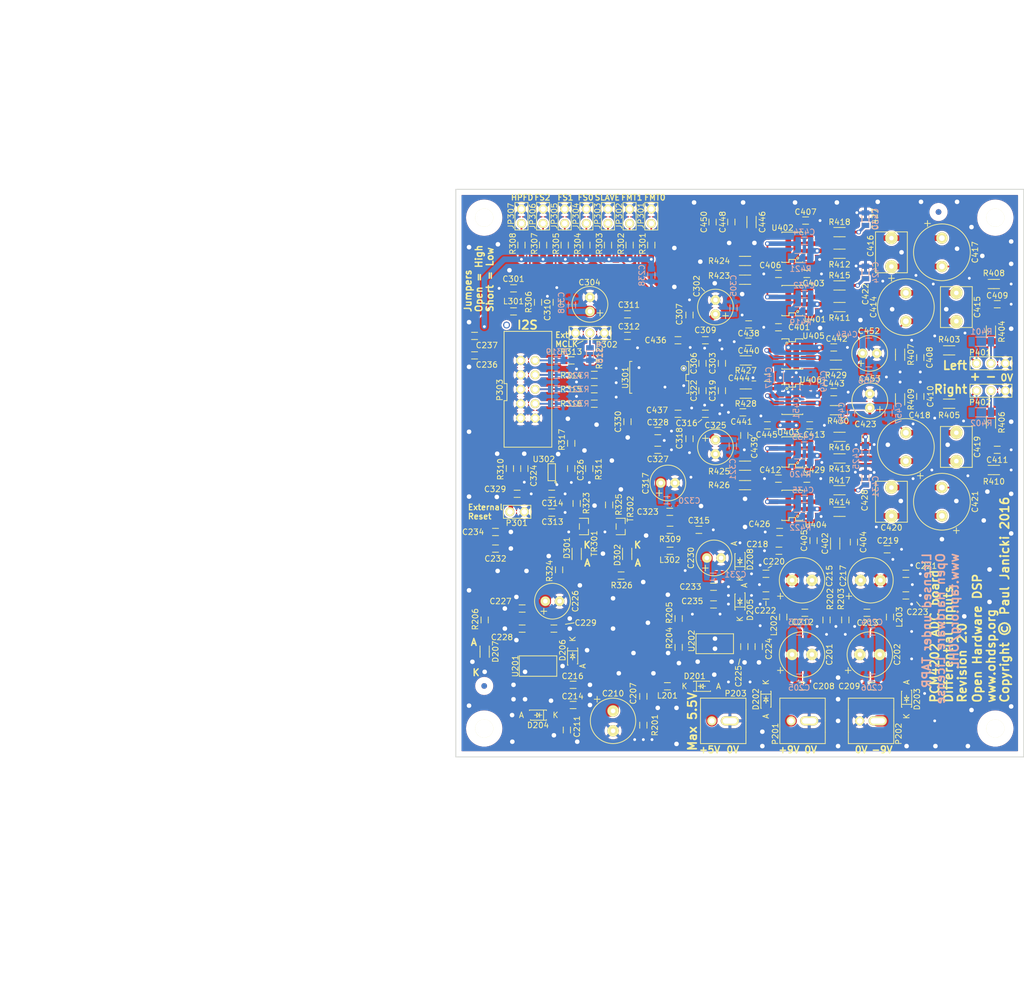
<source format=kicad_pcb>
(kicad_pcb (version 20221018) (generator pcbnew)
  (title_block (title "PCM4202 ADC - Single Ended Inputs") (date "2016-07-01") (rev "2.0") (company "Open Hardware DSP Platform - www.ohdsp.org") (comment 1 "MERCHANTABILITY, SATISFACTORY QUALITY AND FITNESS FOR A PARTICULAR PURPOSE.") (comment 2 "is distributed WITHOUT ANY EXPRESS OR IMPLIED WARRANTY, INCLUDING OF") (comment 3 "Licensed under the TAPR Open Hardware License (www.tapr.org/OHL). This documentation") (comment 4 "Copyright Paul Janicki 2016"))
  (layers (0 "F.Cu" signal) (31 "B.Cu" signal) (34 "B.Paste" user) (35 "F.Paste" user) (36 "B.SilkS" user "B.Silkscreen") (37 "F.SilkS" user "F.Silkscreen") (38 "B.Mask" user) (39 "F.Mask" user) (44 "Edge.Cuts" user))
  (net 0 "")
  (net 1 "GNDA")
  (net 2 "Net-(C202-Pad2)")
  (net 3 "Net-(C207-Pad2)")
  (net 4 "Net-(D201-Pad1)")
  (net 5 "Net-(C207-Pad1)")
  (net 6 "+9VA")
  (net 7 "Net-(C212-Pad2)")
  (net 8 "Net-(C213-Pad1)")
  (net 9 "-9VA")
  (net 10 "VDD")
  (net 11 "VAA")
  (net 12 "Net-(C301-Pad1)")
  (net 13 "/PCM4202/DVDD")
  (net 14 "/PCM4202/AVCC")
  (net 15 "/InputFilters/VCOML")
  (net 16 "Net-(C324-Pad1)")
  (net 17 "/InputFilters/VCOMR")
  (net 18 "/PCM4202/ADC_RESET")
  (net 19 "/InputFilters/VCML")
  (net 20 "/InputFilters/VCMR")
  (net 21 "Net-(D201-Pad2)")
  (net 22 "Net-(D202-Pad1)")
  (net 23 "Net-(D203-Pad2)")
  (net 24 "Net-(D301-Pad1)")
  (net 25 "Net-(D301-Pad2)")
  (net 26 "Net-(D302-Pad1)")
  (net 27 "Net-(D302-Pad2)")
  (net 28 "/PCM4202/FMT0")
  (net 29 "/PCM4202/FMT1")
  (net 30 "/PCM4202/SLAVE")
  (net 31 "/PCM4202/FS0")
  (net 32 "/PCM4202/FS1")
  (net 33 "/PCM4202/FS2")
  (net 34 "/PCM4202/HPFD")
  (net 35 "/PCM4202/CLIPR")
  (net 36 "Net-(R325-Pad2)")
  (net 37 "/PCM4202/CLIPL")
  (net 38 "/InputFilters/ANAL+")
  (net 39 "/InputFilters/ANAL-")
  (net 40 "/InputFilters/ANAR+")
  (net 41 "/InputFilters/ANAR-")
  (net 42 "VCC")
  (net 43 "Net-(P401-Pad1)")
  (net 44 "Net-(P402-Pad1)")
  (net 45 "Net-(R323-Pad2)")
  (net 46 "Net-(C408-Pad1)")
  (net 47 "Net-(C409-Pad1)")
  (net 48 "Net-(C414-Pad1)")
  (net 49 "Net-(C416-Pad2)")
  (net 50 "Net-(C418-Pad1)")
  (net 51 "Net-(C420-Pad2)")
  (net 52 "Net-(C432-Pad1)")
  (net 53 "Net-(C432-Pad2)")
  (net 54 "Net-(C433-Pad1)")
  (net 55 "Net-(C433-Pad2)")
  (net 56 "Net-(P401-Pad2)")
  (net 57 "Net-(P402-Pad2)")
  (net 58 "Net-(R415-Pad2)")
  (net 59 "Net-(R418-Pad1)")
  (net 60 "Net-(C302-Pad1)")
  (net 61 "Net-(C315-Pad1)")
  (net 62 "Net-(C316-Pad1)")
  (net 63 "Net-(C326-Pad1)")
  (net 64 "Net-(C329-Pad1)")
  (net 65 "Net-(C410-Pad1)")
  (net 66 "Net-(C411-Pad1)")
  (net 67 "Net-(C434-Pad1)")
  (net 68 "Net-(C434-Pad2)")
  (net 69 "Net-(C435-Pad1)")
  (net 70 "Net-(C435-Pad2)")
  (net 71 "Net-(C438-Pad1)")
  (net 72 "Net-(C439-Pad1)")
  (net 73 "Net-(D207-Pad1)")
  (net 74 "Net-(P302-Pad2)")
  (net 75 "Net-(P303-Pad2)")
  (net 76 "Net-(P303-Pad4)")
  (net 77 "Net-(P303-Pad6)")
  (net 78 "Net-(P303-Pad8)")
  (net 79 "Net-(R204-Pad1)")
  (net 80 "Net-(R312-Pad2)")
  (net 81 "Net-(R314-Pad2)")
  (net 82 "Net-(R315-Pad2)")
  (net 83 "Net-(R316-Pad2)")
  (net 84 "Net-(R416-Pad2)")
  (net 85 "Net-(R417-Pad1)")
  (net 86 "Net-(R429-Pad2)")
  (net 87 "Net-(R430-Pad2)")
  (footprint "MyKiCadLibs-Footprints:CAP-TH-D8mmP3.5mm" (layer "F.Cu") (at 158.96 131.966)
    (fp_text reference "C201")
    (fp_text value "220u" hide)
  )
  (footprint "MyKiCadLibs-Footprints:CAP-TH-D8mmP3.5mm" (layer "F.Cu") (at 170.898 131.966)
    (fp_text reference "C202")
    (fp_text value "220u" hide)
  )
  (footprint "MyKiCadLibs-Footprints:SMD-0805" (layer "F.Cu") (at 131.02 139.332 -90)
    (fp_text reference "C207")
    (fp_text value "100p" hide)
  )
  (footprint "MyKiCadLibs-Footprints:SMD-0805" (layer "F.Cu") (at 158.96 137.554)
    (fp_text reference "C208")
    (fp_text value "10n" hide)
  )
  (footprint "MyKiCadLibs-Footprints:SMD-0805" (layer "F.Cu") (at 171.152 137.554)
    (fp_text reference "C209")
    (fp_text value "10n" hide)
  )
  (footprint "MyKiCadLibs-Footprints:CAP-TH-D8mmP3.5mm" (layer "F.Cu") (at 125.685 143.6505 -90)
    (fp_text reference "C210")
    (fp_text value "220u" hide)
  )
  (footprint "MyKiCadLibs-Footprints:SMD-0805" (layer "F.Cu") (at 117.557 145.2585 -90)
    (fp_text reference "C211")
    (fp_text value "22u" hide)
  )
  (footprint "MyKiCadLibs-Footprints:SMD-0805" (layer "F.Cu") (at 159.468 124.6)
    (fp_text reference "C212")
    (fp_text value "100p" hide)
  )
  (footprint "MyKiCadLibs-Footprints:SMD-0805" (layer "F.Cu") (at 170.39 124.6)
    (fp_text reference "C213")
    (fp_text value "100p" hide)
  )
  (footprint "MyKiCadLibs-Footprints:SMD-0805" (layer "F.Cu") (at 118.657 140.8565)
    (fp_text reference "C214")
    (fp_text value "100n" hide)
  )
  (footprint "MyKiCadLibs-Footprints:CAP-TH-D8mmP3.5mm" (layer "F.Cu") (at 158.96 118.885)
    (fp_text reference "C215")
    (fp_text value "220u" hide)
  )
  (footprint "MyKiCadLibs-Footprints:SMD-0805" (layer "F.Cu") (at 118.657 137.3005)
    (fp_text reference "C216")
    (fp_text value "10n" hide)
  )
  (footprint "MyKiCadLibs-Footprints:CAP-TH-D8mmP3.5mm" (layer "F.Cu") (at 171.025 118.885)
    (fp_text reference "C217")
    (fp_text value "220u" hide)
  )
  (footprint "MyKiCadLibs-Footprints:SMD-0805" (layer "F.Cu") (at 154.896 113.678 180)
    (fp_text reference "C218")
    (fp_text value "22u" hide)
  )
  (footprint "MyKiCadLibs-Footprints:SMD-0805" (layer "F.Cu") (at 173.946 113.424 180)
    (fp_text reference "C219")
    (fp_text value "22u" hide)
  )
  (footprint "MyKiCadLibs-Footprints:SMD-0805" (layer "F.Cu") (at 152.61 117.742 180)
    (fp_text reference "C220")
    (fp_text value "100n" hide)
  )
  (footprint "MyKiCadLibs-Footprints:SMD-0805" (layer "F.Cu") (at 177.248 117.742 180)
    (fp_text reference "C221")
    (fp_text value "100n" hide)
  )
  (footprint "MyKiCadLibs-Footprints:SMD-0805" (layer "F.Cu") (at 152.61 121.552 180)
    (fp_text reference "C222")
    (fp_text value "10n" hide)
  )
  (footprint "MyKiCadLibs-Footprints:SMD-0805" (layer "F.Cu") (at 177.248 121.552 180)
    (fp_text reference "C223")
    (fp_text value "10n" hide)
  )
  (footprint "MyKiCadLibs-Footprints:SMD-0805" (layer "F.Cu") (at 151.34 130.569 -90)
    (fp_text reference "C224")
    (fp_text value "22u" hide)
  )
  (footprint "MyKiCadLibs-Footprints:SMD-0805" (layer "F.Cu") (at 148.8 130.569 -90)
    (fp_text reference "C225")
    (fp_text value "100n" hide)
  )
  (footprint "MyKiCadLibs-Footprints:SMD-0805" (layer "F.Cu") (at 109.683 123.8545 180)
    (fp_text reference "C227")
    (fp_text value "22u" hide)
  )
  (footprint "MyKiCadLibs-Footprints:SMD-0805" (layer "F.Cu") (at 109.683 127.3945 180)
    (fp_text reference "C228")
    (fp_text value "100n" hide)
  )
  (footprint "MyKiCadLibs-Footprints:SMD-0805" (layer "F.Cu") (at 115.271 127.3945)
    (fp_text reference "C229")
    (fp_text value "10n" hide)
  )
  (footprint "MyKiCadLibs-Footprints:CAP-TH-D6.3mmP2.5mm" (layer "F.Cu") (at 143.466 114.948)
    (fp_text reference "C230")
    (fp_text value "220u" hide)
  )
  (footprint "MyKiCadLibs-Footprints:SMD-0805" (layer "F.Cu") (at 143.382 120.028)
    (fp_text reference "C233")
    (fp_text value "100n" hide)
  )
  (footprint "MyKiCadLibs-Footprints:SMD-0805" (layer "F.Cu") (at 143.382 123.14)
    (fp_text reference "C235")
    (fp_text value "10n" hide)
  )
  (footprint "MyKiCadLibs-Footprints:SMD-0805" (layer "F.Cu") (at 108.16 67.45 180)
    (fp_text reference "C301")
    (fp_text value "100p" hide)
  )
  (footprint "MyKiCadLibs-Footprints:CAP-TH-D6.3mmP2.5mm" (layer "F.Cu") (at 121.622 70.264 90)
    (fp_text reference "C304")
    (fp_text value "220u" hide)
  )
  (footprint "MyKiCadLibs-Footprints:SMD-0805" (layer "F.Cu") (at 115.78 69.906 90)
    (fp_text reference "C310")
    (fp_text value "100n" hide)
  )
  (footprint "MyKiCadLibs-Footprints:SMD-0805" (layer "F.Cu") (at 140.799 109.995)
    (fp_text reference "C315")
    (fp_text value "100p" hide)
  )
  (footprint "MyKiCadLibs-Footprints:CAP-TH-D6.3mmP2.5mm" (layer "F.Cu") (at 135.338 101.74)
    (fp_text reference "C317")
    (fp_text value "220u" hide)
  )
  (footprint "MyKiCadLibs-Footprints:SMD-0805" (layer "F.Cu") (at 135.676 106.82)
    (fp_text reference "C323")
    (fp_text value "100n" hide)
  )
  (footprint "MyKiCadLibs-Footprints:CAP-TH-D6.3mmP2.5mm" (layer "F.Cu") (at 143.72 70.752 90)
    (fp_text reference "C302")
    (fp_text value "220u" hide)
  )
  (footprint "MyKiCadLibs-Footprints:SMD-0805" (layer "F.Cu") (at 139.148 72.152 90)
    (fp_text reference "C307")
    (fp_text value "100n" hide)
  )
  (footprint "MyKiCadLibs-Footprints:SMD-0805" (layer "F.Cu") (at 141.942 76.594)
    (fp_text reference "C309")
    (fp_text value "10n" hide)
  )
  (footprint "MyKiCadLibs-Footprints:SMD-0805" (layer "F.Cu") (at 114.891 106.947)
    (fp_text reference "C313")
    (fp_text value "10u" hide)
  )
  (footprint "MyKiCadLibs-Footprints:SMD-0805" (layer "F.Cu") (at 114.891 103.645)
    (fp_text reference "C314")
    (fp_text value "100n" hide)
  )
  (footprint "MyKiCadLibs-Footprints:SMD-0805" (layer "F.Cu") (at 110.065 99.2 -90)
    (fp_text reference "C324")
    (fp_text value "100n" hide)
  )
  (footprint "MyKiCadLibs-Footprints:SMD-0805" (layer "F.Cu") (at 141.942 89.548)
    (fp_text reference "C316")
    (fp_text value "10n" hide)
  )
  (footprint "MyKiCadLibs-Footprints:SMD-0805" (layer "F.Cu") (at 118.32 99.2 -90)
    (fp_text reference "C326")
    (fp_text value "N/F" hide)
  )
  (footprint "MyKiCadLibs-Footprints:SMD-0805" (layer "F.Cu") (at 139.148 93.95 -90)
    (fp_text reference "C318")
    (fp_text value "100n" hide)
  )
  (footprint "MyKiCadLibs-Footprints:SMD-0805" (layer "F.Cu") (at 108.795 103.645)
    (fp_text reference "C329")
    (fp_text value "100n" hide)
  )
  (footprint "MyKiCadLibs-Footprints:CAP-TH-D6.3mmP2.5mm" (layer "F.Cu") (at 143.72 95.39 -90)
    (fp_text reference "C325")
    (fp_text value "220u" hide)
  )
  (footprint "MyKiCadLibs-Footprints:SMD-0805" (layer "F.Cu") (at 128.225 90.945 -90)
    (fp_text reference "C330")
    (fp_text value "100n" hide)
  )
  (footprint "MyKiCadLibs-Footprints:DIODE-SOD-123" (layer "F.Cu") (at 112.555 142.6345 180)
    (fp_text reference "D204")
    (fp_text value "SS14L" hide)
  )
  (footprint "MyKiCadLibs-Footprints:DIODE-SOD-123" (layer "F.Cu") (at 148.037 122.6955 90)
    (fp_text reference "D205")
    (fp_text value "SS14L" hide)
  )
  (footprint "MyKiCadLibs-Footprints:DIODE-SOD-123" (layer "F.Cu") (at 118.573 132.2205 -90)
    (fp_text reference "D206")
    (fp_text value "SS14L" hide)
  )
  (footprint "MyKiCadLibs-Footprints:DIODE-SOD-123" (layer "F.Cu") (at 148.038 115.583 90)
    (fp_text reference "D208")
    (fp_text value "SS14L" hide)
  )
  (footprint "MyKiCadLibs-Footprints:SMD-1206" (layer "F.Cu") (at 119.2852 114.2368 90)
    (fp_text reference "D301")
    (fp_text value "Red LED 1206" hide)
  )
  (footprint "MyKiCadLibs-Footprints:SMD-1206" (layer "F.Cu") (at 128.1752 114.2368 90)
    (fp_text reference "D302")
    (fp_text value "Red LED 1206" hide)
  )
  (footprint "MyKiCadLibs-Footprints:SMD-0805" (layer "F.Cu") (at 135.254 137.554 180)
    (fp_text reference "L201")
    (fp_text value "600R@100MHz" hide)
  )
  (footprint "MyKiCadLibs-Footprints:SMD-0805" (layer "F.Cu") (at 155.658 125.362 90)
    (fp_text reference "L202")
    (fp_text value "600R@100MHz" hide)
  )
  (footprint "MyKiCadLibs-Footprints:SMD-0805" (layer "F.Cu") (at 174.454 125.362 90)
    (fp_text reference "L203")
    (fp_text value "600R@100MHz" hide)
  )
  (footprint "MyKiCadLibs-Footprints:SMD-0805" (layer "F.Cu") (at 108.16 71.514)
    (fp_text reference "L301")
    (fp_text value "600R@100MHz" hide)
  )
  (footprint "MyKiCadLibs-Footprints:SMD-0805" (layer "F.Cu") (at 135.719 113.678 180)
    (fp_text reference "L302")
    (fp_text value "600R@100MHz" hide)
  )
  (footprint "MyKiCadLibs-Footprints:CONN-2WAY-2.54mm-3.81mm-SPACING" (layer "F.Cu") (at 157.055 143.65)
    (fp_text reference "P201")
    (fp_text value "CONN_2x1" hide)
  )
  (footprint "MyKiCadLibs-Footprints:CONN-2WAY-2.54mm-3.81mm-SPACING" (layer "F.Cu") (at 169.12 143.65)
    (fp_text reference "P202")
    (fp_text value "CONN_2x1" hide)
  )
  (footprint "MyKiCadLibs-Footprints:CONN-2WAY-2.54mm-3.81mm-SPACING" (layer "F.Cu") (at 143.085 143.65)
    (fp_text reference "P203")
    (fp_text value "CONN_2x1" hide)
  )
  (footprint "MyKiCadLibs-Footprints:SMD-0805" (layer "F.Cu") (at 131.02 144.412 -90)
    (fp_text reference "R201")
    (fp_text value "47" hide)
  )
  (footprint "MyKiCadLibs-Footprints:SMD-0805" (layer "F.Cu") (at 163.278 125.87 -90)
    (fp_text reference "R202")
    (fp_text value "47" hide)
  )
  (footprint "MyKiCadLibs-Footprints:SMD-0805" (layer "F.Cu") (at 166.58 125.87 90)
    (fp_text reference "R203")
    (fp_text value "47" hide)
  )
  (footprint "MyKiCadLibs-Footprints:SMD-0805" (layer "F.Cu") (at 137.243 130.696 -90)
    (fp_text reference "R204")
    (fp_text value "2k2" hide)
  )
  (footprint "MyKiCadLibs-Footprints:SMD-0805" (layer "F.Cu") (at 137.243 125.616 -90)
    (fp_text reference "R205")
    (fp_text value "6k8" hide)
  )
  (footprint "MyKiCadLibs-Footprints:SMD-0805" (layer "F.Cu") (at 132.417 59.83 90)
    (fp_text reference "R301")
    (fp_text value "10k" hide)
  )
  (footprint "MyKiCadLibs-Footprints:SMD-0805" (layer "F.Cu") (at 112.478 69.906 90)
    (fp_text reference "R306")
    (fp_text value "47" hide)
  )
  (footprint "MyKiCadLibs-Footprints:SMD-0805" (layer "F.Cu") (at 128.607 59.83 90)
    (fp_text reference "R302")
    (fp_text value "10k" hide)
  )
  (footprint "MyKiCadLibs-Footprints:SMD-0805" (layer "F.Cu") (at 124.797 59.83 90)
    (fp_text reference "R303")
    (fp_text value "10k" hide)
  )
  (footprint "MyKiCadLibs-Footprints:SMD-0805" (layer "F.Cu") (at 120.987 59.83 90)
    (fp_text reference "R304")
    (fp_text value "10k" hide)
  )
  (footprint "MyKiCadLibs-Footprints:SMD-0805" (layer "F.Cu") (at 117.177 59.83 90)
    (fp_text reference "R305")
    (fp_text value "10k" hide)
  )
  (footprint "MyKiCadLibs-Footprints:SMD-0805" (layer "F.Cu") (at 135.719 109.995)
    (fp_text reference "R309")
    (fp_text value "47" hide)
  )
  (footprint "MyKiCadLibs-Footprints:SMD-0805" (layer "F.Cu") (at 113.367 59.83 90)
    (fp_text reference "R307")
    (fp_text value "10k" hide)
  )
  (footprint "MyKiCadLibs-Footprints:SMD-0805" (layer "F.Cu") (at 109.557 59.83 90)
    (fp_text reference "R308")
    (fp_text value "10k" hide)
  )
  (footprint "MyKiCadLibs-Footprints:SMD-0805" (layer "F.Cu") (at 107.525 99.2 -90)
    (fp_text reference "R310")
    (fp_text value "1k" hide)
  )
  (footprint "MyKiCadLibs-Footprints:SMD-0805" (layer "F.Cu") (at 121.495 99.2 90)
    (fp_text reference "R311")
    (fp_text value "100k" hide)
  )
  (footprint "MyKiCadLibs-Footprints:SMD-0805" (layer "F.Cu") (at 118.32 94.755 -90)
    (fp_text reference "R317")
    (fp_text value "100R" hide)
  )
  (footprint "MyKiCadLibs-Footprints:SMD-0805" (layer "F.Cu") (at 118.32 80.15)
    (fp_text reference "R313")
    (fp_text value "0" hide)
  )
  (footprint "MyKiCadLibs-Footprints:SMD-0805" (layer "F.Cu") (at 122.384 82.69)
    (fp_text reference "R314")
    (fp_text value "0" hide)
  )
  (footprint "MyKiCadLibs-Footprints:SMD-0805" (layer "F.Cu") (at 122.384 85.23)
    (fp_text reference "R315")
    (fp_text value "0" hide)
  )
  (footprint "MyKiCadLibs-Footprints:SMD-0805" (layer "F.Cu") (at 122.384 87.77)
    (fp_text reference "R316")
    (fp_text value "75" hide)
  )
  (footprint "MyKiCadLibs-Footprints:SMD-0805" (layer "F.Cu") (at 119.2852 105.3468 -90)
    (fp_text reference "R323")
    (fp_text value "1k" hide)
  )
  (footprint "MyKiCadLibs-Footprints:SMD-0805" (layer "F.Cu") (at 116.1854 117.0313 -90)
    (fp_text reference "R324")
    (fp_text value "470" hide)
  )
  (footprint "MyKiCadLibs-Footprints:SMD-0805" (layer "F.Cu") (at 125.0002 105.6008 -90)
    (fp_text reference "R325")
    (fp_text value "1k" hide)
  )
  (footprint "MyKiCadLibs-Footprints:SMD-0805" (layer "F.Cu") (at 127.1074 118.0473 180)
    (fp_text reference "R326")
    (fp_text value "470" hide)
  )
  (footprint "MyKiCadLibs-Footprints:IC-SOT23" (layer "F.Cu") (at 120.5552 109.4108 -90)
    (fp_text reference "TR301")
    (fp_text value "BC847" hide)
  )
  (footprint "MyKiCadLibs-Footprints:IC-SOT23" (layer "F.Cu") (at 127.0322 109.4108 -90)
    (fp_text reference "TR302")
    (fp_text value "BC847" hide)
  )
  (footprint "MyKiCadLibs-Footprints:IC-SOT223-6" (layer "F.Cu") (at 143.593 130.061 180)
    (fp_text reference "U202")
    (fp_text value "TPS7A4501" hide)
  )
  (footprint "MyKiCadLibs-Footprints:IC-SOT143" (layer "F.Cu") (at 114.891 99.835 90)
    (fp_text reference "U302")
    (fp_text value "ADM811TART" hide)
  )
  (footprint "MyKiCadLibs-Footprints:IC-SSOP28" (layer "F.Cu") (at 133.823 83.125 180)
    (fp_text reference "U301")
    (fp_text value "PCM4202DBT" hide)
  )
  (footprint "MyKiCadLibs-Footprints:SMD-0805" (layer "F.Cu") (at 121.622 79.05 -90)
    (fp_text reference "R312")
    (fp_text value "N/F" hide)
  )
  (footprint "MyKiCadLibs-Footprints:SMD-0805" (layer "F.Cu") (at 103.079 125.8705 90)
    (fp_text reference "R206")
    (fp_text value "470" hide)
  )
  (footprint "MyKiCadLibs-Footprints:SMD-0805" (layer "F.Cu") (at 104.985 113.297)
    (fp_text reference "C232")
    (fp_text value "10u" hide)
  )
  (footprint "MyKiCadLibs-Footprints:SMD-0805" (layer "F.Cu") (at 104.985 110.376)
    (fp_text reference "C234")
    (fp_text value "100n" hide)
  )
  (footprint "MyKiCadLibs-Footprints:SMD-0805" (layer "F.Cu") (at 101.302 79.261 180)
    (fp_text reference "C236")
    (fp_text value "10u" hide)
  )
  (footprint "MyKiCadLibs-Footprints:SMD-0805" (layer "F.Cu") (at 101.302 75.832 180)
    (fp_text reference "C237")
    (fp_text value "100n" hide)
  )
  (footprint "MyKiCadLibs-Footprints:CAP-TH-D6.3mmP2.5mm" (layer "F.Cu") (at 115.017 122.5685)
    (fp_text reference "C226")
    (fp_text value "220u" hide)
  )
  (footprint "MyKiCadLibs-Footprints:CONN_SIL_2_1MM" (layer "F.Cu") (at 132.417 56.02 90)
    (fp_text reference "JP301")
    (fp_text value "CONN_2x1" hide)
  )
  (footprint "MyKiCadLibs-Footprints:CONN_SIL_2_1MM" (layer "F.Cu") (at 128.607 56.02 90)
    (fp_text reference "JP302")
    (fp_text value "CONN_2x1" hide)
  )
  (footprint "MyKiCadLibs-Footprints:CONN_SIL_2_1MM" (layer "F.Cu") (at 124.797 56.02 90)
    (fp_text reference "JP303")
    (fp_text value "CONN_2x1" hide)
  )
  (footprint "MyKiCadLibs-Footprints:CONN_SIL_2_1MM" (layer "F.Cu") (at 120.987 56.02 90)
    (fp_text reference "JP304")
    (fp_text value "CONN_2x1" hide)
  )
  (footprint "MyKiCadLibs-Footprints:CONN_SIL_2_1MM" (layer "F.Cu") (at 117.177 56.02 90)
    (fp_text reference "JP305")
    (fp_text value "CONN_2x1" hide)
  )
  (footprint "MyKiCadLibs-Footprints:CONN_SIL_2_1MM" (layer "F.Cu") (at 113.367 56.02 90)
    (fp_text reference "JP306")
    (fp_text value "CONN_2x1" hide)
  )
  (footprint "MyKiCadLibs-Footprints:CONN_SIL_2_1MM" (layer "F.Cu") (at 109.557 56.02 90)
    (fp_text reference "JP307")
    (fp_text value "CONN_2x1" hide)
  )
  (footprint "MyKiCadLibs-Footprints:CONN_SIL_2_1MM" (layer "F.Cu") (at 107.525 106.82)
    (fp_text reference "P301")
    (fp_text value "CONN_2x1" hide)
  )
  (footprint "MyKiCadLibs-Footprints:CONN_DIL_2X5_BOX_1MM" (layer "F.Cu") (at 110.7 85.23)
    (fp_text reference "P303")
    (fp_text value "CONN_02X05" hide)
  )
  (footprint "MyKiCadLibs-Footprints:CONN_SIL_3_1MM" (layer "F.Cu") (at 119.082 75.324)
    (fp_text reference "P302")
    (fp_text value "N/F" hide)
  )
  (footprint "MyKiCadLibs-Footprints:MNT_HOLE_3.2mm" (layer "F.Cu") (at 103 145)
    (fp_text reference "MNT201" hide)
    (fp_text value "MNT_HOLE" hide)
  )
  (footprint "MyKiCadLibs-Footprints:MNT_HOLE_3.2mm" (layer "F.Cu") (at 193 145)
    (fp_text reference "MNT202" hide)
    (fp_text value "MNT_HOLE" hide)
  )
  (footprint "MyKiCadLibs-Footprints:MNT_HOLE_3.2mm" (layer "F.Cu") (at 103 55)
    (fp_text reference "MNT203" hide)
    (fp_text value "MNT_HOLE" hide)
  )
  (footprint "MyKiCadLibs-Footprints:MNT_HOLE_3.2mm" (layer "F.Cu") (at 193 55)
    (fp_text reference "MNT204" hide)
    (fp_text value "MNT_HOLE" hide)
  )
  (footprint "MyKiCadLibs-Footprints:IC-SOT-223" (layer "F.Cu") (at 112.477 133.9985)
    (fp_text reference "U201")
    (fp_text value "TLV1117LV33DCY" hide)
  )
  (footprint "MyKiCadLibs-Footprints:FID-1MM-3MM" (layer "F.Cu") (at 103 137.5)
    (fp_text reference "FID201" hide)
    (fp_text value "MNT_HOLE" hide)
  )
  (footprint "MyKiCadLibs-Footprints:FID-1MM-3MM" (layer "F.Cu") (at 183 54)
    (fp_text reference "FID203" hide)
    (fp_text value "MNT_HOLE" hide)
  )
  (footprint "MyKiCadLibs-Footprints:DIODE-SOD-123" (layer "F.Cu") (at 141.258 137.554)
    (fp_text reference "D201")
    (fp_text value "SS14L" hide)
  )
  (footprint "MyKiCadLibs-Footprints:DIODE-SOD-123" (layer "F.Cu") (at 152.61 139.84 -90)
    (fp_text reference "D202")
    (fp_text value "SS14L" hide)
  )
  (footprint "MyKiCadLibs-Footprints:DIODE-SOD-123" (layer "F.Cu") (at 177.375 139.84 90)
    (fp_text reference "D203")
    (fp_text value "SS14L" hide)
  )
  (footprint "MyKiCadLibs-Footprints:SMD-1206" (layer "F.Cu") (at 103.08 131.458 -90)
    (fp_text reference "D207")
    (fp_text value "Green LED 1206" hide)
  )
  (footprint "MyKiCadLibs-Footprints:SMD-0805" (layer "F.Cu") (at 154.812 74.308 180)
    (fp_text reference "C401")
    (fp_text value "100n" hide)
  )
  (footprint "MyKiCadLibs-Footprints:SMD-1206" (layer "F.Cu") (at 164.802 112.408 90)
    (fp_text reference "C402")
    (fp_text value "10u" hide)
  )
  (footprint "MyKiCadLibs-Footprints:SMD-0805" (layer "F.Cu") (at 159.806 64.91 180)
    (fp_text reference "C403")
    (fp_text value "100n" hide)
  )
  (footprint "MyKiCadLibs-Footprints:SMD-0805" (layer "F.Cu") (at 168.104 112.154 90)
    (fp_text reference "C404")
    (fp_text value "100n" hide)
  )
  (footprint "MyKiCadLibs-Footprints:SMD-0805" (layer "F.Cu") (at 160.992 111.9 90)
    (fp_text reference "C405")
    (fp_text value "10n" hide)
  )
  (footprint "MyKiCadLibs-Footprints:SMD-0805" (layer "F.Cu") (at 154.812 64.91 180)
    (fp_text reference "C406")
    (fp_text value "100n" hide)
  )
  (footprint "MyKiCadLibs-Footprints:SMD-0805" (layer "F.Cu") (at 159.595 55.512 180)
    (fp_text reference "C407")
    (fp_text value "100n" hide)
  )
  (footprint "MyKiCadLibs-Footprints:SMD-0805" (layer "F.Cu") (at 179.788 79.642 -90)
    (fp_text reference "C408")
    (fp_text value "100p" hide)
  )
  (footprint "MyKiCadLibs-Footprints:SMD-0805" (layer "F.Cu") (at 179.788 86.5 90)
    (fp_text reference "C410")
    (fp_text value "100p" hide)
  )
  (footprint "MyKiCadLibs-Footprints:SMD-0805" (layer "F.Cu") (at 154.812 100.978 180)
    (fp_text reference "C412")
    (fp_text value "100n" hide)
  )
  (footprint "MyKiCadLibs-Footprints:SMD-0805" (layer "F.Cu") (at 160.314 91.58 180)
    (fp_text reference "C413")
    (fp_text value "100n" hide)
  )
  (footprint "MyKiCadLibs-Footprints:SMD-0805" (layer "F.Cu") (at 170.136 64.656 90)
    (fp_text reference "C422")
    (fp_text value "100n" hide)
  )
  (footprint "MyKiCadLibs-Footprints:SMD-0805" (layer "F.Cu") (at 170.136 93.866 -90)
    (fp_text reference "C423")
    (fp_text value "100n" hide)
  )
  (footprint "MyKiCadLibs-Footprints:CAP-TH-D10mmP5mm" (layer "F.Cu") (at 177.248 70.752 -90)
    (fp_text reference "C414")
    (fp_text value "100u" hide)
  )
  (footprint "MyKiCadLibs-Footprints:CAP_TH_5mm" (layer "F.Cu") (at 186.138 70.752 90)
    (fp_text reference "C415")
    (fp_text value "100n" hide)
  )
  (footprint "MyKiCadLibs-Footprints:CAP_TH_5mm" (layer "F.Cu") (at 174.708 61.1 90)
    (fp_text reference "C416")
    (fp_text value "100n" hide)
  )
  (footprint "MyKiCadLibs-Footprints:CAP-TH-D10mmP5mm" (layer "F.Cu") (at 183.598 61.1 -90)
    (fp_text reference "C417")
    (fp_text value "100u" hide)
  )
  (footprint "MyKiCadLibs-Footprints:CAP-TH-D10mmP5mm" (layer "F.Cu") (at 177.248 95.39 90)
    (fp_text reference "C418")
    (fp_text value "100u" hide)
  )
  (footprint "MyKiCadLibs-Footprints:CAP_TH_5mm" (layer "F.Cu") (at 186.138 95.39 -90)
    (fp_text reference "C419")
    (fp_text value "100n" hide)
  )
  (footprint "MyKiCadLibs-Footprints:CAP_TH_5mm" (layer "F.Cu") (at 174.708 105.042 -90)
    (fp_text reference "C420")
    (fp_text value "100n" hide)
  )
  (footprint "MyKiCadLibs-Footprints:CAP-TH-D10mmP5mm" (layer "F.Cu") (at 183.598 105.042 90)
    (fp_text reference "C421")
    (fp_text value "100u" hide)
  )
  (footprint "MyKiCadLibs-Footprints:SMD-0805" (layer "F.Cu") (at 155.023 110.376 180)
    (fp_text reference "C426")
    (fp_text value "100n" hide)
  )
  (footprint "MyKiCadLibs-Footprints:SMD-0805" (layer "F.Cu") (at 170.136 55.258 90)
    (fp_text reference "C427")
    (fp_text value "100n" hide)
  )
  (footprint "MyKiCadLibs-Footprints:SMD-0805" (layer "F.Cu") (at 170.136 100.978 90)
    (fp_text reference "C428")
    (fp_text value "100n" hide)
  )
  (footprint "MyKiCadLibs-Footprints:SMD-0805" (layer "F.Cu") (at 159.806 100.978 180)
    (fp_text reference "C429")
    (fp_text value "100n" hide)
  )
  (footprint "MyKiCadLibs-Footprints:SMD-0805" (layer "F.Cu") (at 137.116 76.594 180)
    (fp_text reference "C436")
    (fp_text value "2n7" hide)
  )
  (footprint "MyKiCadLibs-Footprints:SMD-0805" (layer "F.Cu") (at 137.116 89.548 180)
    (fp_text reference "C437")
    (fp_text value "2n7" hide)
  )
  (footprint "MyKiCadLibs-Footprints:SMD-0805" (layer "F.Cu") (at 149.562 73.8 180)
    (fp_text reference "C438")
    (fp_text value "100n" hide)
  )
  (footprint "MyKiCadLibs-Footprints:SMD-0805" (layer "F.Cu") (at 148.8 93.358 -90)
    (fp_text reference "C439")
    (fp_text value "100n" hide)
  )
  (footprint "MyKiCadLibs-Footprints:SMD-0805" (layer "F.Cu") (at 149.562 76.848 180)
    (fp_text reference "C440")
    (fp_text value "10n" hide)
  )
  (footprint "MyKiCadLibs-Footprints:SMD-0805" (layer "F.Cu") (at 148.546 89.294 180)
    (fp_text reference "C441")
    (fp_text value "10n" hide)
  )
  (footprint "MyKiCadLibs-Footprints:SMD-0805" (layer "F.Cu") (at 164.548 77.864)
    (fp_text reference "C442")
    (fp_text value "100n" hide)
  )
  (footprint "MyKiCadLibs-Footprints:SMD-0805" (layer "F.Cu") (at 164.548 85.738)
    (fp_text reference "C443")
    (fp_text value "100n" hide)
  )
  (footprint "MyKiCadLibs-Footprints:SMD-0805" (layer "F.Cu") (at 152.864 83.198)
    (fp_text reference "C444")
    (fp_text value "100n" hide)
  )
  (footprint "MyKiCadLibs-Footprints:SMD-0805" (layer "F.Cu") (at 152.864 91.58)
    (fp_text reference "C445")
    (fp_text value "100n" hide)
  )
  (footprint "MyKiCadLibs-Footprints:SMD-1206" (layer "F.Cu") (at 150.07 55.766 90)
    (fp_text reference "C446")
    (fp_text value "10u" hide)
  )
  (footprint "MyKiCadLibs-Footprints:SMD-0805" (layer "F.Cu") (at 146.514 55.766 90)
    (fp_text reference "C448")
    (fp_text value "100n" hide)
  )
  (footprint "MyKiCadLibs-Footprints:SMD-0805" (layer "F.Cu") (at 143.212 55.766 90)
    (fp_text reference "C450")
    (fp_text value "10n" hide)
  )
  (footprint "MyKiCadLibs-Footprints:CAP-TH-D6.3mmP2.5mm" (layer "F.Cu") (at 170.878 78.9)
    (fp_text reference "C452")
    (fp_text value "47u" hide)
  )
  (footprint "MyKiCadLibs-Footprints:CAP-TH-D6.3mmP2.5mm" (layer "F.Cu") (at 170.898 87.262 90)
    (fp_text reference "C453")
    (fp_text value "47u" hide)
  )
  (footprint "MyKiCadLibs-Footprints:SMD-1206" (layer "F.Cu") (at 184.868 78.372)
    (fp_text reference "R403")
    (fp_text value "100" hide)
  )
  (footprint "MyKiCadLibs-Footprints:SMD-1206" (layer "F.Cu") (at 192.234 75.07 -90)
    (fp_text reference "R404")
    (fp_text value "100" hide)
  )
  (footprint "MyKiCadLibs-Footprints:SMD-1206" (layer "F.Cu") (at 184.868 87.77)
    (fp_text reference "R405")
    (fp_text value "100" hide)
  )
  (footprint "MyKiCadLibs-Footprints:SMD-1206" (layer "F.Cu") (at 192.234 91.072 90)
    (fp_text reference "R406")
    (fp_text value "100" hide)
  )
  (footprint "MyKiCadLibs-Footprints:SMD-1206" (layer "F.Cu") (at 176.232 79.134 90)
    (fp_text reference "R407")
    (fp_text value "100k" hide)
  )
  (footprint "MyKiCadLibs-Footprints:SMD-1206" (layer "F.Cu") (at 192.742 66.688 180)
    (fp_text reference "R408")
    (fp_text value "100k" hide)
  )
  (footprint "MyKiCadLibs-Footprints:SMD-1206" (layer "F.Cu") (at 176.232 87.008 -90)
    (fp_text reference "R409")
    (fp_text value "100k" hide)
  )
  (footprint "MyKiCadLibs-Footprints:SMD-1206" (layer "F.Cu") (at 192.742 99.454 180)
    (fp_text reference "R410")
    (fp_text value "100k" hide)
  )
  (footprint "MyKiCadLibs-Footprints:SMD-1206" (layer "F.Cu") (at 165.564 70.752 180)
    (fp_text reference "R411")
    (fp_text value "4k7" hide)
  )
  (footprint "MyKiCadLibs-Footprints:SMD-1206" (layer "F.Cu") (at 165.564 61.354)
    (fp_text reference "R412")
    (fp_text value "4k7" hide)
  )
  (footprint "MyKiCadLibs-Footprints:SMD-1206" (layer "F.Cu") (at 165.564 97.422 180)
    (fp_text reference "R413")
    (fp_text value "4k7" hide)
  )
  (footprint "MyKiCadLibs-Footprints:SMD-1206" (layer "F.Cu") (at 165.564 106.82)
    (fp_text reference "R414")
    (fp_text value "4k7" hide)
  )
  (footprint "MyKiCadLibs-Footprints:SMD-1206" (layer "F.Cu") (at 165.564 66.942 180)
    (fp_text reference "R415")
    (fp_text value "4k7" hide)
  )
  (footprint "MyKiCadLibs-Footprints:SMD-1206" (layer "F.Cu") (at 165.564 93.612 180)
    (fp_text reference "R416")
    (fp_text value "4k7" hide)
  )
  (footprint "MyKiCadLibs-Footprints:SMD-1206" (layer "F.Cu") (at 165.564 103.01)
    (fp_text reference "R417")
    (fp_text value "4k7" hide)
  )
  (footprint "MyKiCadLibs-Footprints:SMD-1206" (layer "F.Cu") (at 148.927 65.926)
    (fp_text reference "R423")
    (fp_text value "40R2" hide)
  )
  (footprint "MyKiCadLibs-Footprints:SMD-1206" (layer "F.Cu") (at 148.927 62.624)
    (fp_text reference "R424")
    (fp_text value "40R2" hide)
  )
  (footprint "MyKiCadLibs-Footprints:SMD-1206" (layer "F.Cu") (at 148.927 98.692)
    (fp_text reference "R425")
    (fp_text value "40R2" hide)
  )
  (footprint "MyKiCadLibs-Footprints:SMD-1206" (layer "F.Cu") (at 148.927 102.121)
    (fp_text reference "R426")
    (fp_text value "40R2" hide)
  )
  (footprint "MyKiCadLibs-Footprints:SMD-1206" (layer "F.Cu") (at 149.054 80.15 180)
    (fp_text reference "R427")
    (fp_text value "1k" hide)
  )
  (footprint "MyKiCadLibs-Footprints:SMD-1206" (layer "F.Cu") (at 149.054 85.992 180)
    (fp_text reference "R428")
    (fp_text value "1k" hide)
  )
  (footprint "MyKiCadLibs-Footprints:SMD-1206" (layer "F.Cu") (at 164.929 80.912 180)
    (fp_text reference "R429")
    (fp_text value "1k" hide)
  )
  (footprint "MyKiCadLibs-Footprints:SMD-1206" (layer "F.Cu") (at 164.929 88.913 180)
    (fp_text reference "R430")
    (fp_text value "1k" hide)
  )
  (footprint "MyKiCadLibs-Footprints:IC_SOIC_8" (layer "F.Cu") (at 159.849 71.514 180)
    (fp_text reference "U401")
    (fp_text value "TLE2071" hide)
  )
  (footprint "MyKiCadLibs-Footprints:IC_SOIC_8" (layer "F.Cu") (at 159.849 62.116 180)
    (fp_text reference "U402")
    (fp_text value "TLE2071" hide)
  )
  (footprint "MyKiCadLibs-Footprints:IC_SOIC_8" (layer "F.Cu") (at 159.849 98.184 180)
    (fp_text reference "U403")
    (fp_text value "TLE2071" hide)
  )
  (footprint "MyKiCadLibs-Footprints:IC_SOIC_8" (layer "F.Cu") (at 159.849 107.582 180)
    (fp_text reference "U404")
    (fp_text value "TLE2071" hide)
  )
  (footprint "MyKiCadLibs-Footprints:IC_SOIC_8" (layer "F.Cu") (at 154.649 77.102)
    (fp_text reference "U405")
    (fp_text value "TLE2071" hide)
  )
  (footprint "MyKiCadLibs-Footprints:IC_SOIC_8" (layer "F.Cu") (at 154.649 85.103)
    (fp_text reference "U406")
    (fp_text value "TLE2071" hide)
  )
  (footprint "MyKiCadLibs-Footprints:CONN_SIL_3_1MM" (layer "F.Cu") (at 189.694 80.658)
    (fp_text reference "P401")
    (fp_text value "CONN_3x1" hide)
  )
  (footprint "MyKiCadLibs-Footprints:CONN_SIL_3_1MM" (layer "F.Cu") (at 189.694 85.484)
    (fp_text reference "P402")
    (fp_text value "CONN_3x1" hide)
  )
  (footprint "MyKiCadLibs-Footprints:SMD-0805" (layer "F.Cu") (at 128.226 72.022)
    (fp_text reference "C311")
    (fp_text value "100n" hide)
  )
  (footprint "MyKiCadLibs-Footprints:SMD-0805" (layer "F.Cu") (at 128.226 75.832)
    (fp_text reference "C312")
    (fp_text value "10n" hide)
  )
  (footprint "MyKiCadLibs-Footprints:SMD-0805" (layer "F.Cu") (at 144.863 80.658 90)
    (fp_text reference "C303")
    (fp_text value "100n" hide)
  )
  (footprint "MyKiCadLibs-Footprints:SMD-0805" (layer "F.Cu") (at 133.56 95.898)
    (fp_text reference "C327")
    (fp_text value "100n" hide)
  )
  (footprint "MyKiCadLibs-Footprints:SMD-0805" (layer "F.Cu") (at 141.434 80.658 90)
    (fp_text reference "C306")
    (fp_text value "10n" hide)
  )
  (footprint "MyKiCadLibs-Footprints:SMD-0805" (layer "F.Cu") (at 133.56 92.596)
    (fp_text reference "C328")
    (fp_text value "10n" hide)
  )
  (footprint "MyKiCadLibs-Footprints:SMD-0805" (layer "F.Cu") (at 144.863 85.484 -90)
    (fp_text reference "C319")
    (fp_text value "10n" hide)
  )
  (footprint "MyKiCadLibs-Footprints:SMD-0805" (layer "F.Cu") (at 141.434 85.484 -90)
    (fp_text reference "C322")
    (fp_text value "100n" hide)
  )
  (footprint "MyKiCadLibs-Footprints:SMD-0805" (layer "F.Cu") (at 193.334 70.244)
    (fp_text reference "C409")
    (fp_text value "100p" hide)
  )
  (footprint "MyKiCadLibs-Footprints:SMD-0805" (layer "F.Cu") (at 193.334 95.898)
    (fp_text reference "C411")
    (fp_text value "100p" hide)
  )
  (footprint "MyKiCadLibs-Footprints:SMD-1206" (layer "F.Cu") (at 165.564 57.544)
    (fp_text reference "R418")
    (fp_text value "4k7" hide)
  )
  (footprint "MyKiCadLibs-Footprints:SMD-0805" (layer "B.Cu") (at 158.536 127.902)
    (fp_text reference "C203")
    (fp_text value "22u" hide)
  )
  (footprint "MyKiCadLibs-Footprints:SMD-0805" (layer "B.Cu") (at 171.322 127.902)
    (fp_text reference "C204")
    (fp_text value "22u" hide)
  )
  (footprint "MyKiCadLibs-Footprints:SMD-0805" (layer "B.Cu") (at 158.536 136.03)
    (fp_text reference "C205")
    (fp_text value "100n" hide)
  )
  (footprint "MyKiCadLibs-Footprints:SMD-0805" (layer "B.Cu") (at 171.322 136.03)
    (fp_text reference "C206")
    (fp_text value "100n" hide)
  )
  (footprint "MyKiCadLibs-Footprints:SMD-0805" (layer "B.Cu") (at 143.296 118.25)
    (fp_text reference "C231")
    (fp_text value "22u" hide)
  )
  (footprint "MyKiCadLibs-Footprints:SMD-0805" (layer "B.Cu") (at 118.447 70.414 90)
    (fp_text reference "C308")
    (fp_text value "22u" hide)
  )
  (footprint "MyKiCadLibs-Footprints:SMD-0805" (layer "B.Cu") (at 135.168 104.788)
    (fp_text reference "C320")
    (fp_text value "22u" hide)
  )
  (footprint "MyKiCadLibs-Footprints:SMD-0805" (layer "B.Cu") (at 146.895 70.922 90)
    (fp_text reference "C305")
    (fp_text value "22u" hide)
  )
  (footprint "MyKiCadLibs-Footprints:SMD-0805" (layer "B.Cu") (at 146.768 95.22 -90)
    (fp_text reference "C321")
    (fp_text value "22u" hide)
  )
  (footprint "MyKiCadLibs-Footprints:SMD-0805" (layer "B.Cu") (at 115.779 80.1505 180)
    (fp_text reference "R319")
    (fp_text value "N/F" hide)
  )
  (footprint "MyKiCadLibs-Footprints:SMD-0805" (layer "B.Cu") (at 115.78 82.69 180)
    (fp_text reference "R320")
    (fp_text value "N/F" hide)
  )
  (footprint "MyKiCadLibs-Footprints:SMD-0805" (layer "B.Cu") (at 115.78 85.23 180)
    (fp_text reference "R321")
    (fp_text value "N/F" hide)
  )
  (footprint "MyKiCadLibs-Footprints:SMD-0805" (layer "B.Cu") (at 115.78 87.77 180)
    (fp_text reference "R322")
    (fp_text value "N/F" hide)
  )
  (footprint "MyKiCadLibs-Footprints:SMD-0805" (layer "B.Cu") (at 132.42616 65.1391 -90)
    (fp_text reference "C238")
    (fp_text value "100n" hide)
  )
  (footprint "MyKiCadLibs-Footprints:SMD-0805" (layer "B.Cu") (at 121.621 79.0075 90)
    (fp_text reference "R318")
    (fp_text value "N/F" hide)
  )
  (footprint "MyKiCadLibs-Footprints:FID-1MM-3MM" (layer "B.Cu") (at 103 137.5)
    (fp_text reference "FID202" hide)
    (fp_text value "MNT_HOLE" hide)
  )
  (footprint "MyKiCadLibs-Footprints:FID-1MM-3MM" (layer "B.Cu") (at 183 54)
    (fp_text reference "FID204" hide)
    (fp_text value "MNT_HOLE" hide)
  )
  (footprint "MyKiCadLibs-Footprints:SMD-0805" (layer "B.Cu") (at 170.136 64.656 90)
    (fp_text reference "C424")
    (fp_text value "10u" hide)
  )
  (footprint "MyKiCadLibs-Footprints:SMD-0805" (layer "B.Cu") (at 170.136 96.406 -90)
    (fp_text reference "C425")
    (fp_text value "10u" hide)
  )
  (footprint "MyKiCadLibs-Footprints:SMD-0805" (layer "B.Cu") (at 170.136 55.258 90)
    (fp_text reference "C430")
    (fp_text value "10u" hide)
  )
  (footprint "MyKiCadLibs-Footprints:SMD-0805" (layer "B.Cu") (at 170.136 100.978 90)
    (fp_text reference "C431")
    (fp_text value "10u" hide)
  )
  (footprint "MyKiCadLibs-Footprints:SMD-0805" (layer "B.Cu") (at 159.384 68.466 180)
    (fp_text reference "C432")
    (fp_text value "47p" hide)
  )
  (footprint "MyKiCadLibs-Footprints:SMD-0805" (layer "B.Cu") (at 159.384 95.136 180)
    (fp_text reference "C433")
    (fp_text value "47p" hide)
  )
  (footprint "MyKiCadLibs-Footprints:SMD-0805" (layer "B.Cu") (at 159.384 59.068 180)
    (fp_text reference "C434")
    (fp_text value "47p" hide)
  )
  (footprint "MyKiCadLibs-Footprints:SMD-0805" (layer "B.Cu") (at 159.384 104.534 180)
    (fp_text reference "C435")
    (fp_text value "47p" hide)
  )
  (footprint "MyKiCadLibs-Footprints:SMD-1206" (layer "B.Cu") (at 154.896 83.198 90)
    (fp_text reference "C447")
    (fp_text value "10u" hide)
  )
  (footprint "MyKiCadLibs-Footprints:SMD-0805" (layer "B.Cu") (at 161.119 83.833 90)
    (fp_text reference "C449")
    (fp_text value "100n" hide)
  )
  (footprint "MyKiCadLibs-Footprints:SMD-0805" (layer "B.Cu") (at 157.944 84.722 90)
    (fp_text reference "C451")
    (fp_text value "10n" hide)
  )
  (footprint "MyKiCadLibs-Footprints:SMD-0805" (layer "B.Cu") (at 170.728 75.578)
    (fp_text reference "C454")
    (fp_text value "100n" hide)
  )
  (footprint "MyKiCadLibs-Footprints:SMD-0805" (layer "B.Cu") (at 167.596 89.378 -90)
    (fp_text reference "C455")
    (fp_text value "100n" hide)
  )
  (footprint "MyKiCadLibs-Footprints:SMD-0805" (layer "B.Cu") (at 170.728 81.928)
    (fp_text reference "C456")
    (fp_text value "10n" hide)
  )
  (footprint "MyKiCadLibs-Footprints:SMD-0805" (layer "B.Cu") (at 174.2 89.378 -90)
    (fp_text reference "C457")
    (fp_text value "10n" hide)
  )
  (footprint "MyKiCadLibs-Footprints:SMD-1206" (layer "B.Cu") (at 190.534 76.848 180)
    (fp_text reference "R401")
    (fp_text value "10k" hide)
  )
  (footprint "MyKiCadLibs-Footprints:SMD-1206" (layer "B.Cu") (at 190.534 89.294 180)
    (fp_text reference "R402")
    (fp_text value "10k" hide)
  )
  (footprint "MyKiCadLibs-Footprints:SMD-1206" (layer "B.Cu") (at 158.706 71.514)
    (fp_text reference "R419")
    (fp_text value "10k" hide)
  )
  (footprint "MyKiCadLibs-Footprints:SMD-1206" (layer "B.Cu") (at 158.657 98.311)
    (fp_text reference "R420")
    (fp_text value "10k" hide)
  )
  (footprint "MyKiCadLibs-Footprints:SMD-1206" (layer "B.Cu") (at 158.706 62.116)
    (fp_text reference "R421")
    (fp_text value "10k" hide)
  )
  (footprint "MyKiCadLibs-Footprints:SMD-1206" (layer "B.Cu") (at 158.657 107.709)
    (fp_text reference "R422")
    (fp_text value "10k" hide)
  )
  (gr_line (start 141.18 67.323) (end 141.815 67.958) (stroke (width 0.15)) (layer "F.SilkS"))
  (gr_line (start 150.197 93.485) (end 149.689 93.231) (stroke (width 0.15)) (layer "F.SilkS"))
  (gr_line (start 153.626 116.345) (end 152.991 116.726) (stroke (width 0.15)) (layer "F.SilkS"))
  (gr_line (start 119.38 77.216) (end 120.396 76.708) (stroke (width 0.15)) (layer "F.SilkS"))
  (gr_line (start 140.672 91.072) (end 141.307 90.564) (stroke (width 0.15)) (layer "F.SilkS"))
  (gr_line (start 179.788 123.457) (end 179.153 122.695) (stroke (width 0.15)) (layer "F.SilkS"))
  (gr_line (start 147.784 133.744) (end 148.038 132.728) (stroke (width 0.15)) (layer "F.SilkS"))
  (gr_line (start 150.1335 83.7695) (end 150.832 83.7695) (stroke (width 0.15)) (layer "F.SilkS"))
  (gr_line (start 152.61 123.33) (end 152.61 122.568) (stroke (width 0.15)) (layer "F.SilkS"))
  (gr_line (start 118.827 126.3785) (end 117.303 126.6325) (stroke (width 0.15)) (layer "F.SilkS"))
  (gr_line (start 98 150) (end 98 50) (stroke (width 0.15)) (layer "Edge.Cuts"))
  (gr_line (start 198 150) (end 98 150) (stroke (width 0.15)) (layer "Edge.Cuts"))
  (gr_line (start 198 150) (end 198 50) (stroke (width 0.15)) (layer "Edge.Cuts"))
  (gr_line (start 98 50) (end 198 50) (stroke (width 0.15)) (layer "Edge.Cuts"))
  (gr_text "Licensed under TAPR \nOpen Hardware License\nwww.tapr.org/OHL" (at 183.344 113.932 90) (layer "B.SilkS") (effects (font (size 1.5 1.5) (thickness 0.3)) (justify left mirror)))
  (gr_text "FS2" (at 113.239 51.4485) (layer "F.SilkS") (effects (font (size 1 1) (thickness 0.2))))
  (gr_text "FS1" (at 117.303 51.4485) (layer "F.SilkS") (effects (font (size 1 1) (thickness 0.2))))
  (gr_text "FS0" (at 120.859 51.4485) (layer "F.SilkS") (effects (font (size 1 1) (thickness 0.2))))
  (gr_text "SLAVE" (at 124.669 51.4485) (layer "F.SilkS") (effects (font (size 1 1) (thickness 0.2))))
  (gr_text "FMT1" (at 128.987 51.4485) (layer "F.SilkS") (effects (font (size 1 1) (thickness 0.2))))
  (gr_text "FMT0" (at 133.051 51.4485) (layer "F.SilkS") (effects (font (size 1 1) (thickness 0.2))))
  (gr_text "+9V" (at 156.674 148.73) (layer "F.SilkS") (effects (font (size 1.2 1.2) (thickness 0.25))))
  (gr_text "-9V" (at 173.057 148.73) (layer "F.SilkS") (effects (font (size 1.2 1.2) (thickness 0.25))))
  (gr_text "0V" (at 160.484 148.73) (layer "F.SilkS") (effects (font (size 1.2 1.2) (thickness 0.25))))
  (gr_text "0V" (at 146.768 148.73) (layer "F.SilkS") (effects (font (size 1.2 1.2) (thickness 0.25))))
  (gr_text "Open Hardware DSP\nwww.ohdsp.org\nCopyright © Paul Janicki 2016" (at 192.234 140.602 90) (layer "F.SilkS") (effects (font (size 1.5 1.5) (thickness 0.3)) (justify left)))
  (gr_text "0V" (at 169.374 148.73) (layer "F.SilkS") (effects (font (size 1.2 1.2) (thickness 0.25))))
  (gr_text "K" (at 121.114 112.662) (layer "F.SilkS") (effects (font (size 1.2 1.2) (thickness 0.25))))
  (gr_text "A" (at 130.048 115.824) (layer "F.SilkS") (effects (font (size 1.2 1.2) (thickness 0.25))))
  (gr_text "K" (at 130.004 112.662) (layer "F.SilkS") (effects (font (size 1.2 1.2) (thickness 0.25))))
  (gr_text "0V" (at 195.028 83.198) (layer "F.SilkS") (effects (font (size 1.2 1.2) (thickness 0.25))))
  (gr_text "External\nReset" (at 100.032 106.82) (layer "F.SilkS") (effects (font (size 1 1) (thickness 0.2)) (justify left)))
  (gr_text "A" (at 101.175 129.807) (layer "F.SilkS") (effects (font (size 1.2 1.2) (thickness 0.25))))
  (gr_text "K" (at 101.556 135.141) (layer "F.SilkS") (effects (font (size 1.2 1.2) (thickness 0.25))))
  (gr_text "-" (at 192.234 82.944) (layer "F.SilkS") (effects (font (size 1.5 1.5) (thickness 0.3))))
  (gr_text "A" (at 121.158 115.824) (layer "F.SilkS") (effects (font (size 1.2 1.2) (thickness 0.25))))
  (gr_text "Ext\nMCLK" (at 115.399 76.467) (layer "F.SilkS") (effects (font (size 1 1) (thickness 0.2)) (justify left)))
  (gr_text "+5V" (at 142.704 148.73) (layer "F.SilkS") (effects (font (size 1.2 1.2) (thickness 0.25))))
  (gr_text "HPFD" (at 109.683 51.4485) (layer "F.SilkS") (effects (font (size 1 1) (thickness 0.2))))
  (gr_text "I2S" (at 110.617 73.914) (layer "F.SilkS") (effects (font (size 1.5 1.5) (thickness 0.3))))
  (gr_text "Jumpers\nOpen = High\nShort = Low" (at 102.064 71.768 90) (layer "F.SilkS") (effects (font (size 1.2 1.2) (thickness 0.25)) (justify left)))
  (gr_text "Max 5.5V" (at 139.656 143.764 90) (layer "F.SilkS") (effects (font (size 1.5 1.5) (thickness 0.3))))
  (gr_text "Left" (at 185.884 81.039) (layer "F.SilkS") (effects (font (size 1.5 1.5) (thickness 0.3))))
  (gr_text "PCM4202 ADC board\nDifferential inputs\nRevision 2.0" (at 184.741 140.602 90) (layer "F.SilkS") (effects (font (size 1.5 1.5) (thickness 0.3)) (justify left)))
  (gr_text "+" (at 189.44 82.944) (layer "F.SilkS") (effects (font (size 1.5 1.5) (thickness 0.3))))
  (gr_text "Right" (at 185.122 85.23) (layer "F.SilkS") (effects (font (size 1.5 1.5) (thickness 0.3))))
  (via (at 106.934 73.914) (size 1.2) (drill 0.8) (layers "F.Cu" "B.Cu") (net 0))
  (segment (start 110.065 100.3) (end 110.065 101.5932) (width 0.4) (layer "F.Cu") (net 1))
  (segment (start 115.4405 146.3585) (end 115.272 146.19) (width 0.3) (layer "F.Cu") (net 1))
  (segment (start 151.384 133.35) (end 149.816 134.918) (width 0.3) (layer "F.Cu") (net 1))
  (segment (start 143.593 133.2106) (end 143.593 130.981) (width 0.3) (layer "F.Cu") (net 1))
  (segment (start 186.264 54.114) (end 188.805 56.655) (width 0.3) (layer "F.Cu") (net 1))
  (segment (start 130.248 78.178) (end 129.9972 77.9272) (width 0.3) (layer "F.Cu") (net 1))
  (segment (start 137.398 85.134008) (end 137.937008 84.595) (width 0.4) (layer "F.Cu") (net 1))
  (segment (start 151.51 121.552) (end 151.51 119.69) (width 0.3) (layer "F.Cu") (net 1))
  (segment (start 110.0455 96.5835) (end 115.951 96.5835) (width 0.3) (layer "F.Cu") (net 1))
  (segment (start 146.006 120.028) (end 146.006 121.552) (width 0.3) (layer "F.Cu") (net 1))
  (segment (start 188.17 148.095) (end 188.17 142.38) (width 0.3) (layer "F.Cu") (net 1))
  (segment (start 179.026 65.164) (end 178.01 66.18) (width 0.3) (layer "F.Cu") (net 1))
  (segment (start 143.339 107.963) (end 141.18 105.804) (width 0.3) (layer "F.Cu") (net 1))
  (segment (start 153.796 113.678) (end 152.356 113.678) (width 0.3) (layer "F.Cu") (net 1))
  (segment (start 165.648 85.738) (end 167.088 85.738) (width 0.3) (layer "F.Cu") (net 1))
  (segment (start 151.51 121.552) (end 151.51 122.992) (width 0.3) (layer "F.Cu") (net 1))
  (segment (start 164.972 126.97) (end 164.929 127.013) (width 0.3) (layer "F.Cu") (net 1))
  (segment (start 194.442 66.688) (end 195.79 66.688) (width 0.3) (layer "F.Cu") (net 1))
  (segment (start 194.442 99.454) (end 195.79 99.454) (width 0.3) (layer "F.Cu") (net 1))
  (segment (start 108.159 137.3005) (end 108.159 139.8405) (width 0.3) (layer "F.Cu") (net 1))
  (segment (start 148.462 73.8) (end 148.462 72.192) (width 0.3) (layer "F.Cu") (net 1))
  (segment (start 143.593 133.2106) (end 143.593 135.426) (width 0.3) (layer "F.Cu") (net 1))
  (segment (start 160.906 100.978) (end 162.262 100.978) (width 0.3) (layer "F.Cu") (net 1))
  (segment (start 172.084 99.878) (end 172.676 100.47) (width 0.3) (layer "F.Cu") (net 1))
  (segment (start 195.79 59.195) (end 195.79 63.132) (width 0.3) (layer "F.Cu") (net 1))
  (segment (start 134.66 95.898) (end 135.973 95.898) (width 0.3) (layer "F.Cu") (net 1))
  (segment (start 137.398 79.75) (end 137.398 81.06598) (width 0.4) (layer "F.Cu") (net 1))
  (segment (start 137.243 133.433) (end 137.287 133.477) (width 0.3) (layer "F.Cu") (net 1))
  (segment (start 131.02 145.512) (end 131.02 146.952) (width 0.3) (layer "F.Cu") (net 1))
  (segment (start 178.348 119.604) (end 178.391 119.647) (width 0.3) (layer "F.Cu") (net 1))
  (segment (start 143.593 130.981) (end 143.637 130.937) (width 0.3) (layer "F.Cu") (net 1))
  (segment (start 176.486 109.868) (end 176.486 112.408) (width 0.3) (layer "F.Cu") (net 1))
  (segment (start 153.712 64.91) (end 152.229 64.91) (width 0.3) (layer "F.Cu") (net 1))
  (segment (start 134.798 84.881) (end 134.83 84.849) (width 0.4) (layer "F.Cu") (net 1))
  (segment (start 128.225 93.517) (end 128.225 93.681) (width 0.3) (layer "F.Cu") (net 1))
  (segment (start 127.0635 102.6795) (end 127.0635 102.87) (width 0.3) (layer "F.Cu") (net 1))
  (segment (start 117.234 103.645) (end 117.2464 103.6574) (width 0.4) (layer "F.Cu") (net 1))
  (segment (start 124.259 110.3608) (end 124.2568 110.363) (width 0.4) (layer "F.Cu") (net 1))
  (segment (start 171.66 94.966) (end 174.03 94.966) (width 0.3) (layer "F.Cu") (net 1))
  (segment (start 135.337 121.424955) (end 133.101545 119.1895) (width 0.5) (layer "F.Cu") (net 1))
  (segment (start 172.294 52.2105) (end 179.914 52.2105) (width 0.3) (layer "F.Cu") (net 1))
  (segment (start 119.061 119.7745) (end 119.843 119.7745) (width 0.3) (layer "F.Cu") (net 1))
  (segment (start 134.66 92.596) (end 134.66 94.204) (width 0.3) (layer "F.Cu") (net 1))
  (segment (start 100.33 104.14) (end 100.33 92.71) (width 0.3) (layer "F.Cu") (net 1))
  (segment (start 143.593 133.2106) (end 146.5456 133.2106) (width 0.3) (layer "F.Cu") (net 1))
  (segment (start 100.202 73.534) (end 100.33 73.406) (width 0.3) (layer "F.Cu") (net 1))
  (segment (start 137.243 131.796) (end 137.243 133.433) (width 0.3) (layer "F.Cu") (net 1))
  (segment (start 177.418 99.878) (end 178.518 100.978) (width 0.3) (layer "F.Cu") (net 1))
  (segment (start 107.683 113.297) (end 107.696 113.284) (width 0.3) (layer "F.Cu") (net 1))
  (segment (start 143.593 135.426) (end 143.51 135.509) (width 0.3) (layer "F.Cu") (net 1))
  (segment (start 178.01 66.18) (end 173.184 66.18) (width 0.3) (layer "F.Cu") (net 1))
  (segment (start 181.82 99.454) (end 182.836 100.47) (width 0.3) (layer "F.Cu") (net 1))
  (segment (start 151.764 91.58) (end 151.764 89.972) (width 0.3) (layer "F.Cu") (net 1))
  (segment (start 186.9 90.31) (end 187.408 90.818) (width 0.3) (layer "F.Cu") (net 1))
  (segment (start 177.375 148.095) (end 165.31 148.095) (width 0.3) (layer "F.Cu") (net 1))
  (segment (start 173.692 61.1) (end 176.486 61.1) (width 0.3) (layer "F.Cu") (net 1))
  (segment (start 162.389 64.91) (end 162.389 62.6875) (width 0.3) (layer "F.Cu") (net 1))
  (segment (start 139.954 52.324) (end 139.954 56.865) (width 0.3) (layer "F.Cu") (net 1))
  (segment (start 139.275 88.278) (end 139.529 88.532) (width 0.4) (layer "F.Cu") (net 1))
  (segment (start 153.712 74.308) (end 152.229 74.308) (width 0.3) (layer "F.Cu") (net 1))
  (segment (start 176.232 85.308) (end 176.232 83.96) (width 0.3) (layer "F.Cu") (net 1))
  (segment (start 131.0005 119.1895) (end 131.0005 125.5395) (width 0.5) (layer "F.Cu") (net 1))
  (segment (start 125.8322 110.3608) (end 124.259 110.3608) (width 0.4) (layer "F.Cu") (net 1))
  (segment (start 168.528 94.966) (end 168.485 95.009) (width 0.3) (layer "F.Cu") (net 1))
  (segment (start 187.154 75.832) (end 187.662 75.324) (width 0.3) (layer "F.Cu") (net 1))
  (segment (start 115.951 96.5835) (end 116.0145 96.647) (width 0.3) (layer "F.Cu") (net 1))
  (segment (start 151.51 121.552) (end 150.07 121.552) (width 0.3) (layer "F.Cu") (net 1))
  (segment (start 137.398 87.798) (end 137.497 87.897) (width 0.4) (layer "F.Cu") (net 1))
  (segment (start 139.148 95.05) (end 139.148 96.406) (width 0.3) (layer "F.Cu") (net 1))
  (segment (start 146.133 59.449) (end 150.578 59.449) (width 0.3) (layer "F.Cu") (net 1))
  (segment (start 119.757 137.3005) (end 121.621 137.3005) (width 0.3) (layer "F.Cu") (net 1))
  (segment (start 182.328 90.31) (end 179.534 90.31) (width 0.3) (layer "F.Cu") (net 1))
  (segment (start 180.55 66.688) (end 182.074 66.688) (width 0.3) (layer "F.Cu") (net 1))
  (segment (start 178.264 132.728) (end 180.042 134.506) (width 0.3) (layer "F.Cu") (net 1))
  (segment (start 151.51 116.302) (end 151.594 116.218) (width 0.3) (layer "F.Cu") (net 1))
  (segment (start 162.262 100.978) (end 162.262 98.311) (width 0.3) (layer "F.Cu") (net 1))
  (segment (start 137.624 78.245) (end 138.005 78.245) (width 0.4) (layer "F.Cu") (net 1))
  (segment (start 195.79 99.454) (end 195.79 103.645) (width 0.3) (layer "F.Cu") (net 1))
  (segment (start 162.262 98.311) (end 162.4525 98.1205) (width 0.3) (layer "F.Cu") (net 1))
  (segment (start 108.583 127.3945) (end 108.583 129.3425) (width 0.3) (layer "F.Cu") (net 1))
  (segment (start 133.101545 119.1895) (end 131.0005 119.1895) (width 0.5) (layer "F.Cu") (net 1))
  (segment (start 179.788 80.742) (end 179.788 82.182) (width 0.3) (layer "F.Cu") (net 1))
  (segment (start 121.621 139.0785) (end 121.621 140.8565) (width 0.3) (layer "F.Cu") (net 1))
  (segment (start 119.38 147.32) (end 107.95 147.32) (width 0.3) (layer "F.Cu") (net 1))
  (segment (start 115.78 68.806) (end 115.78 67.323) (width 0.3) (layer "F.Cu") (net 1))
  (segment (start 131.0005 125.5395) (end 131.826 126.365) (width 0.5) (layer "F.Cu") (net 1))
  (segment (start 195.79 95.898) (end 194.434 95.898) (width 0.3) (layer "F.Cu") (net 1))
  (segment (start 171.66 99.878) (end 172.084 99.878) (width 0.3) (layer "F.Cu") (net 1))
  (segment (start 179.788 85.4) (end 179.788 83.96) (width 0.3) (layer "F.Cu") (net 1))
  (segment (start 182.836 100.47) (end 188.17 100.47) (width 0.3) (layer "F.Cu") (net 1))
  (segment (start 121.495 101.6322) (end 121.5136 101.6508) (width 0.4) (layer "F.Cu") (net 1))
  (segment (start 143.593 129.115) (end 143.637 129.159) (width 0.3) (layer "F.Cu") (net 1))
  (segment (start 141.434 79.558) (end 141.434 78.372) (width 0.3) (layer "F.Cu") (net 1))
  (segment (start 121.113 133.4905) (end 121.113 131.2045) (width 0.3) (layer "F.Cu") (net 1))
  (segment (start 117.8814 111.0996) (end 117.8814 110.363) (width 0.3) (layer "F.Cu") (net 1))
  (segment (start 179.026 65.164) (end 180.55 66.688) (width 0.3) (layer "F.Cu") (net 1))
  (segment (start 104.902 60.198) (end 105.41 59.69) (width 0.3) (layer "F.Cu") (net 1))
  (segment (start 118.065 127.3945) (end 118.065 125.6165) (width 0.3) (layer "F.Cu") (net 1))
  (segment (start 178.348 117.742) (end 178.348 116.302) (width 0.3) (layer "F.Cu") (net 1))
  (segment (start 114.3635 114.6175) (end 117.8814 111.0996) (width 0.3) (layer "F.Cu") (net 1))
  (segment (start 170.136 99.878) (end 171.66 99.878) (width 0.3) (layer "F.Cu") (net 1))
  (segment (start 137.398 81.06598) (end 137.87902 81.547) (width 0.4) (layer "F.Cu") (net 1))
  (segment (start 172.128 78.9) (end 174.835 76.193) (width 0.3) (layer "F.Cu") (net 1))
  (segment (start 143.042 89.548) (end 144.482 89.548) (width 0.3) (layer "F.Cu") (net 1))
  (segment (start 172.676 100.47) (end 172.676 104.534) (width 0.3) (layer "F.Cu") (net 1))
  (segment (start 182.328 90.31) (end 186.9 90.31) (width 0.3) (layer "F.Cu") (net 1))
  (segment (start 115.991 106.947) (end 117.2334 106.947) (width 0.4) (layer "F.Cu") (net 1))
  (segment (start 145.942 123.14) (end 146.006 123.076) (width 0.3) (layer "F.Cu") (net 1))
  (segment (start 100.202 75.832) (end 100.202 73.534) (width 0.3) (layer "F.Cu") (net 1))
  (segment (start 188.17 148.095) (end 182.455 148.095) (width 0.3) (layer "F.Cu") (net 1))
  (segment (start 103.08 133.158) (end 100.999 133.158) (width 0.3) (layer "F.Cu") (net 1))
  (segment (start 134.66 94.204) (end 134.703 94.247) (width 0.3) (layer "F.Cu") (net 1))
  (segment (start 174.03 94.966) (end 174.073 95.009) (width 0.3) (layer "F.Cu") (net 1))
  (segment (start 165.648 77.864) (end 166.961 77.864) (width 0.3) (layer "F.Cu") (net 1))
  (segment (start 103.08 133.158) (end 103.08 135.014) (width 0.3) (layer "F.Cu") (net 1))
  (segment (start 195.79 86.5) (end 195.79 90.945) (width 0.3) (layer "F.Cu") (net 1))
  (segment (start 137.398 78.471) (end 137.624 78.245) (width 0.4) (layer "F.Cu") (net 1))
  (segment (start 181.566 76.594) (end 178.264 76.594) (width 0.3) (layer "F.Cu") (net 1))
  (segment (start 144.482 123.14) (end 145.942 123.14) (width 0.3) (layer "F.Cu") (net 1))
  (segment (start 148.038 113.883) (end 148.038 112.281) (width 0.3) (layer "F.Cu") (net 1))
  (segment (start 137.398 86.5) (end 137.398 85.134008) (width 0.4) (layer "F.Cu") (net 1))
  (segment (start 165.2135 52.2105) (end 165.1 52.324) (width 0.3) (layer "F.Cu") (net 1))
  (segment (start 194.774 85.484) (end 195.79 86.5) (width 0.3) (layer "F.Cu") (net 1))
  (segment (start 176.486 113.424) (end 176.486 112.408) (width 0.3) (layer "F.Cu") (net 1))
  (segment (start 110.065 101.5932) (end 110.0582 101.6) (width 0.4) (layer "F.Cu") (net 1))
  (segment (start 149.816 134.918) (end 149.816 136.792) (width 0.3) (layer "F.Cu") (net 1))
  (segment (start 128.225 93.517) (end 128.2192 93.5228) (width 0.3) (layer "F.Cu") (net 1))
  (segment (start 115.791 102.0242) (end 115.7986 102.0318) (width 0.4) (layer "F.Cu") (net 1))
  (segment (start 153.923 110.376) (end 152.483 110.376) (width 0.3) (layer "F.Cu") (net 1))
  (segment (start 166.58 126.97) (end 168.188 126.97) (width 0.3) (layer "F.Cu") (net 1))
  (segment (start 118.573 133.9205) (end 116.873 133.9205) (width 0.3) (layer "F.Cu") (net 1))
  (segment (start 180.042 138.316) (end 180.55 138.824) (width 0.3) (layer "F.Cu") (net 1))
  (segment (start 136.862 147.714) (end 136.862 141.364) (width 0.3) (layer "F.Cu") (net 1))
  (segment (start 119.757 140.8565) (end 121.621 140.8565) (width 0.3) (layer "F.Cu") (net 1))
  (segment (start 141.18 105.804) (end 147.657 105.804) (width 0.3) (layer "F.Cu") (net 1))
  (segment (start 195.79 110.63) (end 195.79 113.17) (width 0.3) (layer "F.Cu") (net 1))
  (segment (start 163.278 126.97) (end 163.278 128.41) (width 0.3) (layer "F.Cu") (net 1))
  (segment (start 190.709 61.7355) (end 187.534 61.7355) (width 0.3) (layer "F.Cu") (net 1))
  (segment (start 190.075 122.695) (end 187.535 125.235) (width 0.3) (layer "F.Cu") (net 1))
  (segment (start 178.348 117.742) (end 179.788 117.742) (width 0.3) (layer "F.Cu") (net 1))
  (segment (start 144.482 120.028) (end 146.006 120.028) (width 0.3) (layer "F.Cu") (net 1))
  (segment (start 151.51 117.742) (end 151.51 116.302) (width 0.3) (layer "F.Cu") (net 1))
  (segment (start 170.136 94.966) (end 168.528 94.966) (width 0.3) (layer "F.Cu") (net 1))
  (segment (start 151.51 122.992) (end 151.594 123.076) (width 0.3) (layer "F.Cu") (net 1))
  (segment (start 174.073 95.009) (end 184.614 95.009) (width 0.3) (layer "F.Cu") (net 1))
  (segment (start 140.926 62.751) (end 141.053 62.751) (width 0.3) (layer "F.Cu") (net 1))
  (segment (start 130.248 81.41) (end 130.258 81.42) (width 0.4) (layer "F.Cu") (net 1))
  (segment (start 191.98 122.695) (end 190.075 122.695) (width 0.3) (layer "F.Cu") (net 1))
  (segment (start 118.32 101.6322) (end 118.3386 101.6508) (width 0.4) (layer "F.Cu") (net 1))
  (segment (start 105.41 62.23) (end 105.41 59.69) (width 0.3) (layer "F.Cu") (net 1))
  (segment (start 151.764 89.972) (end 151.721 89.929) (width 0.3) (layer "F.Cu") (net 1))
  (segment (start 108.583 129.3425) (end 108.667 129.4265) (width 0.3) (layer "F.Cu") (net 1))
  (segment (start 195.79 66.688) (end 195.79 63.132) (width 0.3) (layer "F.Cu") (net 1))
  (segment (start 147.657 105.804) (end 148.927 104.534) (width 0.3) (layer "F.Cu") (net 1))
  (segment (start 100.33 140.97) (end 100.33 120.65) (width 0.3) (layer "F.Cu") (net 1))
  (segment (start 195.79 95.898) (end 195.79 90.945) (width 0.3) (layer "F.Cu") (net 1))
  (segment (start 160.695 55.512) (end 162.135 55.512) (width 0.3) (layer "F.Cu") (net 1))
  (segment (start 195.79 113.17) (end 191.98 116.98) (width 0.3) (layer "F.Cu") (net 1))
  (segment (start 178.348 117.742) (end 178.348 119.604) (width 0.3) (layer "F.Cu") (net 1))
  (segment (start 186.264 52.2105) (end 186.264 60.4655) (width 0.3) (layer "F.Cu") (net 1))
  (segment (start 123.908 110.7118) (end 124.2568 110.363) (width 0.3) (layer "F.Cu") (net 1))
  (segment (start 141.434 86.584) (end 141.434 87.643) (width 0.3) (layer "F.Cu") (net 1))
  (segment (start 178.348 121.552) (end 178.348 122.992) (width 0.3) (layer "F.Cu") (net 1))
  (segment (start 144.565 123.14) (end 144.565 124.802) (width 0.3) (layer "F.Cu") (net 1))
  (segment (start 132.544 146.952) (end 136.1 146.952) (width 0.3) (layer "F.Cu") (net 1))
  (segment (start 146.5456 133.2106) (end 146.558 133.223) (width 0.3) (layer "F.Cu") (net 1))
  (segment (start 107.683 110.376) (end 107.696 110.363) (width 0.3) (layer "F.Cu") (net 1))
  (segment (start 151.51 119.69) (end 151.467 119.647) (width 0.3) (layer "F.Cu") (net 1))
  (segment (start 170.136 94.966) (end 171.66 94.966) (width 0.3) (layer "F.Cu") (net 1))
  (segment (start 121.621 137.3005) (end 121.621 139.0785) (width 0.3) (layer "F.Cu") (net 1))
  (segment (start 153.712 100.978) (end 152.356 100.978) (width 0.3) (layer "F.Cu") (net 1))
  (segment (start 136.481 67.196) (end 140.926 62.751) (width 0.3) (layer "F.Cu") (net 1))
  (segment (start 115.991 103.645) (end 117.234 103.645) (width 0.4) (layer "F.Cu") (net 1))
  (segment (start 170.136 54.158) (end 168.655 54.158) (width 0.3) (layer "F.Cu") (net 1))
  (segment (start 134.589 133.477) (end 132.798 135.268) (width 0.3) (layer "F.Cu") (net 1))
  (segment (start 168.188 126.97) (end 168.231 127.013) (width 0.3) (layer "F.Cu") (net 1))
  (segment (start 118.32 100.3) (end 118.32 101.6322) (width 0.4) (layer "F.Cu") (net 1))
  (segment (start 117.8836 110.3608) (end 117.8814 110.363) (width 0.4) (layer "F.Cu") (net 1))
  (segment (start 111.265 103.645) (end 111.2774 103.6574) (width 0.4) (layer "F.Cu") (net 1))
  (segment (start 137.497 87.897) (end 137.878 87.897) (width 0.4) (layer "F.Cu") (net 1))
  (segment (start 151.594 123.076) (end 151.594 126.886) (width 0.3) (layer "F.Cu") (net 1))
  (segment (start 148.8 133.306) (end 148.844 133.35) (width 0.3) (layer "F.Cu") (net 1))
  (segment (start 130.248 79.75) (end 130.248 81.41) (width 0.4) (layer "F.Cu") (net 1))
  (segment (start 106.085 110.376) (end 107.683 110.376) (width 0.3) (layer "F.Cu") (net 1))
  (segment (start 161.414 91.58) (end 162.897 91.58) (width 0.3) (layer "F.Cu") (net 1))
  (segment (start 148.419 72.149) (end 148.419 68.466) (width 0.3) (layer "F.Cu") (net 1))
  (segment (start 137.287 133.477) (end 134.589 133.477) (width 0.3) (layer "F.Cu") (net 1))
  (segment (start 144.863 79.558) (end 144.863 78.118) (width 0.3) (layer "F.Cu") (net 1))
  (segment (start 180.042 134.506) (end 180.042 138.316) (width 0.3) (layer "F.Cu") (net 1))
  (segment (start 160.23 143.65) (end 165.31 143.65) (width 0.3) (layer "F.Cu") (net 1))
  (segment (start 110.191 137.3005) (end 110.191 135.0145) (width 0.3) (layer "F.Cu") (net 1))
  (segment (start 131.0005 111.506) (end 131.5085 110.998) (width 0.3) (layer "F.Cu") (net 1))
  (segment (start 165.648 77.864) (end 165.648 75.027) (width 0.3) (layer "F.Cu") (net 1))
  (segment (start 115.791 100.585) (end 115.791 102.0242) (width 0.4) (layer "F.Cu") (net 1))
  (segment (start 182.328 75.832) (end 181.566 76.594) (width 0.3) (layer "F.Cu") (net 1))
  (segment (start 117.2334 106.947) (end 117.2464 106.934) (width 0.4) (layer "F.Cu") (net 1))
  (segment (start 175.046 113.424) (end 176.486 113.424) (width 0.3) (layer "F.Cu") (net 1))
  (segment (start 143.042 76.594) (end 144.482 76.594) (width 0.3) (layer "F.Cu") (net 1))
  (segment (start 187.534 61.7355) (end 186.264 60.4655) (width 0.3) (layer "F.Cu") (net 1))
  (segment (start 165.31 143.65) (end 165.31 139.84) (width 0.3) (layer "F.Cu") (net 1))
  (segment (start 168.655 54.158) (end 168.612 54.115) (width 0.3) (layer "F.Cu") (net 1))
  (segment (start 186.264 52.2105) (end 186.264 54.114) (width 0.3) (layer "F.Cu") (net 1))
  (segment (start 134.66 92.596) (end 135.973 92.596) (width 0.3) (layer "F.Cu") (net 1))
  (segment (start 116.371 127.3945) (end 118.065 127.3945) (width 0.3) (layer "F.Cu") (net 1))
  (segment (start 161.67 126.97) (end 161.627 127.013) (width 0.3) (layer "F.Cu") (net 1))
  (segment (start 128.225 92.045) (end 128.225 93.517) (width 0.3) (layer "F.Cu") (net 1))
  (segment (start 163.278 126.97) (end 161.67 126.97) (width 0.3) (layer "F.Cu") (net 1))
  (segment (start 143.339 109.995) (end 143.339 107.963) (width 0.3) (layer "F.Cu") (net 1))
  (segment (start 125.686 122.06) (end 125.686 127.394) (width 0.3) (layer "F.Cu") (net 1))
  (segment (start 151.51 117.742) (end 150.07 117.742) (width 0.3) (layer "F.Cu") (net 1))
  (segment (start 157.734 52.324) (end 148.59 52.324) (width 0.3) (layer "F.Cu") (net 1))
  (segment (start 176.232 80.834) (end 176.232 82.182) (width 0.3) (layer "F.Cu") (net 1))
  (segment (start 171.66 99.878) (end 177.418 99.878) (width 0.3) (layer "F.Cu") (net 1))
  (segment (start 140.6014 133.2106) (end 140.589 133.223) (width 0.3) (layer "F.Cu") (net 1))
  (segment (start 182.328 75.832) (end 187.154 75.832) (width 0.3) (layer "F.Cu") (net 1))
  (segment (start 141.434 87.643) (end 141.815 88.024) (width 0.3) (layer "F.Cu") (net 1))
  (segment (start 110.191 137.3005) (end 110.191 139.8405) (width 0.3) (layer "F.Cu") (net 1))
  (segment (start 151.764 83.198) (end 150.324 83.198) (width 0.3) (layer "F.Cu") (net 1))
  (segment (start 108.583 121.9065) (end 108.667 121.8225) (width 0.3) (layer "F.Cu") (net 1))
  (segment (start 121.495 100.3) (end 121.495 101.6322) (width 0.4) (layer "F.Cu") (net 1))
  (segment (start 130.248 79.75) (end 130.248 78.178) (width 0.4) (layer "F.Cu") (net 1))
  (segment (start 137.398 79.75) (end 137.398 78.471) (width 0.4) (layer "F.Cu") (net 1))
  (segment (start 176.232 82.182) (end 174.708 82.182) (width 0.3) (layer "F.Cu") (net 1))
  (segment (start 115.78 68.806) (end 114.17 68.806) (width 0.3) (layer "F.Cu") (net 1))
  (segment (start 119.3552 110.3608) (end 117.8836 110.3608) (width 0.4) (layer "F.Cu") (net 1))
  (segment (start 148.462 76.848) (end 147.022 76.848) (width 0.3) (layer "F.Cu") (net 1))
  (segment (start 107.06 67.45) (end 105.62 67.45) (width 0.3) (layer "F.Cu") (net 1))
  (segment (start 100.999 133.158) (end 100.921 133.236) (width 0.3) (layer "F.Cu") (net 1))
  (segment (start 183.598 111.646) (end 187.662 111.646) (width 0.3) (layer "F.Cu") (net 1))
  (segment (start 124.2568 110.363) (end 124.2568 107.5563) (width 0.3) (layer "F.Cu") (net 1))
  (segment (start 162.389 62.6875) (end 162.0715 62.37) (width 0.3) (layer "F.Cu") (net 1))
  (segment (start 110.446 117.234) (end 105.366 117.234) (width 0.3) (layer "F.Cu") (net 1))
  (segment (start 194.774 80.658) (end 195.79 79.642) (width 0.3) (layer "F.Cu") (net 1))
  (segment (start 172.676 104.534) (end 173.057 104.915) (width 0.3) (layer "F.Cu") (net 1))
  (segment (start 105.2195 96.647) (end 105.283 96.5835) (width 0.3) (layer "F.Cu") (net 1))
  (segment (start 174.708 82.182) (end 173.819 83.071) (width 0.3) (layer "F.Cu") (net 1))
  (segment (start 165.648 75.027) (end 165.056 74.435) (width 0.3) (layer "F.Cu") (net 1))
  (segment (start 117.557 146.3585) (end 115.4405 146.3585) (width 0.3) (layer "F.Cu") (net 1))
  (segment (start 160.906 64.91) (end 162.389 64.91) (width 0.3) (layer "F.Cu") (net 1))
  (segment (start 123.908 114.186) (end 123.908 110.7118) (width 0.3) (layer "F.Cu") (net 1))
  (segment (start 106.085 113.297) (end 107.683 113.297) (width 0.3) (layer "F.Cu") (net 1))
  (segment (start 188.17 142.38) (end 188.805 141.745) (width 0.3) (layer "F.Cu") (net 1))
  (segment (start 100.202 79.261) (end 100.202 81.152) (width 0.3) (layer "F.Cu") (net 1))
  (segment (start 138.005 78.245) (end 138.386 77.864) (width 0.4) (layer "F.Cu") (net 1))
  (segment (start 179.534 90.31) (end 178.518 91.326) (width 0.3) (layer "F.Cu") (net 1))
  (segment (start 110.191 137.3005) (end 108.159 137.3005) (width 0.3) (layer "F.Cu") (net 1))
  (segment (start 139.954 56.865) (end 136.481 60.338) (width 0.3) (layer "F.Cu") (net 1))
  (segment (start 143.593 126.9495) (end 143.593 129.115) (width 0.3) (layer "F.Cu") (net 1))
  (segment (start 178.264 123.076) (end 178.264 127.902) (width 0.3) (layer "F.Cu") (net 1))
  (segment (start 176.105 109.487) (end 176.486 109.868) (width 0.3) (layer "F.Cu") (net 1))
  (segment (start 148.462 72.192) (end 148.419 72.149) (width 0.3) (layer "F.Cu") (net 1))
  (segment (start 138.259 88.278) (end 138.894 88.278) (width 0.4) (layer "F.Cu") (net 1))
  (segment (start 148.8 131.669) (end 148.8 133.306) (width 0.3) (layer "F.Cu") (net 1))
  (segment (start 172.294 52.2105) (end 165.2135 52.2105) (width 0.3) (layer "F.Cu") (net 1))
  (segment (start 151.34 133.306) (end 151.384 133.35) (width 0.3) (layer "F.Cu") (net 1))
  (segment (start 137.878 87.897) (end 138.259 88.278) (width 0.4) (layer "F.Cu") (net 1))
  (segment (start 141.434 78.372) (end 141.815 77.991) (width 0.3) (layer "F.Cu") (net 1))
  (segment (start 116.873 133.9205) (end 116.795 133.9985) (width 0.3) (layer "F.Cu") (net 1))
  (segment (start 175.046 113.424) (end 175.046 115.118) (width 0.3) (layer "F.Cu") (net 1))
  (segment (start 144.863 86.584) (end 144.863 88.024) (width 0.3) (layer "F.Cu") (net 1))
  (segment (start 166.58 126.97) (end 166.58 128.41) (width 0.3) (layer "F.Cu") (net 1))
  (segment (start 165.31 148.095) (end 151.975 148.095) (width 0.3) (layer "F.Cu") (net 1))
  (segment (start 136.1 146.952) (end 136.862 147.714) (width 0.3) (layer "F.Cu") (net 1))
  (segment (start 175.046 115.118) (end 174.962 115.202) (width 0.3) (layer "F.Cu") (net 1))
  (segment (start 114.17 68.806) (end 114.129 68.847) (width 0.3) (layer "F.Cu") (net 1))
  (segment (start 194.434 70.244) (end 195.79 70.244) (width 0.3) (layer "F.Cu") (net 1))
  (segment (start 123.698 96.012) (end 125.476 97.79) (width 0.3) (layer "F.Cu") (net 1))
  (segment (start 118.573 133.9205) (end 120.683 133.9205) (width 0.3) (layer "F.Cu") (net 1))
  (segment (start 178.348 121.552) (end 179.788 121.552) (width 0.3) (layer "F.Cu") (net 1))
  (segment (start 107.95 147.32) (end 107.95 142.678) (width 0.3) (layer "F.Cu") (net 1))
  (segment (start 174.835 71.133) (end 184.36 71.133) (width 0.3) (layer "F.Cu") (net 1))
  (segment (start 147.446 89.294) (end 146.006 89.294) (width 0.3) (layer "F.Cu") (net 1))
  (segment (start 108.583 123.8545) (end 108.583 121.9065) (width 0.3) (layer "F.Cu") (net 1))
  (segment (start 105.2195 104.2035) (end 105.2195 96.647) (width 0.3) (layer "F.Cu") (net 1))
  (segment (start 138.386 77.864) (end 139.275 77.864) (width 0.4) (layer "F.Cu") (net 1))
  (segment (start 139.148 71.052) (end 139.148 69.482) (width 0.3) (layer "F.Cu") (net 1))
  (segment (start 128.225 93.681) (end 128.27 93.726) (width 0.3) (layer "F.Cu") (net 1))
  (segment (start 109.895 103.645) (end 111.265 103.645) (width 0.4) (layer "F.Cu") (net 1))
  (segment (start 166.58 126.97) (end 164.972 126.97) (width 0.3) (layer "F.Cu") (net 1))
  (segment (start 141.899 109.995) (end 143.339 109.995) (width 0.3) (layer "F.Cu") (net 1))
  (segment (start 195.79 79.642) (end 195.79 74.562) (width 0.3) (layer "F.Cu") (net 1))
  (segment (start 135.382 131.699) (end 129.286 131.699) (width 0.3) (layer "F.Cu") (net 1))
  (segment (start 100.33 60.198) (end 104.902 60.198) (width 0.3) (layer "F.Cu") (net 1))
  (segment (start 135.337 120.2195) (end 138.386 117.1705) (width 0.3) (layer "F.Cu") (net 1))
  (segment (start 165.056 74.435) (end 162.135 74.435) (width 0.3) (layer "F.Cu") (net 1))
  (segment (start 107.95 142.678) (end 107.906 142.634) (width 0.3) (layer "F.Cu") (net 1))
  (segment (start 174.835 76.193) (end 174.835 71.133) (width 0.3) (layer "F.Cu") (net 1))
  (segment (start 137.398 86.5) (end 137.398 87.798) (width 0.4) (layer "F.Cu") (net 1))
  (segment (start 137.937008 84.595) (end 138.132 84.595) (width 0.4) (layer "F.Cu") (net 1))
  (segment (start 116.267 122.5685) (end 119.061 119.7745) (width 0.3) (layer "F.Cu") (net 1))
  (segment (start 138.894 88.278) (end 139.275 88.278) (width 0.4) (layer "F.Cu") (net 1))
  (segment (start 120.65 96.012) (end 123.698 96.012) (width 0.3) (layer "F.Cu") (net 1))
  (segment (start 107.442 64.262) (end 105.41 62.23) (width 0.3) (layer "F.Cu") (net 1))
  (segment (start 120.683 133.9205) (end 121.113 133.4905) (width 0.3) (layer "F.Cu") (net 1))
  (segment (start 135.479 131.796) (end 135.382 131.699) (width 0.3) (layer "F.Cu") (net 1))
  (segment (start 124.2568 107.5563) (end 122.428 105.7275) (width 0.3) (layer "F.Cu") (net 1))
  (segment (start 108.159 139.8405) (end 110.191 139.8405) (width 0.3) (layer "F.Cu") (net 1))
  (segment (start 137.243 131.796) (end 135.479 131.796) (width 0.3) (layer "F.Cu") (net 1))
  (segment (start 178.348 122.992) (end 178.264 123.076) (width 0.3) (layer "F.Cu") (net 1))
  (segment (start 187.662 111.646) (end 190.964 108.344) (width 0.3) (layer "F.Cu") (net 1))
  (segment (start 108.583 127.3945) (end 106.635 127.3945) (width 0.3) (layer "F.Cu") (net 1))
  (segment (start 135.337 121.424955) (end 135.337 120.2195) (width 0.3) (layer "F.Cu") (net 1))
  (segment (start 148.8 94.458) (end 148.8 95.898) (width 0.3) (layer "F.Cu") (net 1))
  (segment (start 143.593 133.2106) (end 140.6014 133.2106) (width 0.3) (layer "F.Cu") (net 1))
  (segment (start 162.135 71.641) (end 162.3255 71.4505) (width 0.3) (layer "F.Cu") (net 1))
  (segment (start 144.565 124.802) (end 144.526 124.841) (width 0.3) (layer "F.Cu") (net 1))
  (segment (start 172.041 109.487) (end 176.105 109.487) (width 0.3) (layer "F.Cu") (net 1))
  (segment (start 131.0005 119.1895) (end 131.0005 111.506) (width 0.3) (layer "F.Cu") (net 1))
  (segment (start 100.202 81.152) (end 100.33 81.28) (width 0.3) (layer "F.Cu") (net 1))
  (segment (start 173.057 104.915) (end 176.359 104.915) (width 0.3) (layer "F.Cu") (net 1))
  (segment (start 137.87902 81.547) (end 138.132 81.547) (width 0.4) (layer "F.Cu") (net 1))
  (segment (start 151.34 131.669) (end 151.34 133.306) (width 0.3) (layer "F.Cu") (net 1))
  (segment (start 178.348 116.302) (end 178.264 116.218) (width 0.3) (layer "F.Cu") (net 1))
  (segment (start 171.236 63.556) (end 173.692 61.1) (width 0.3) (layer "F.Cu") (net 1))
  (segment (start 170.136 63.556) (end 171.236 63.556) (width 0.3) (layer "F.Cu") (net 1))
  (segment (start 131.02 146.952) (end 132.544 146.952) (width 0.3) (layer "F.Cu") (net 1))
  (segment (start 134.798 86.5) (end 134.798 84.881) (width 0.4) (layer "F.Cu") (net 1))
  (segment (start 108.583 123.8545) (end 106.635 123.8545) (width 0.3) (layer "F.Cu") (net 1))
  (segment (start 162.135 74.435) (end 162.135 71.641) (width 0.3) (layer "F.Cu") (net 1))
  (via (at 140.589 133.223) (size 1.2) (drill 0.8) (layers "F.Cu" "B.Cu") (net 1))
  (via (at 148.8 95.898) (size 0.8) (drill 0.5) (layers "F.Cu" "B.Cu") (net 1))
  (via (at 100.33 60.198) (size 1.2) (drill 0.8) (layers "F.Cu" "B.Cu") (net 1))
  (via (at 182.328 75.832) (size 0.8) (drill 0.5) (layers "F.Cu" "B.Cu") (net 1))
  (via (at 191.599 103.264) (size 1.2) (drill 0.8) (layers "F.Cu" "B.Cu") (net 1))
  (via (at 177.375 148.095) (size 1.2) (drill 0.8) (layers "F.Cu" "B.Cu") (net 1))
  (via (at 162.3255 71.4505) (size 0.8) (drill 0.5) (layers "F.Cu" "B.Cu") (net 1))
  (via (at 165.31 143.65) (size 1.2) (drill 0.8) (layers "F.Cu" "B.Cu") (net 1))
  (via (at 119.38 147.32) (size 1.2) (drill 0.8) (layers "F.Cu" "B.Cu") (net 1))
  (via (at 130.258 81.42) (size 0.8) (drill 0.5) (layers "F.Cu" "B.Cu") (net 1))
  (via (at 179.026 65.164) (size 0.8) (drill 0.5) (layers "F.Cu" "B.Cu") (net 1))
  (via (at 118.065 127.3945) (size 1.2) (drill 0.8) (layers "F.Cu" "B.Cu") (net 1))
  (via (at 117.8814 110.363) (size 0.8) (drill 0.5) (layers "F.Cu" "B.Cu") (net 1))
  (via (at 195.79 66.688) (size 0.8) (drill 0.5) (layers "F.Cu" "B.Cu") (net 1))
  (via (at 152.356 113.678) (size 0.8) (drill 0.5) (layers "F.Cu" "B.Cu") (net 1))
  (via (at 186.264 52.2105) (size 1.2) (drill 0.8) (layers "F.Cu" "B.Cu") (net 1))
  (via (at 162.262 100.978) (size 0.8) (drill 0.5) (layers "F.Cu" "B.Cu") (net 1))
  (via (at 186.264 60.4655) (size 1.2) (drill 0.8) (layers "F.Cu" "B.Cu") (net 1))
  (via (at 139.402 100.724) (size 0.8) (drill 0.5) (layers "F.Cu" "B.Cu") (net 1))
  (via (at 146.006 136.792) (size 0.8) (drill 0.5) (layers "F.Cu" "B.Cu") (net 1))
  (via (at 138.386 117.1705) (size 0.8) (drill 0.5) (layers "F.Cu" "B.Cu") (net 1))
  (via (at 148.927 104.534) (size 1.2) (drill 0.8) (layers "F.Cu" "B.Cu") (net 1))
  (via (at 129.286 131.699) (size 1.2) (drill 0.8) (layers "F.Cu" "B.Cu") (net 1))
  (via (at 139.529 88.532) (size 0.8) (drill 0.5) (layers "F.Cu" "B.Cu") (net 1))
  (via (at 176.486 113.424) (size 0.8) (drill 0.5) (layers "F.Cu" "B.Cu") (net 1))
  (via (at 171.66 94.966) (size 0.8) (drill 0.5) (layers "F.Cu" "B.Cu") (net 1))
  (via (at 119.843 119.7745) (size 1.2) (drill 0.8) (layers "F.Cu" "B.Cu") (net 1))
  (via (at 164.929 127.013) (size 0.8) (drill 0.5) (layers "F.Cu" "B.Cu") (net 1))
  (via (at 147.022 76.848) (size 0.8) (drill 0.5) (layers "F.Cu" "B.Cu") (net 1))
  (via (at 173.184 66.18) (size 0.8) (drill 0.5) (layers "F.Cu" "B.Cu") (net 1))
  (via (at 121.621 140.8565) (size 1.2) (drill 0.8) (layers "F.Cu" "B.Cu") (net 1))
  (via (at 115.78 67.323) (size 0.8) (drill 0.5) (layers "F.Cu" "B.Cu") (net 1))
  (via (at 117.2464 103.6574) (size 0.8) (drill 0.5) (layers "F.Cu" "B.Cu") (net 1))
  (via (at 107.442 64.262) (size 1.2) (drill 0.8) (layers "F.Cu" "B.Cu") (net 1))
  (via (at 195.79 90.945) (size 1.2) (drill 0.8) (layers "F.Cu" "B.Cu") (net 1))
  (via (at 144.863 78.118) (size 0.8) (drill 0.5) (layers "F.Cu" "B.Cu") (net 1))
  (via (at 162.389 64.91) (size 0.8) (drill 0.5) (layers "F.Cu" "B.Cu") (net 1))
  (via (at 144.482 89.548) (size 0.8) (drill 0.5) (layers "F.Cu" "B.Cu") (net 1))
  (via (at 108.159 139.8405) (size 1.2) (drill 0.8) (layers "F.Cu" "B.Cu") (net 1))
  (via (at 144.863 88.024) (size 0.8) (drill 0.5) (layers "F.Cu" "B.Cu") (net 1))
  (via (at 106.635 127.3945) (size 1.2) (drill 0.8) (layers "F.Cu" "B.Cu") (net 1))
  (via (at 195.79 103.645) (size 1.2) (drill 0.8) (layers "F.Cu" "B.Cu") (net 1))
  (via (at 135.973 95.898) (size 0.8) (drill 0.5) (layers "F.Cu" "B.Cu") (net 1))
  (via (at 151.975 145.555) (size 1.2) (drill 0.8) (layers "F.Cu" "B.Cu") (net 1))
  (via (at 108.159 137.3005) (size 1.2) (drill 0.8) (layers "F.Cu" "B.Cu") (net 1))
  (via (at 161.627 127.013) (size 0.8) (drill 0.5) (layers "F.Cu" "B.Cu") (net 1))
  (via (at 134.83 84.849) (size 0.8) (drill 0.5) (layers "F.Cu" "B.Cu") (net 1))
  (via (at 139.148 69.482) (size 0.8) (drill 0.5) (layers "F.Cu" "B.Cu") (net 1))
  (via (at 106.635 123.8545) (size 1.2) (drill 0.8) (layers "F.Cu" "B.Cu") (net 1))
  (via (at 141.815 77.991) (size 0.8) (drill 0.5) (layers "F.Cu" "B.Cu") (net 1))
  (via (at 162.897 91.58) (size 0.8) (drill 0.5) (layers "F.Cu" "B.Cu") (net 1))
  (via (at 114.3635 114.6175) (size 1.2) (drill 0.8) (layers "F.Cu" "B.Cu") (net 1))
  (via (at 183.598 111.646) (size 1.2) (drill 0.8) (layers "F.Cu" "B.Cu") (net 1))
  (via (at 151.594 123.076) (size 0.8) (drill 0.5) (layers "F.Cu" "B.Cu") (net 1))
  (via (at 127.0635 102.87) (size 1.2) (drill 0.8) (layers "F.Cu" "B.Cu") (net 1))
  (via (at 143.637 130.937) (size 1.2) (drill 0.8) (layers "F.Cu" "B.Cu") (net 1))
  (via (at 148.419 68.466) (size 1.2) (drill 0.8) (layers "F.Cu" "B.Cu") (net 1))
  (via (at 105.283 96.5835) (size 1.2) (drill 0.8) (layers "F.Cu" "B.Cu") (net 1))
  (via (at 184.614 95.009) (size 1.2) (drill 0.8) (layers "F.Cu" "B.Cu") (net 1))
  (via (at 124.2568 110.363) (size 0.8) (drill 0.5) (layers "F.Cu" "B.Cu") (net 1))
  (via (at 117.729 90.424) (size 1.2) (drill 0.8) (layers "F.Cu" "B.Cu") (net 1))
  (via (at 141.18 105.804) (size 1.2) (drill 0.8) (layers "F.Cu" "B.Cu") (net 1))
  (via (at 163.278 128.41) (size 0.8) (drill 0.5) (layers "F.Cu" "B.Cu") (net 1))
  (via (at 166.58 128.41) (size 0.8) (drill 0.5) (layers "F.Cu" "B.Cu") (net 1))
  (via (at 195.79 110.63) (size 1.2) (drill 0.8) (layers "F.Cu" "B.Cu") (net 1))
  (via (at 165.31 136.03) (size 1.2) (drill 0.8) (layers "F.Cu" "B.Cu") (net 1))
  (via (at 195.79 70.244) (size 0.8) (drill 0.5) (layers "F.Cu" "B.Cu") (net 1))
  (via (at 172.294 52.2105) (size 1.2) (drill 0.8) (layers "F.Cu" "B.Cu") (net 1))
  (via (at 152.229 74.308) (size 0.8) (drill 0.5) (layers "F.Cu" "B.Cu") (net 1))
  (via (at 141.815 88.024) (size 0.8) (drill 0.5) (layers "F.Cu" "B.Cu") (net 1))
  (via (at 152.483 110.376) (size 0.8) (drill 0.5) (layers "F.Cu" "B.Cu") (net 1))
  (via (at 143.593 66.561) (size 1.2) (drill 0.8) (layers "F.Cu" "B.Cu") (net 1))
  (via (at 100.33 120.65) (size 1.2) (drill 0.8) (layers "F.Cu" "B.Cu") (net 1))
  (via (at 176.232 82.182) (size 0.8) (drill 0.5) (layers "F.Cu" "B.Cu") (net 1))
  (via (at 136.862 147.714) (size 1.2) (drill 0.8) (layers "F.Cu" "B.Cu") (net 1))
  (via (at 119.253 86.487) (size 0.8) (drill 0.5) (layers "F.Cu" "B.Cu") (net 1))
  (via (at 178.518 100.978) (size 0.8) (drill 0.5) (layers "F.Cu" "B.Cu") (net 1))
  (via (at 100.33 81.28) (size 1.2) (drill 0.8) (layers "F.Cu" "B.Cu") (net 1))
  (via (at 136.481 67.196) (size 1.2) (drill 0.8) (layers "F.Cu" "B.Cu") (net 1))
  (via (at 179.788 117.742) (size 0.8) (drill 0.5) (layers "F.Cu" "B.Cu") (net 1))
  (via (at 107.696 110.363) (size 1.2) (drill 0.8) (layers "F.Cu" "B.Cu") (net 1))
  (via (at 195.79 74.562) (size 1.2) (drill 0.8) (layers "F.Cu" "B.Cu") (net 1))
  (via (at 103.08 135.014) (size 1.2) (drill 0.8) (layers "F.Cu" "B.Cu") (net 1))
  (via (at 169.247 73.038) (size 1.2) (drill 0.8) (layers "F.Cu" "B.Cu") (net 1))
  (via (at 176.359 104.915) (size 1.2) (drill 0.8) (layers "F.Cu" "B.Cu") (net 1))
  (via (at 146.558 133.223) (size 1.2) (drill 0.8) (layers "F.Cu" "B.Cu") (net 1))
  (via (at 107.95 147.32) (size 1.2) (drill 0.8) (layers "F.Cu" "B.Cu") (net 1))
  (via (at 176.232 83.96) (size 0.8) (drill 0.5) (layers "F.Cu" "B.Cu") (net 1))
  (via (at 150.578 59.449) (size 1.2) (drill 0.8) (layers "F.Cu" "B.Cu") (net 1))
  (via (at 144.526 124.841) (size 0.8) (drill 0.5) (layers "F.Cu" "B.Cu") (net 1))
  (via (at 179.788 83.96) (size 0.8) (drill 0.5) (layers "F.Cu" "B.Cu") (net 1))
  (via (at 188.424 65.672) (size 0.8) (drill 0.5) (layers "F.Cu" "B.Cu") (net 1))
  (via (at 157.734 52.324) (size 1.2) (drill 0.8) (layers "F.Cu" "B.Cu") (net 1))
  (via (at 114.129 68.847) (size 0.8) (drill 0.5) (layers "F.Cu" "B.Cu") (net 1))
  (via (at 133.56 141.364) (size 1.2) (drill 0.8) (layers "F.Cu" "B.Cu") (net 1))
  (via (at 195.79 141.11) (size 1.2) (drill 0.8) (layers "F.Cu" "B.Cu") (net 1))
  (via (at 188.17 148.095) (size 1.2) (drill 0.8) (layers "F.Cu" "B.Cu") (net 1))
  (via (at 136.862 141.364) (size 1.2) (drill 0.8) (layers "F.Cu" "B.Cu") (net 1))
  (via (at 167.088 85.738) (size 0.8) (drill 0.5) (layers "F.Cu" "B.Cu") (net 1))
  (via (at 178.264 76.594) (size 0.8) (drill 0.5) (layers "F.Cu" "B.Cu") (net 1))
  (via (at 151.384 133.35) (size 1.2) (drill 0.8) (layers "F.Cu" "B.Cu") (net 1))
  (via (at 139.148 96.406) (size 0.8) (drill 0.5) (layers "F.Cu" "B.Cu") (net 1))
  (via (at 191.98 116.98) (size 1.2) (drill 0.8) (layers "F.Cu" "B.Cu") (net 1))
  (via (at 136.481 60.338) (size 1.2) (drill 0.8) (layers "F.Cu" "B.Cu") (net 1))
  (via (at 182.074 66.688) (size 0.8) (drill 0.5) (layers "F.Cu" "B.Cu") (net 1))
  (via (at 100.33 140.97) (size 1.2) (drill 0.8) (layers "F.Cu" "B.Cu") (net 1))
  (via (at 134.703 94.247) (size 0.8) (drill 0.5) (layers "F.Cu" "B.Cu") (net 1))
  (via (at 110.191 135.0145) (size 1.2) (drill 0.8) (layers "F.Cu" "B.Cu") (net 1))
  (via (at 146.006 89.294) (size 0.8) (drill 0.5) (layers "F.Cu" "B.Cu") (net 1))
  (via (at 144.482 76.594) (size 0.8) (drill 0.5) (layers "F.Cu" "B.Cu") (net 1))
  (via (at 121.113 131.2045) (size 1.2) (drill 0.8) (layers "F.Cu" "B.Cu") (net 1))
  (via (at 125.686 127.394) (size 1.2) (drill 0.8) (layers "F.Cu" "B.Cu") (net 1))
  (via (at 146.006 120.028) (size 0.8) (drill 0.5) (layers "F.Cu" "B.Cu") (net 1))
  (via (at 146.006 121.552) (size 0.8) (drill 0.5) (layers "F.Cu" "B.Cu") (net 1))
  (via (at 129.9972 77.9272) (size 0.8) (drill 0.5) (layers "F.Cu" "B.Cu") (net 1))
  (via (at 137.287 133.477) (size 1.2) (drill 0.8) (layers "F.Cu" "B.Cu") (net 1))
  (via (at 121.621 139.0785) (size 1.2) (drill 0.8) (layers "F.Cu" "B.Cu") (net 1))
  (via (at 162.135 55.512) (size 0.8) (drill 0.5) (layers "F.Cu" "B.Cu") (net 1))
  (via (at 117.2464 106.934) (size 0.8) (drill 0.5) (layers "F.Cu" "B.Cu") (net 1))
  (via (at 178.264 116.218) (size 0.8) (drill 0.5) (layers "F.Cu" "B.Cu") (net 1))
  (via (at 195.79 59.195) (size 1.2) (drill 0.8) (layers "F.Cu" "B.Cu") (net 1))
  (via (at 110.191 139.8405) (size 1.2) (drill 0.8) (layers "F.Cu" "B.Cu") (net 1))
  (via (at 188.805 141.745) (size 1.2) (drill 0.8) (layers "F.Cu" "B.Cu") (net 1))
  (via (at 168.485 63.513) (size 0.8) (drill 0.5) (layers "F.Cu" "B.Cu") (net 1))
  (via (at 162.0715 62.37) (size 0.8) (drill 0.5) (layers "F.Cu" "B.Cu") (net 1))
  (via (at 100.33 73.406) (size 1.2) (drill 0.8) (layers "F.Cu" "B.Cu") (net 1))
  (via (at 168.358 99.835) (size 0.8) (drill 0.5) (layers "F.Cu" "B.Cu") (net 1))
  (via (at 184.36 71.133) (size 1.2) (drill 0.8) (layers "F.Cu" "B.Cu") (net 1))
  (via (at 126.702 135.268) (size 1.2) (drill 0.8) (layers "F.Cu" "B.Cu") (net 1))
  (via (at 123.908 114.186) (size 1.2) (drill 0.8) (layers "F.Cu" "B.Cu") (net 1))
  (via (at 187.535 125.235) (size 1.2) (drill 0.8) (layers "F.Cu" "B.Cu") (net 1))
  (via (at 168.485 95.009) (size 0.8) (drill 0.5) (layers "F.Cu" "B.Cu") (net 1))
  (via (at 178.391 119.647) (size 0.8) (drill 0.5) (layers "F.Cu" "B.Cu") (net 1))
  (via (at 108.667 129.4265) (size 1.2) (drill 0.8) (layers "F.Cu" "B.Cu") (net 1))
  (via (at 149.816 136.792) (size 0.8) (drill 0.5) (layers "F.Cu" "B.Cu") (net 1))
  (via (at 146.006 123.076) (size 0.8) (drill 0.5) (layers "F.Cu" "B.Cu") (net 1))
  (via (at 168.612 54.115) (size 0.8) (drill 0.5) (layers "F.Cu" "B.Cu") (net 1))
  (via (at 148.419 72.149) (size 0.8) (drill 0.5) (layers "F.Cu" "B.Cu") (net 1))
  (via (at 162.135 74.435) (size 1.2) (drill 0.8) (layers "F.Cu" "B.Cu") (net 1))
  (via (at 178.264 123.076) (size 0.8) (drill 0.5) (layers "F.Cu" "B.Cu") (net 1))
  (via (at 143.339 109.995) (size 0.8) (drill 0.5) (layers "F.Cu" "B.Cu") (net 1))
  (via (at 119.253 81.661) (size 0.8) (drill 0.5) (layers "F.Cu" "B.Cu") (net 1))
  (via (at 131.02 146.952) (size 0.8) (drill 0.5) (layers "F.Cu" "B.Cu") (net 1))
  (via (at 100.921 133.236) (size 1.2) (drill 0.8) (layers "F.Cu" "B.Cu") (net 1))
  (via (at 195.79 63.132) (size 1.2) (drill 0.8) (layers "F.Cu" "B.Cu") (net 1))
  (via (at 187.662 75.324) (size 0.8) (drill 0.5) (layers "F.Cu" "B.Cu") (net 1))
  (via (at 143.51 135.509) (size 1.2) (drill 0.8) (layers "F.Cu" "B.Cu") (net 1))
  (via (at 148.927 109.487) (size 1.2) (drill 0.8) (layers "F.Cu" "B.Cu") (net 1))
  (via (at 172.041 109.487) (size 0.8) (drill 0.5) (layers "F.Cu" "B.Cu") (net 1))
  (via (at 178.264 132.728) (size 0.8) (drill 0.5) (layers "F.Cu" "B.Cu") (net 1))
  (via (at 119.253 83.947) (size 0.8) (drill 0.5) (layers "F.Cu" "B.Cu") (net 1))
  (via (at 105.62 67.45) (size 0.8) (drill 0.5) (layers "F.Cu" "B.Cu") (net 1))
  (via (at 179.788 121.552) (size 0.8) (drill 0.5) (layers "F.Cu" "B.Cu") (net 1))
  (via (at 150.07 117.742) (size 0.8) (drill 0.5) (layers "F.Cu" "B.Cu") (net 1))
  (via (at 151.975 148.095) (size 1.2) (drill 0.8) (layers "F.Cu" "B.Cu") (net 1))
  (via (at 182.328 143.65) (size 0.8) (drill 0.5) (layers "F.Cu" "B.Cu") (net 1))
  (via (at 176.486 61.1) (size 1.2) (drill 0.8) (layers "F.Cu" "B.Cu") (net 1))
  (via (at 100.33 104.14) (size 1.2) (drill 0.8) (layers "F.Cu" "B.Cu") (net 1))
  (via (at 121.621 137.3005) (size 1.2) (drill 0.8) (layers "F.Cu" "B.Cu") (net 1))
  (via (at 100.33 92.71) (size 1.2) (drill 0.8) (layers "F.Cu" "B.Cu") (net 1))
  (via (at 173.819 83.071) (size 0.8) (drill 0.5) (layers "F.Cu" "B.Cu") (net 1))
  (via (at 182.455 148.095) (size 1.2) (drill 0.8) (layers "F.Cu" "B.Cu") (net 1))
  (via (at 179.788 82.182) (size 0.8) (drill 0.5) (layers "F.Cu" "B.Cu") (net 1))
  (via (at 122.7836 91.4654) (size 1.2) (drill 0.8) (layers "F.Cu" "B.Cu") (net 1))
  (via (at 138.132 84.595) (size 0.8) (drill 0.5) (layers "F.Cu" "B.Cu") (net 1))
  (via (at 148.844 133.35) (size 1.2) (drill 0.8) (layers "F.Cu" "B.Cu") (net 1))
  (via (at 162.4525 98.1205) (size 0.8) (drill 0.5) (layers "F.Cu" "B.Cu") (net 1))
  (via (at 110.446 117.234) (size 1.2) (drill 0.8) (layers "F.Cu" "B.Cu") (net 1))
  (via (at 120.65 96.012) (size 1.2) (drill 0.8) (layers "F.Cu" "B.Cu") (net 1))
  (via (at 186.138 104.915) (size 1.2) (drill 0.8) (layers "F.Cu" "B.Cu") (net 1))
  (via (at 174.073 95.009) (size 1.2) (drill 0.8) (layers "F.Cu" "B.Cu") (net 1))
  (via (at 122.428 105.7275) (size 1.2) (drill 0.8) (layers "F.Cu" "B.Cu") (net 1))
  (via (at 178.264 127.902) (size 0.8) (drill 0.5) (layers "F.Cu" "B.Cu") (net 1))
  (via (at 128.27 93.726) (size 1.2) (drill 0.8) (layers "F.Cu" "B.Cu") (net 1))
  (via (at 110.0582 101.6) (size 0.8) (drill 0.5) (layers "F.Cu" "B.Cu") (net 1))
  (via (at 131.826 126.365) (size 1.2) (drill 0.8) (layers "F.Cu" "B.Cu") (net 1))
  (via (at 171.66 99.878) (size 0.8) (drill 0.5) (layers "F.Cu" "B.Cu") (net 1))
  (via (at 132.544 146.952) (size 0.8) (drill 0.5) (layers "F.Cu" "B.Cu") (net 1))
  (via (at 131.0005 119.1895) (size 1.2) (drill 0.8) (layers "F.Cu" "B.Cu") (net 1))
  (via (at 135.973 92.596) (size 0.8) (drill 0.5) (layers "F.Cu" "B.Cu") (net 1))
  (via (at 190.709 61.7355) (size 1.2) (drill 0.8) (layers "F.Cu" "B.Cu") (net 1))
  (via (at 115.7986 102.0318) (size 0.8) (drill 0.5) (layers "F.Cu" "B.Cu") (net 1))
  (via (at 132.798 135.268) (size 1.2) (drill 0.8) (layers "F.Cu" "B.Cu") (net 1))
  (via (at 107.906 142.634) (size 1.2) (drill 0.8) (layers "F.Cu" "B.Cu") (net 1))
  (via (at 152.356 100.978) (size 0.8) (drill 0.5) (layers "F.Cu" "B.Cu") (net 1))
  (via (at 152.229 64.91) (size 0.8) (drill 0.5) (layers "F.Cu" "B.Cu") (net 1))
  (via (at 166.961 77.864) (size 0.8) (drill 0.5) (layers "F.Cu" "B.Cu") (net 1))
  (via (at 174.962 115.202) (size 0.8) (drill 0.5) (layers "F.Cu" "B.Cu") (net 1))
  (via (at 107.696 113.284) (size 1.2) (drill 0.8) (layers "F.Cu" "B.Cu") (net 1))
  (via (at 151.721 89.929) (size 0.8) (drill 0.5) (layers "F.Cu" "B.Cu") (net 1))
  (via (at 191.98 122.695) (size 1.2) (drill 0.8) (layers "F.Cu" "B.Cu") (net 1))
  (via (at 135.337 121.424955) (size 1.2) (drill 0.8) (layers "F.Cu" "B.Cu") (net 1))
  (via (at 116.0145 96.647) (size 1.2) (drill 0.8) (layers "F.Cu" "B.Cu") (net 1))
  (via (at 118.3386 101.6508) (size 0.8) (drill 0.5) (layers "F.Cu" "B.Cu") (net 1))
  (via (at 141.053 62.751) (size 1.2) (drill 0.8) (layers "F.Cu" "B.Cu") (net 1))
  (via (at 138.132 81.547) (size 0.8) (drill 0.5) (layers "F.Cu" "B.Cu") (net 1))
  (via (at 146.133 59.449) (size 1.2) (drill 0.8) (layers "F.Cu" "B.Cu") (net 1))
  (via (at 165.31 139.84) (size 1.2) (drill 0.8) (layers "F.Cu" "B.Cu") (net 1))
  (via (at 105.41 59.69) (size 1.2) (drill 0.8) (layers "F.Cu" "B.Cu") (net 1))
  (via (at 116.795 133.9985) (size 1.2) (drill 0.8) (layers "F.Cu" "B.Cu") (net 1))
  (via (at 126.238 84.074) (size 0.8) (drill 0.5) (layers "F.Cu" "B.Cu") (net 1))
  (via (at 139.656 124.854) (size 0.8) (drill 0.5) (layers "F.Cu" "B.Cu") (net 1))
  (via (at 111.2774 103.6574) (size 0.8) (drill 0.5) (layers "F.Cu" "B.Cu") (net 1))
  (via (at 114.763 140.0945) (size 1.2) (drill 0.8) (layers "F.Cu" "B.Cu") (net 1))
  (via (at 125.476 97.79) (size 1.2) (drill 0.8) (layers "F.Cu" "B.Cu") (net 1))
  (via (at 115.272 146.19) (size 1.2) (drill 0.8) (layers "F.Cu" "B.Cu") (net 1))
  (via (at 125.686 122.06) (size 1.2) (drill 0.8) (layers "F.Cu" "B.Cu") (net 1))
  (via (at 126.238 86.614) (size 0.8) (drill 0.5) (layers "F.Cu" "B.Cu") (net 1))
  (via (at 129.496 146.952) (size 0.8) (drill 0.5) (layers "F.Cu" "B.Cu") (net 1))
  (via (at 151.594 116.218) (size 0.8) (drill 0.5) (layers "F.Cu" "B.Cu") (net 1))
  (via (at 150.324 83.198) (size 0.8) (drill 0.5) (layers "F.Cu" "B.Cu") (net 1))
  (via (at 131.5085 110.998) (size 1.2) (drill 0.8) (layers "F.Cu" "B.Cu") (net 1))
  (via (at 118.065 125.6165) (size 1.2) (drill 0.8) (layers "F.Cu" "B.Cu") (net 1))
  (via (at 110.0455 96.5835) (size 1.2) (drill 0.8) (layers "F.Cu" "B.Cu") (net 1))
  (via (at 143.637 129.159) (size 1.2) (drill 0.8) (layers "F.Cu" "B.Cu") (net 1))
  (via (at 105.366 117.234) (size 1.2) (drill 0.8) (layers "F.Cu" "B.Cu") (net 1))
  (via (at 139.275 77.864) (size 0.8) (drill 0.5) (layers "F.Cu" "B.Cu") (net 1))
  (via (at 135.382 131.699) (size 1.2) (drill 0.8) (layers "F.Cu" "B.Cu") (net 1))
  (via (at 105.2195 104.2035) (size 1.2) (drill 0.8) (layers "F.Cu" "B.Cu") (net 1))
  (via (at 181.82 99.454) (size 0.8) (drill 0.5) (layers "F.Cu" "B.Cu") (net 1))
  (via (at 168.231 127.013) (size 0.8) (drill 0.5) (layers "F.Cu" "B.Cu") (net 1))
  (via (at 139.954 52.324) (size 1.2) (drill 0.8) (layers "F.Cu" "B.Cu") (net 1))
  (via (at 174.835 71.133) (size 1.2) (drill 0.8) (layers "F.Cu" "B.Cu") (net 1))
  (via (at 151.467 119.647) (size 0.8) (drill 0.5) (layers "F.Cu" "B.Cu") (net 1))
  (via (at 126.238 81.534) (size 0.8) (drill 0.5) (layers "F.Cu" "B.Cu") (net 1))
  (via (at 162.3255 107.6455) (size 0.8) (drill 0.5) (layers "F.Cu" "B.Cu") (net 1))
  (via (at 150.07 121.552) (size 0.8) (drill 0.5) (layers "F.Cu" "B.Cu") (net 1))
  (via (at 179.914 52.2105) (size 1.2) (drill 0.8) (layers "F.Cu" "B.Cu") (net 1))
  (via (at 165.31 148.095) (size 1.2) (drill 0.8) (layers "F.Cu" "B.Cu") (net 1))
  (via (at 182.328 90.31) (size 0.8) (drill 0.5) (layers "F.Cu" "B.Cu") (net 1))
  (via (at 178.518 91.326) (size 0.8) (drill 0.5) (layers "F.Cu" "B.Cu") (net 1))
  (via (at 148.59 52.324) (size 1.2) (drill 0.8) (layers "F.Cu" "B.Cu") (net 1))
  (via (at 188.17 100.47) (size 0.8) (drill 0.5) (layers "F.Cu" "B.Cu") (net 1))
  (via (at 121.5136 101.6508) (size 0.8) (drill 0.5) (layers "F.Cu" "B.Cu") (net 1))
  (via (at 190.964 108.344) (size 1.2) (drill 0.8) (layers "F.Cu" "B.Cu") (net 1))
  (via (at 165.1 52.324) (size 1.2) (drill 0.8) (layers "F.Cu" "B.Cu") (net 1))
  (via (at 188.805 56.655) (size 1.2) (drill 0.8) (layers "F.Cu" "B.Cu") (net 1))
  (via (at 195.79 99.454) (size 0.8) (drill 0.5) (layers "F.Cu" "B.Cu") (net 1))
  (via (at 187.408 90.818) (size 0.8) (drill 0.5) (layers "F.Cu" "B.Cu") (net 1))
  (via (at 151.594 126.886) (size 0.8) (drill 0.5) (layers "F.Cu" "B.Cu") (net 1))
  (via (at 180.55 138.824) (size 0.8) (drill 0.5) (layers "F.Cu" "B.Cu") (net 1))
  (via (at 195.79 95.898) (size 0.8) (drill 0.5) (layers "F.Cu" "B.Cu") (net 1))
  (via (at 148.038 112.281) (size 0.8) (drill 0.5) (layers "F.Cu" "B.Cu") (net 1))
  (via (at 108.667 121.8225) (size 1.2) (drill 0.8) (layers "F.Cu" "B.Cu") (net 1))
  (segment (start 188.805 56.655) (end 191.345 59.195) (width 0.3) (layer "B.Cu") (net 1))
  (segment (start 107.559001 141.132999) (end 107.201 141.491) (width 0.3) (layer "B.Cu") (net 1))
  (segment (start 126.238 90.932) (end 126.238 86.614) (width 0.3) (layer "B.Cu") (net 1))
  (segment (start 178.518 100.978) (end 180.042 99.454) (width 0.3) (layer "B.Cu") (net 1))
  (segment (start 170.136 63.556) (end 168.528 63.556) (width 0.3) (layer "B.Cu") (net 1))
  (segment (start 127.0635 102.87) (end 128.594 102.87) (width 0.3) (layer "B.Cu") (net 1))
  (segment (start 106.009999 58.582001) (end 107.188 57.404) (width 0.3) (layer "B.Cu") (net 1))
  (segment (start 122.384 115.78) (end 122.384 115.71) (width 0.3) (layer "B.Cu") (net 1))
  (segment (start 125.686 127.394) (end 130.797 127.394) (width 0.3) (layer "B.Cu") (net 1))
  (segment (start 107.559001 140.440499) (end 107.559001 141.132999) (width 0.3) (layer "B.Cu") (net 1))
  (segment (start 139.402 104.026) (end 139.402 100.724) (width 0.3) (layer "B.Cu") (net 1))
  (segment (start 100.33 73.406) (end 100.33 60.198) (width 0.3) (layer "B.Cu") (net 1))
  (segment (start 130.258 81.42) (end 126.352 81.42) (width 0.3) (layer "B.Cu") (net 1))
  (segment (start 131.826 126.365) (end 138.145 126.365) (width 0.3) (layer "B.Cu") (net 1))
  (segment (start 125.304601 91.865399) (end 126.238 90.932) (width 0.3) (layer "B.Cu") (net 1))
  (segment (start 107.95 142.24) (end 107.201 141.491) (width 0.3) (layer "B.Cu") (net 1))
  (segment (start 122.7836 91.4654) (end 122.7836 93.8784) (width 0.3) (layer "B.Cu") (net 1))
  (segment (start 162.262 100.978) (end 162.262 103.772) (width 0.3) (layer "B.Cu") (net 1))
  (segment (start 122.384 115.78) (end 121.2215 114.6175) (width 0.3) (layer "B.Cu") (net 1))
  (segment (start 105.283 96.5835) (end 110.0455 96.5835) (width 0.3) (layer "B.Cu") (net 1))
  (segment (start 110.191 139.8405) (end 114.509 139.8405) (width 0.3) (layer "B.Cu") (net 1))
  (segment (start 132.798 135.268) (end 126.702 135.268) (width 0.3) (layer "B.Cu") (net 1))
  (segment (start 172.041 109.487) (end 174.2 111.646) (width 0.3) (layer "B.Cu") (net 1))
  (segment (start 180.55 141.872) (end 182.328 143.65) (width 0.3) (layer "B.Cu") (net 1))
  (segment (start 119.253 81.661) (end 119.253 83.947) (width 0.3) (layer "B.Cu") (net 1))
  (segment (start 128.594 102.87) (end 131.528 105.804) (width 0.3) (layer "B.Cu") (net 1))
  (segment (start 127.0635 99.0727) (end 126.1618 98.171) (width 0.3) (layer "B.Cu") (net 1))
  (segment (start 126.352 81.42) (end 126.238 81.534) (width 0.3) (layer "B.Cu") (net 1))
  (segment (start 125.476 97.79) (end 125.476 96.52) (width 0.3) (layer "B.Cu") (net 1))
  (segment (start 122.384 115.71) (end 123.908 114.186) (width 0.3) (layer "B.Cu") (net 1))
  (segment (start 168.528 63.556) (end 168.485 63.513) (width 0.3) (layer "B.Cu") (net 1))
  (segment (start 189.44 141.11) (end 195.79 141.11) (width 0.3) (layer "B.Cu") (net 1))
  (segment (start 182.074 66.688) (end 183.09 65.672) (width 0.3) (layer "B.Cu") (net 1))
  (segment (start 116.0145 96.647) (end 116.0145 92.1385) (width 0.3) (layer "B.Cu") (net 1))
  (segment (start 116.88 89.575) (end 117.729 90.424) (width 0.3) (layer "B.Cu") (net 1))
  (segment (start 123.4005 119.7745) (end 123.4005 116.7965) (width 0.3) (layer "B.Cu") (net 1))
  (segment (start 174.835 71.133) (end 171.152 71.133) (width 0.3) (layer "B.Cu") (net 1))
  (segment (start 108.159 139.8405) (end 107.559001 140.440499) (width 0.3) (layer "B.Cu") (net 1))
  (segment (start 141.18 105.804) (end 139.402 104.026) (width 0.3) (layer "B.Cu") (net 1))
  (segment (start 170.136 99.878) (end 168.401 99.878) (width 0.3) (layer "B.Cu") (net 1))
  (segment (start 107.201 141.491) (end 106.68 140.97) (width 0.3) (layer "B.Cu") (net 1))
  (segment (start 130.797 127.394) (end 131.826 126.365) (width 0.3) (layer "B.Cu") (net 1))
  (segment (start 105.41 59.69) (end 106.009999 59.090001) (width 0.3) (layer "B.Cu") (net 1))
  (segment (start 107.696 113.284) (end 107.696 114.484) (width 0.3) (layer "B.Cu") (net 1))
  (segment (start 178.264 127.902) (end 178.264 132.728) (width 0.3) (layer "B.Cu") (net 1))
  (segment (start 114.3635 114.6175) (end 121.2215 114.6175) (width 0.3) (layer "B.Cu") (net 1))
  (segment (start 145.498 68.466) (end 143.593 66.561) (width 0.3) (layer "B.Cu") (net 1))
  (segment (start 195.79 103.645) (end 195.79 110.63) (width 0.3) (layer "B.Cu") (net 1))
  (segment (start 107.188 57.404) (end 107.188 55.849) (width 0.3) (layer "B.Cu") (net 1))
  (segment (start 148.59 52.324) (end 139.954 52.324) (width 0.3) (layer "B.Cu") (net 1))
  (segment (start 131.02 146.952) (end 129.496 146.952) (width 0.3) (layer "B.Cu") (net 1))
  (segment (start 180.042 99.454) (end 181.82 99.454) (width 0.3) (layer "B.Cu") (net 1))
  (segment (start 114.509 139.8405) (end 114.763 140.0945) (width 0.3) (layer "B.Cu") (net 1))
  (segment (start 122.7836 91.4654) (end 123.183599 91.865399) (width 0.3) (layer "B.Cu") (net 1))
  (segment (start 136.481 60.338) (end 136.481 67.196) (width 0.3) (layer "B.Cu") (net 1))
  (segment (start 179.788 82.182) (end 179.788 78.372) (width 0.3) (layer "B.Cu") (net 1))
  (segment (start 168.401 99.878) (end 168.358 99.835) (width 0.3) (layer "B.Cu") (net 1))
  (segment (start 119.843 119.7745) (end 123.4005 119.7745) (width 0.3) (layer "B.Cu") (net 1))
  (segment (start 171.152 71.133) (end 169.247 73.038) (width 0.3) (layer "B.Cu") (net 1))
  (segment (start 179.788 78.372) (end 182.328 75.832) (width 0.3) (layer "B.Cu") (net 1))
  (segment (start 174.2 111.646) (end 183.598 111.646) (width 0.3) (layer "B.Cu") (net 1))
  (segment (start 105.156 104.14) (end 105.2195 104.2035) (width 0.3) (layer "B.Cu") (net 1))
  (segment (start 180.55 138.824) (end 180.55 139.389685) (width 0.3) (layer "B.Cu") (net 1))
  (segment (start 123.4005 119.7745) (end 125.686 122.06) (width 0.3) (layer "B.Cu") (net 1))
  (segment (start 107.95 147.32) (end 107.95 142.24) (width 0.3) (layer "B.Cu") (net 1))
  (segment (start 149.816 136.792) (end 146.006 136.792) (width 0.3) (layer "B.Cu") (net 1))
  (segment (start 176.359 104.915) (end 186.138 104.915) (width 0.3) (layer "B.Cu") (net 1))
  (segment (start 116.88 87.77) (end 116.88 89.575) (width 0.3) (layer "B.Cu") (net 1))
  (segment (start 165.31 148.095) (end 165.31 143.65) (width 0.3) (layer "B.Cu") (net 1))
  (segment (start 116.88 82.69) (end 118.224 82.69) (width 0.3) (layer "B.Cu") (net 1))
  (segment (start 180.55 139.389685) (end 180.55 141.872) (width 0.3) (layer "B.Cu") (net 1))
  (segment (start 133.573 52.324) (end 132.417 53.48) (width 0.3) (layer "B.Cu") (net 1))
  (segment (start 191.98 116.98) (end 191.98 122.695) (width 0.3) (layer "B.Cu") (net 1))
  (segment (start 151.975 148.095) (end 151.975 145.555) (width 0.3) (layer "B.Cu") (net 1))
  (segment (start 148.419 68.466) (end 145.498 68.466) (width 0.3) (layer "B.Cu") (net 1))
  (segment (start 142.831 62.751) (end 146.133 59.449) (width 0.3) (layer "B.Cu") (net 1))
  (segment (start 179.914 52.2105) (end 186.264 52.2105) (width 0.3) (layer "B.Cu") (net 1))
  (segment (start 138.145 126.365) (end 139.656 124.854) (width 0.3) (layer "B.Cu") (net 1))
  (segment (start 195.79 70.244) (end 195.79 74.562) (width 0.3) (layer "B.Cu") (net 1))
  (segment (start 118.224 82.69) (end 119.253 81.661) (width 0.3) (layer "B.Cu") (net 1))
  (segment (start 125.857 98.171) (end 126.1618 98.171) (width 0.3) (layer "B.Cu") (net 1))
  (segment (start 127.0635 102.87) (end 127.0635 99.0727) (width 0.3) (layer "B.Cu") (net 1))
  (segment (start 107.696 114.484) (end 110.446 117.234) (width 0.3) (layer "B.Cu") (net 1))
  (segment (start 100.33 120.65) (end 100.33 104.14) (width 0.3) (layer "B.Cu") (net 1))
  (segment (start 163.5955 105.1055) (end 163.5955 106.3755) (width 0.3) (layer "B.Cu") (net 1))
  (segment (start 179.788 83.96) (end 179.788 87.77) (width 0.3) (layer "B.Cu") (net 1))
  (segment (start 131.5085 105.8235) (end 131.5085 110.998) (width 0.3) (layer "B.Cu") (net 1))
  (segment (start 131.528 105.804) (end 131.5085 105.8235) (width 0.3) (layer "B.Cu") (net 1))
  (segment (start 100.33 92.71) (end 100.33 81.28) (width 0.3) (layer "B.Cu") (net 1))
  (segment (start 123.4005 116.7965) (end 122.384 115.78) (width 0.3) (layer "B.Cu") (net 1))
  (segment (start 106.68 140.97) (end 100.33 140.97) (width 0.3) (layer "B.Cu") (net 1))
  (segment (start 139.954 52.324) (end 133.573 52.324) (width 0.3) (layer "B.Cu") (net 1))
  (segment (start 188.805 141.745) (end 189.44 141.11) (width 0.3) (layer "B.Cu") (net 1))
  (segment (start 125.476 96.52) (end 128.27 93.726) (width 0.3) (layer "B.Cu") (net 1))
  (segment (start 107.188 55.849) (end 109.557 53.48) (width 0.3) (layer "B.Cu") (net 1))
  (segment (start 176.486 62.624) (end 179.026 65.164) (width 0.3) (layer "B.Cu") (net 1))
  (segment (start 106.009999 59.090001) (end 106.009999 58.582001) (width 0.3) (layer "B.Cu") (net 1))
  (segment (start 148.927 104.534) (end 148.927 109.487) (width 0.3) (layer "B.Cu") (net 1))
  (segment (start 165.1 52.324) (end 157.734 52.324) (width 0.3) (layer "B.Cu") (net 1))
  (segment (start 190.964 103.899) (end 191.599 103.264) (width 0.3) (layer "B.Cu") (net 1))
  (segment (start 165.31 139.84) (end 165.31 136.03) (width 0.3) (layer "B.Cu") (net 1))
  (segment (start 125.476 97.79) (end 125.857 98.171) (width 0.3) (layer "B.Cu") (net 1))
  (segment (start 122.7836 93.8784) (end 120.65 96.012) (width 0.3) (layer "B.Cu") (net 1))
  (segment (start 182.455 148.095) (end 177.375 148.095) (width 0.3) (layer "B.Cu") (net 1))
  (segment (start 141.053 62.751) (end 142.831 62.751) (width 0.3) (layer "B.Cu") (net 1))
  (segment (start 100.33 104.14) (end 105.156 104.14) (width 0.3) (layer "B.Cu") (net 1))
  (segment (start 183.09 65.672) (end 188.424 65.672) (width 0.3) (layer "B.Cu") (net 1))
  (segment (start 123.183599 91.865399) (end 125.304601 91.865399) (width 0.3) (layer "B.Cu") (net 1))
  (segment (start 179.788 87.77) (end 182.328 90.31) (width 0.3) (layer "B.Cu") (net 1))
  (segment (start 163.5955 106.3755) (end 162.3255 107.6455) (width 0.3) (layer "B.Cu") (net 1))
  (segment (start 126.238 84.074) (end 126.238 81.534) (width 0.3) (layer "B.Cu") (net 1))
  (segment (start 176.486 61.1) (end 176.486 62.624) (width 0.3) (layer "B.Cu") (net 1))
  (segment (start 162.262 103.772) (end 163.5955 105.1055) (width 0.3) (layer "B.Cu") (net 1))
  (segment (start 136.862 141.364) (end 133.56 141.364) (width 0.3) (layer "B.Cu") (net 1))
  (segment (start 123.1646 91.8464) (end 122.7836 91.4654) (width 0.3) (layer "B.Cu") (net 1))
  (segment (start 191.345 59.195) (end 195.79 59.195) (width 0.3) (layer "B.Cu") (net 1))
  (segment (start 116.0145 92.1385) (end 117.729 90.424) (width 0.3) (layer "B.Cu") (net 1))
  (segment (start 126.238 86.614) (end 126.238 84.074) (width 0.3) (layer "B.Cu") (net 1))
  (segment (start 119.253 83.947) (end 119.253 86.487) (width 0.3) (layer "B.Cu") (net 1))
  (segment (start 190.964 108.344) (end 190.964 103.899) (width 0.3) (layer "B.Cu") (net 1))
  (segment (start 172.648 128.128) (end 172.422 127.902) (width 1.5) (layer "B.Cu") (net 2))
  (segment (start 172.648 135.804) (end 172.422 136.03) (width 1.5) (layer "B.Cu") (net 2))
  (segment (start 172.648 131.966) (end 172.648 128.128) (width 1.5) (layer "B.Cu") (net 2))
  (segment (start 172.648 131.966) (end 172.648 135.804) (width 1.5) (layer "B.Cu") (net 2))
  (segment (start 131.02 140.432) (end 131.02 143.312) (width 1) (layer "F.Cu") (net 3))
  (segment (start 143.085 143.65) (end 143.085 137.681) (width 2) (layer "F.Cu") (net 4))
  (segment (start 143.085 137.681) (end 142.958 137.554) (width 2) (layer "F.Cu") (net 4))
  (segment (start 125.685 138.825) (end 125.685 141.9005) (width 2) (layer "F.Cu") (net 5))
  (segment (start 117.557 144.1585) (end 117.557 141.8725) (width 2) (layer "F.Cu") (net 5))
  (segment (start 124.270787 141.9005) (end 122.012787 144.1585) (width 2) (layer "F.Cu") (net 5))
  (segment (start 115.271 137.3005) (end 114.763 137.3005) (width 0.5) (layer "F.Cu") (net 5))
  (segment (start 134.154 137.554) (end 133.56 137.554) (width 1) (layer "F.Cu") (net 5))
  (segment (start 131.02 137.554) (end 126.956 137.554) (width 2) (layer "F.Cu") (net 5))
  (segment (start 122.012787 144.1585) (end 117.557 144.1585) (width 2) (layer "F.Cu") (net 5))
  (segment (start 114.255 142.6345) (end 116.795 142.6345) (width 1) (layer "F.Cu") (net 5))
  (segment (start 117.557 141.8725) (end 117.557 140.8565) (width 2) (layer "F.Cu") (net 5))
  (segment (start 117.557 137.3005) (end 115.271 137.3005) (width 2) (layer "F.Cu") (net 5))
  (segment (start 125.685 141.9005) (end 124.270787 141.9005) (width 2) (layer "F.Cu") (net 5))
  (segment (start 117.557 140.8565) (end 117.557 137.3005) (width 2) (layer "F.Cu") (net 5))
  (segment (start 126.956 137.554) (end 125.685 138.825) (width 2) (layer "F.Cu") (net 5))
  (segment (start 116.795 142.6345) (end 117.557 141.8725) (width 1) (layer "F.Cu") (net 5))
  (segment (start 133.56 137.554) (end 131.02 137.554) (width 2) (layer "F.Cu") (net 5))
  (segment (start 131.02 138.232) (end 131.02 137.554) (width 1) (layer "F.Cu") (net 5))
  (segment (start 160.992 113.854) (end 160.738 114.108) (width 1) (layer "F.Cu") (net 6))
  (segment (start 143.812 57.466) (end 143.212 56.866) (width 1) (layer "F.Cu") (net 6))
  (segment (start 156.547 64.91) (end 156.547 70.371) (width 1) (layer "F.Cu") (net 6))
  (segment (start 157.21 113.678) (end 157.21 111.547) (width 2) (layer "F.Cu") (net 6))
  (segment (start 162.008 77.991) (end 162.008 77.864) (width 0.8) (layer "F.Cu") (net 6))
  (segment (start 159.849 78.372) (end 161.627 78.372) (width 0.8) (layer "F.Cu") (net 6))
  (segment (start 156.547 78.372) (end 156.547 85.738) (width 1) (layer "F.Cu") (net 6))
  (segment (start 156.293 60.846) (end 156.547 61.1) (width 1) (layer "F.Cu") (net 6))
  (segment (start 155.912 74.308) (end 156.547 74.308) (width 1) (layer "F.Cu") (net 6))
  (segment (start 160.992 113) (end 160.992 113.854) (width 1) (layer "F.Cu") (net 6))
  (segment (start 156.547 61.1) (end 156.547 61.862) (width 1) (layer "F.Cu") (net 6))
  (segment (start 154.649 60.846) (end 156.293 60.846) (width 0.8) (layer "F.Cu") (net 6))
  (segment (start 161.627 78.372) (end 162.008 77.991) (width 0.8) (layer "F.Cu") (net 6))
  (segment (start 154.649 70.244) (end 156.42 70.244) (width 0.8) (layer "F.Cu") (net 6))
  (segment (start 167.928 114.108) (end 168.104 113.932) (width 1) (layer "F.Cu") (net 6))
  (segment (start 157.944 116.98) (end 158.209999 117.245999) (width 0.2) (layer "F.Cu") (net 6))
  (segment (start 155.996 113.678) (end 157.21 113.678) (width 1.5) (layer "F.Cu") (net 6))
  (segment (start 151.008 56.528) (end 150.07 57.466) (width 1) (layer "F.Cu") (net 6))
  (segment (start 156.547 106.312) (end 156.547 108.302) (width 1) (layer "F.Cu") (net 6))
  (segment (start 156.547 100.978) (end 156.547 106.82) (width 1) (layer "F.Cu") (net 6))
  (segment (start 150.07 57.466) (end 146.26 57.466) (width 1) (layer "F.Cu") (net 6))
  (segment (start 156.547 85.738) (end 156.547 96.914) (width 1) (layer "F.Cu") (net 6))
  (segment (start 154.649 96.914) (end 156.547 96.914) (width 0.8) (layer "F.Cu") (net 6))
  (segment (start 156.547 109.106) (end 156.547 107.582) (width 1) (layer "F.Cu") (net 6))
  (segment (start 156.547 70.371) (end 156.547 74.308) (width 1) (layer "F.Cu") (net 6))
  (segment (start 158.209999 117.245999) (end 158.209999 117.885001) (width 0.2) (layer "F.Cu") (net 6))
  (segment (start 168.104 113.932) (end 168.104 113.254) (width 1) (layer "F.Cu") (net 6))
  (segment (start 156.547 61.862) (end 156.547 64.91) (width 1) (layer "F.Cu") (net 6))
  (segment (start 156.547 77.864) (end 156.547 78.372) (width 1) (layer "F.Cu") (net 6))
  (segment (start 158.209999 117.885001) (end 157.21 118.885) (width 0.2) (layer "F.Cu") (net 6))
  (segment (start 163.448 77.864) (end 162.008 77.864) (width 1) (layer "F.Cu") (net 6))
  (segment (start 156.42 70.244) (end 156.547 70.371) (width 0.8) (layer "F.Cu") (net 6))
  (segment (start 156.547 110.376) (end 156.547 110.884) (width 1) (layer "F.Cu") (net 6))
  (segment (start 157.21 113.678) (end 157.64 114.108) (width 2) (layer "F.Cu") (net 6))
  (segment (start 164.802 114.108) (end 167.928 114.108) (width 2) (layer "F.Cu") (net 6))
  (segment (start 155.912 64.91) (end 156.547 64.91) (width 1) (layer "F.Cu") (net 6))
  (segment (start 156.547 96.914) (end 156.547 100.978) (width 1) (layer "F.Cu") (net 6))
  (segment (start 156.547 108.302) (end 156.547 109.106) (width 1) (layer "F.Cu") (net 6))
  (segment (start 156.547 106.82) (end 156.547 107.582) (width 1) (layer "F.Cu") (net 6))
  (segment (start 155.912 56.528) (end 151.008 56.528) (width 1) (layer "F.Cu") (net 6))
  (segment (start 159.849 86.373) (end 161.627 86.373) (width 0.8) (layer "F.Cu") (net 6))
  (segment (start 164.802 114.108) (end 160.738 114.108) (width 2) (layer "F.Cu") (net 6))
  (segment (start 157.64 114.108) (end 158.706 114.108) (width 2) (layer "F.Cu") (net 6))
  (segment (start 156.123 110.376) (end 156.547 110.376) (width 1) (layer "F.Cu") (net 6))
  (segment (start 162.262 85.738) (end 161.627 86.373) (width 1) (layer "F.Cu") (net 6))
  (segment (start 157.944 116.218) (end 157.944 116.98) (width 0.2) (layer "F.Cu") (net 6))
  (segment (start 156.547 107.582) (end 156.547 108.302) (width 1) (layer "F.Cu") (net 6))
  (segment (start 158.706 114.108) (end 160.738 114.108) (width 2) (layer "F.Cu") (net 6))
  (segment (start 156.547 107.582) (end 156.547 106.312) (width 1) (layer "F.Cu") (net 6))
  (segment (start 156.547 109.106) (end 156.547 110.376) (width 1) (layer "F.Cu") (net 6))
  (segment (start 157.944 114.87) (end 157.944 116.218) (width 2) (layer "F.Cu") (net 6))
  (segment (start 156.547 110.884) (end 156.547 111.773) (width 1) (layer "F.Cu") (net 6))
  (segment (start 154.649 106.312) (end 156.547 106.312) (width 0.8) (layer "F.Cu") (net 6))
  (segment (start 155.912 100.978) (end 156.547 100.978) (width 1) (layer "F.Cu") (net 6))
  (segment (start 164.802 114.108) (end 164.548 114.108) (width 1) (layer "F.Cu") (net 6))
  (segment (start 156.547 57.163) (end 155.912 56.528) (width 1) (layer "F.Cu") (net 6))
  (segment (start 156.547 74.308) (end 156.547 77.864) (width 1) (layer "F.Cu") (net 6))
  (segment (start 163.448 85.738) (end 162.262 85.738) (width 1) (layer "F.Cu") (net 6))
  (segment (start 146.514 57.212) (end 146.26 57.466) (width 1) (layer "F.Cu") (net 6))
  (segment (start 158.706 114.108) (end 157.944 114.87) (width 2) (layer "F.Cu") (net 6))
  (segment (start 146.514 56.866) (end 146.514 57.212) (width 1) (layer "F.Cu") (net 6))
  (segment (start 157.21 111.547) (end 156.547 110.884) (width 2) (layer "F.Cu") (net 6))
  (segment (start 146.26 57.466) (end 143.812 57.466) (width 1) (layer "F.Cu") (net 6))
  (segment (start 156.547 61.862) (end 156.547 57.163) (width 1) (layer "F.Cu") (net 6))
  (via (at 156.547 85.738) (size 0.8) (drill 0.5) (layers "F.Cu" "B.Cu") (net 6))
  (via (at 156.547 77.864) (size 0.8) (drill 0.5) (layers "F.Cu" "B.Cu") (net 6))
  (via (at 162.008 77.864) (size 0.8) (drill 0.5) (layers "F.Cu" "B.Cu") (net 6))
  (via (at 161.627 86.373) (size 0.8) (drill 0.5) (layers "F.Cu" "B.Cu") (net 6))
  (segment (start 156.547 77.864) (end 162.008 77.864) (width 1) (layer "B.Cu") (net 6))
  (segment (start 163.278 124.77) (end 160.738 124.77) (width 1) (layer "F.Cu") (net 7))
  (segment (start 160.738 124.77) (end 160.568 124.6) (width 1) (layer "F.Cu") (net 7))
  (segment (start 169.12 124.77) (end 169.29 124.6) (width 1) (layer "F.Cu") (net 8))
  (segment (start 166.58 124.77) (end 169.12 124.77) (width 1) (layer "F.Cu") (net 8))
  (segment (start 171.914 116.726) (end 171.66 116.98) (width 0.2) (layer "F.Cu") (net 9))
  (segment (start 157.944 100.978) (end 157.944 103.767) (width 1) (layer "F.Cu") (net 9))
  (segment (start 171.66 116.98) (end 171.66 117.77) (width 0.2) (layer "F.Cu") (net 9))
  (segment (start 159.849 58.306) (end 157.944 58.306) (width 0.8) (layer "F.Cu") (net 9))
  (segment (start 154.649 91.079) (end 154.649 89.174) (width 1) (layer "F.Cu") (net 9))
  (segment (start 154.649 82.697) (end 155.15 83.198) (width 0.8) (layer "F.Cu") (net 9))
  (segment (start 153.964 83.198) (end 154.649 82.513) (width 1) (layer "F.Cu") (net 9))
  (segment (start 143.812 54.066) (end 143.212 54.666) (width 1) (layer "F.Cu") (net 9))
  (segment (start 157.949 67.704) (end 157.944 67.699) (width 0.8) (layer "F.Cu") (net 9))
  (segment (start 171.914 112.154) (end 171.914 113.424) (width 2) (layer "F.Cu") (net 9))
  (segment (start 160.23 110.122) (end 161.246 110.122) (width 2) (layer "F.Cu") (net 9))
  (segment (start 157.944 65.672) (end 157.944 67.577) (width 1) (layer "F.Cu") (net 9))
  (segment (start 157.944 64.91) (end 157.944 65.672) (width 1) (layer "F.Cu") (net 9))
  (segment (start 158.96 110.122) (end 160.23 110.122) (width 1) (layer "F.Cu") (net 9))
  (segment (start 164.802 110.122) (end 167.596 110.122) (width 2) (layer "F.Cu") (net 9))
  (segment (start 155.15 83.198) (end 153.964 83.198) (width 1) (layer "F.Cu") (net 9))
  (segment (start 159.849 94.374) (end 157.949 94.374) (width 0.8) (layer "F.Cu") (net 9))
  (segment (start 157.944 58.306) (end 157.944 64.91) (width 1) (layer "F.Cu") (net 9))
  (segment (start 168.104 110.63) (end 167.596 110.122) (width 1) (layer "F.Cu") (net 9))
  (segment (start 157.944 94.374) (end 157.944 100.978) (width 1) (layer "F.Cu") (net 9))
  (segment (start 154.649 82.182) (end 154.649 82.697) (width 0.8) (layer "F.Cu") (net 9))
  (segment (start 168.104 111.054) (end 168.104 110.63) (width 1) (layer "F.Cu") (net 9))
  (segment (start 157.944 58.306) (end 157.944 55.766) (width 1) (layer "F.Cu") (net 9))
  (segment (start 168.612 110.122) (end 169.882 110.122) (width 2) (layer "F.Cu") (net 9))
  (segment (start 146.514 54.066) (end 143.812 54.066) (width 1) (layer "F.Cu") (net 9))
  (segment (start 154.649 91.079) (end 155.15 91.58) (width 0.8) (layer "F.Cu") (net 9))
  (segment (start 157.944 67.699) (end 157.944 67.577) (width 0.8) (layer "F.Cu") (net 9))
  (segment (start 171.66 117.77) (end 172.775 118.885) (width 0.2) (layer "F.Cu") (net 9))
  (segment (start 146.514 54.666) (end 146.514 54.066) (width 1) (layer "F.Cu") (net 9))
  (segment (start 157.949 109.111) (end 158.96 110.122) (width 1) (layer "F.Cu") (net 9))
  (segment (start 169.882 110.122) (end 171.914 112.154) (width 2) (layer "F.Cu") (net 9))
  (segment (start 157.944 103.767) (end 157.949 103.772) (width 1) (layer "F.Cu") (net 9))
  (segment (start 154.649 80.912) (end 154.649 81.173) (width 0.2) (layer "F.Cu") (net 9))
  (segment (start 159.849 67.704) (end 157.949 67.704) (width 0.8) (layer "F.Cu") (net 9))
  (segment (start 157.949 94.374) (end 157.944 94.374) (width 0.8) (layer "F.Cu") (net 9))
  (segment (start 154.649 82.513) (end 154.649 82.182) (width 1) (layer "F.Cu") (net 9))
  (segment (start 157.944 55.004) (end 157.006 54.066) (width 1) (layer "F.Cu") (net 9))
  (segment (start 157.944 91.58) (end 157.944 94.374) (width 1) (layer "F.Cu") (net 9))
  (segment (start 153.964 91.58) (end 154.148 91.58) (width 1) (layer "F.Cu") (net 9))
  (segment (start 157.006 54.066) (end 150.07 54.066) (width 1) (layer "F.Cu") (net 9))
  (segment (start 150.07 54.066) (end 146.514 54.066) (width 1) (layer "F.Cu") (net 9))
  (segment (start 157.944 67.577) (end 157.944 82.309) (width 1) (layer "F.Cu") (net 9))
  (segment (start 158.706 100.978) (end 157.944 100.978) (width 1) (layer "F.Cu") (net 9))
  (segment (start 157.949 103.772) (end 157.944 103.772) (width 0.8) (layer "F.Cu") (net 9))
  (segment (start 161.246 110.122) (end 164.802 110.122) (width 2) (layer "F.Cu") (net 9))
  (segment (start 167.596 110.122) (end 168.612 110.122) (width 2) (layer "F.Cu") (net 9))
  (segment (start 154.649 88.913) (end 154.649 89.174) (width 0.2) (layer "F.Cu") (net 9))
  (segment (start 171.914 115.964) (end 171.914 116.726) (width 0.2) (layer "F.Cu") (net 9))
  (segment (start 157.944 55.766) (end 157.944 55.004) (width 1) (layer "F.Cu") (net 9))
  (segment (start 157.944 82.309) (end 157.944 83.198) (width 1) (layer "F.Cu") (net 9))
  (segment (start 157.949 103.772) (end 157.949 109.111) (width 1) (layer "F.Cu") (net 9))
  (segment (start 164.802 110.708) (end 164.802 110.122) (width 1) (layer "F.Cu") (net 9))
  (segment (start 158.198 55.512) (end 157.944 55.766) (width 1) (layer "F.Cu") (net 9))
  (segment (start 159.849 103.772) (end 157.949 103.772) (width 0.8) (layer "F.Cu") (net 9))
  (segment (start 157.944 83.198) (end 157.944 91.58) (width 1) (layer "F.Cu") (net 9))
  (segment (start 159.214 91.58) (end 157.944 91.58) (width 1) (layer "F.Cu") (net 9))
  (segment (start 158.495 55.512) (end 158.198 55.512) (width 1) (layer "F.Cu") (net 9))
  (segment (start 154.649 82.513) (end 154.649 81.173) (width 1) (layer "F.Cu") (net 9))
  (segment (start 160.992 110.8) (end 160.992 110.376) (width 1) (layer "F.Cu") (net 9))
  (segment (start 172.846 113.424) (end 171.914 113.424) (width 1.5) (layer "F.Cu") (net 9))
  (segment (start 157.944 64.91) (end 158.706 64.91) (width 1) (layer "F.Cu") (net 9))
  (segment (start 171.914 113.424) (end 171.914 115.964) (width 2) (layer "F.Cu") (net 9))
  (segment (start 154.148 91.58) (end 154.649 91.079) (width 1) (layer "F.Cu") (net 9))
  (segment (start 155.15 91.58) (end 153.964 91.58) (width 1) (layer "F.Cu") (net 9))
  (segment (start 160.992 110.376) (end 161.246 110.122) (width 1) (layer "F.Cu") (net 9))
  (via (at 157.944 91.58) (size 0.8) (drill 0.5) (layers "F.Cu" "B.Cu") (net 9))
  (via (at 155.15 83.198) (size 0.8) (drill 0.5) (layers "F.Cu" "B.Cu") (net 9))
  (via (at 155.15 91.58) (size 0.8) (drill 0.5) (layers "F.Cu" "B.Cu") (net 9))
  (via (at 157.944 82.309) (size 0.8) (drill 0.5) (layers "F.Cu" "B.Cu") (net 9))
  (segment (start 157.944 91.58) (end 155.15 91.58) (width 1) (layer "B.Cu") (net 9))
  (segment (start 113.791 103.645) (end 113.791 106.947) (width 0.8) (layer "F.Cu") (net 10))
  (segment (start 112.223 124.8545) (end 112.477 125.1085) (width 2) (layer "F.Cu") (net 10))
  (segment (start 111.121 130.6965) (end 112.477 130.6965) (width 2) (layer "F.Cu") (net 10))
  (segment (start 113.791 100.985) (end 113.991 100.785) (width 0.8) (layer "F.Cu") (net 10))
  (segment (start 103.029 113.043) (end 103.029 114.7318) (width 2) (layer "F.Cu") (net 10))
  (segment (start 114.171 126.8025) (end 112.477 125.1085) (width 2) (layer "F.Cu") (net 10))
  (segment (start 112.477 130.6965) (end 112.477 127.3945) (width 2) (layer "F.Cu") (net 10))
  (segment (start 103.283 113.297) (end 103.029 113.043) (width 1.5) (layer "F.Cu") (net 10))
  (segment (start 110.783 127.3945) (end 112.477 127.3945) (width 2) (layer "F.Cu") (net 10))
  (segment (start 112.477 123.8585) (end 113.493 122.8425) (width 2) (layer "F.Cu") (net 10))
  (segment (start 124.797 62.16496) (end 124.96872 62.33668) (width 1) (layer "F.Cu") (net 10))
  (segment (start 112.477 125.1085) (end 112.477 123.8585) (width 2) (layer "F.Cu") (net 10))
  (segment (start 113.791 108.597) (end 112.395 109.993) (width 1) (layer "F.Cu") (net 10))
  (segment (start 128.607 60.93) (end 128.607 62.27164) (width 1) (layer "F.Cu") (net 10))
  (segment (start 103.885 113.297) (end 103.283 113.297) (width 1.5) (layer "F.Cu") (net 10))
  (segment (start 102.402 75.832) (end 103.029 75.832) (width 1.5) (layer "F.Cu") (net 10))
  (segment (start 103.029 79.388) (end 103.029 110.503) (width 2) (layer "F.Cu") (net 10))
  (segment (start 111.481 124.8545) (end 112.477 123.8585) (width 2) (layer "F.Cu") (net 10))
  (segment (start 103.079 124.7705) (end 103.079 120.859) (width 0.5) (layer "F.Cu") (net 10))
  (segment (start 126.0074 118.0473) (end 116.2694 118.0473) (width 1) (layer "F.Cu") (net 10))
  (segment (start 113.367 60.93) (end 113.367 62.32552) (width 1) (layer "F.Cu") (net 10))
  (segment (start 102.402 79.261) (end 102.902 79.261) (width 1.5) (layer "F.Cu") (net 10))
  (segment (start 112.477 127.3945) (end 112.477 125.1085) (width 2) (layer "F.Cu") (net 10))
  (segment (start 103.029 74.1934) (end 103.029 75.832) (width 2) (layer "F.Cu") (net 10))
  (segment (start 113.493 123.5945) (end 113.493 122.8425) (width 2) (layer "F.Cu") (net 10))
  (segment (start 110.783 124.8545) (end 110.783 127.3945) (width 2) (layer "F.Cu") (net 10))
  (segment (start 104.858 71.514) (end 106.128 71.514) (width 2) (layer "F.Cu") (net 10))
  (segment (start 110.783 130.3585) (end 111.121 130.6965) (width 2) (layer "F.Cu") (net 10))
  (segment (start 114.263 130.5205) (end 114.171 130.6125) (width 1) (layer "F.Cu") (net 10))
  (segment (start 110.783 124.8545) (end 112.223 124.8545) (width 2) (layer "F.Cu") (net 10))
  (segment (start 110.783 124.8545) (end 111.481 124.8545) (width 2) (layer "F.Cu") (net 10))
  (segment (start 120.987 62.33568) (end 120.986 62.33668) (width 1) (layer "F.Cu") (net 10))
  (segment (start 110.783 129.0025) (end 110.783 130.3585) (width 2) (layer "F.Cu") (net 10))
  (segment (start 114.171 129.0025) (end 112.477 130.6965) (width 2) (layer "F.Cu") (net 10))
  (segment (start 114.171 124.7445) (end 113.493 124.0665) (width 2) (layer "F.Cu") (net 10))
  (segment (start 114.171 127.3945) (end 114.171 129.0025) (width 2) (layer "F.Cu") (net 10))
  (segment (start 103.029 75.832) (end 103.029 79.388) (width 2) (layer "F.Cu") (net 10))
  (segment (start 103.029 73.343) (end 104.858 71.514) (width 2) (layer "F.Cu") (net 10))
  (segment (start 103.079 120.859) (end 104.349 119.589) (width 0.5) (layer "F.Cu") (net 10))
  (segment (start 113.233 123.8545) (end 113.493 123.5945) (width 2) (layer "F.Cu") (net 10))
  (segment (start 113.367 62.32552) (end 113.35584 62.33668) (width 1) (layer "F.Cu") (net 10))
  (segment (start 106.128 71.514) (end 107.06 71.514) (width 1) (layer "F.Cu") (net 10))
  (segment (start 112.395 119.1845) (end 112.7995 119.589) (width 1) (layer "F.Cu") (net 10))
  (segment (start 103.029 110.503) (end 103.029 113.043) (width 2) (layer "F.Cu") (net 10))
  (segment (start 132.417 62.33496) (end 132.41528 62.33668) (width 1) (layer "F.Cu") (net 10))
  (segment (start 104.349 119.589) (end 103.029 118.269) (width 2) (layer "F.Cu") (net 10))
  (segment (start 114.087 130.6965) (end 112.477 130.6965) (width 2) (layer "F.Cu") (net 10))
  (segment (start 113.791 106.947) (end 113.791 108.597) (width 1) (layer "F.Cu") (net 10))
  (segment (start 103.885 110.376) (end 103.156 110.376) (width 1.5) (layer "F.Cu") (net 10))
  (segment (start 113.791 103.645) (end 113.791 100.985) (width 0.8) (layer "F.Cu") (net 10))
  (segment (start 114.171 127.3945) (end 114.171 126.8025) (width 2) (layer "F.Cu") (net 10))
  (segment (start 113.493 124.0665) (end 113.493 122.8425) (width 2) (layer "F.Cu") (net 10))
  (segment (start 112.395 109.993) (end 112.395 119.1845) (width 1) (layer "F.Cu") (net 10))
  (segment (start 110.855 142.6345) (end 112.477 141.0125) (width 1) (layer "F.Cu") (net 10))
  (segment (start 132.417 60.93) (end 132.417 62.33496) (width 1) (layer "F.Cu") (net 10))
  (segment (start 113.493 122.8425) (end 113.767 122.5685) (width 2) (layer "F.Cu") (net 10))
  (segment (start 117.177 60.93) (end 117.177 62.231) (width 1) (layer "F.Cu") (net 10))
  (segment (start 124.797 60.93) (end 124.797 62.16496) (width 1) (layer "F.Cu") (net 10))
  (segment (start 110.783 127.3945) (end 110.783 129.0025) (width 2) (layer "F.Cu") (net 10))
  (segment (start 117.177 62.231) (end 117.28268 62.33668) (width 1) (layer "F.Cu") (net 10))
  (segment (start 115.3042 119.0193) (end 113.767 120.5565) (width 1) (layer "F.Cu") (net 10))
  (segment (start 102.902 79.261) (end 103.029 79.388) (width 1.5) (layer "F.Cu") (net 10))
  (segment (start 116.1854 118.1313) (end 115.3042 119.0125) (width 1) (layer "F.Cu") (net 10))
  (segment (start 113.767 120.5565) (end 112.7995 119.589) (width 2) (layer "F.Cu") (net 10))
  (segment (start 115.3042 119.0125) (end 115.3042 119.0193) (width 1) (layer "F.Cu") (net 10))
  (segment (start 113.0777 119.589) (end 112.7995 119.589) (width 1) (layer "F.Cu") (net 10))
  (segment (start 128.607 62.27164) (end 128.67204 62.33668) (width 1) (layer "F.Cu") (net 10))
  (segment (start 112.477 135.5225) (end 112.477 137.3005) (width 0.5) (layer "F.Cu") (net 10))
  (segment (start 109.557 60.93) (end 109.557 62.3306) (width 1) (layer "F.Cu") (net 10))
  (segment (start 120.987 60.93) (end 120.987 62.33568) (width 1) (layer "F.Cu") (net 10))
  (segment (start 112.477 141.0125) (end 112.477 137.3005) (width 1) (layer "F.Cu") (net 10))
  (segment (start 103.156 110.376) (end 103.029 110.503) (width 1.5) (layer "F.Cu") (net 10))
  (segment (start 112.7995 119.589) (end 104.349 119.589) (width 2) (layer "F.Cu") (net 10))
  (segment (start 114.171 127.3945) (end 114.171 124.7445) (width 2) (layer "F.Cu") (net 10))
  (segment (start 110.783 123.8545) (end 113.233 123.8545) (width 2) (layer "F.Cu") (net 10))
  (segment (start 103.029 118.269) (end 103.029 114.7318) (width 2) (layer "F.Cu") (net 10))
  (segment (start 110.783 124.8545) (end 110.783 123.8545) (width 2) (layer "F.Cu") (net 10))
  (segment (start 110.783 129.0025) (end 112.477 130.6965) (width 2) (layer "F.Cu") (net 10))
  (segment (start 118.573 130.5205) (end 114.263 130.5205) (width 1) (layer "F.Cu") (net 10))
  (segment (start 114.171 129.0025) (end 114.171 130.6125) (width 2) (layer "F.Cu") (net 10))
  (segment (start 103.029 74.1934) (end 103.029 73.343) (width 2) (layer "F.Cu") (net 10))
  (segment (start 112.477 130.6965) (end 112.477 135.5225) (width 2) (layer "F.Cu") (net 10))
  (segment (start 113.767 122.5685) (end 113.767 120.5565) (width 2) (layer "F.Cu") (net 10))
  (segment (start 109.557 62.3306) (end 109.55092 62.33668) (width 1) (layer "F.Cu") (net 10))
  (segment (start 114.171 127.3945) (end 112.477 127.3945) (width 2) (layer "F.Cu") (net 10))
  (segment (start 114.171 130.6125) (end 114.087 130.6965) (width 2) (layer "F.Cu") (net 10))
  (via (at 113.35584 62.33668) (size 0.8) (drill 0.5) (layers "F.Cu" "B.Cu") (net 10))
  (via (at 103.029 74.1934) (size 0.8) (drill 0.5) (layers "F.Cu" "B.Cu") (net 10))
  (via (at 132.41528 62.33668) (size 0.8) (drill 0.5) (layers "F.Cu" "B.Cu") (net 10))
  (via (at 109.55092 62.33668) (size 0.8) (drill 0.5) (layers "F.Cu" "B.Cu") (net 10))
  (via (at 128.67204 62.33668) (size 0.8) (drill 0.5) (layers "F.Cu" "B.Cu") (net 10))
  (via (at 117.28268 62.33668) (size 0.8) (drill 0.5) (layers "F.Cu" "B.Cu") (net 10))
  (via (at 124.96872 62.33668) (size 0.8) (drill 0.5) (layers "F.Cu" "B.Cu") (net 10))
  (via (at 120.986 62.33668) (size 0.8) (drill 0.5) (layers "F.Cu" "B.Cu") (net 10))
  (segment (start 113.35584 62.33668) (end 109.55092 62.33668) (width 1) (layer "B.Cu") (net 10))
  (segment (start 128.67204 62.33668) (end 124.96872 62.33668) (width 1) (layer "B.Cu") (net 10))
  (segment (start 132.41528 64.02822) (end 132.42616 64.0391) (width 1) (layer "B.Cu") (net 10))
  (segment (start 117.28268 62.33668) (end 113.35584 62.33668) (width 1) (layer "B.Cu") (net 10))
  (segment (start 132.41528 62.33668) (end 132.41528 64.02822) (width 1) (layer "B.Cu") (net 10))
  (segment (start 124.96872 62.33668) (end 120.986 62.33668) (width 1) (layer "B.Cu") (net 10))
  (segment (start 103.029 65.81496) (end 103.029 74.1934) (width 1) (layer "B.Cu") (net 10))
  (segment (start 120.986 62.33668) (end 117.28268 62.33668) (width 1) (layer "B.Cu") (net 10))
  (segment (start 106.50728 62.33668) (end 103.029 65.81496) (width 1) (layer "B.Cu") (net 10))
  (segment (start 109.55092 62.33668) (end 106.50728 62.33668) (width 1) (layer "B.Cu") (net 10))
  (segment (start 132.41528 62.33668) (end 128.67204 62.33668) (width 1) (layer "B.Cu") (net 10))
  (segment (start 148.037 119.4955) (end 148.038 119.4945) (width 1) (layer "F.Cu") (net 11))
  (segment (start 140.946 113.678) (end 142.216 114.948) (width 2) (layer "F.Cu") (net 11))
  (segment (start 141.013919 114.948) (end 142.216 114.948) (width 0.5) (layer "F.Cu") (net 11))
  (segment (start 148.037 119.4955) (end 148.037 118.2) (width 1) (layer "F.Cu") (net 11))
  (segment (start 137.443 124.516) (end 139.783 122.176) (width 0.5) (layer "F.Cu") (net 11))
  (segment (start 142.216 120.028) (end 142.216 122.822) (width 2) (layer "F.Cu") (net 11))
  (segment (start 142.323 126.9495) (end 142.323 124.716499) (width 1) (layer "F.Cu") (net 11))
  (segment (start 148.037 118.2) (end 147.579 117.742) (width 1) (layer "F.Cu") (net 11))
  (segment (start 146.2835 117.742) (end 142.216 117.742) (width 1) (layer "F.Cu") (net 11))
  (segment (start 139.783 122.176) (end 139.783 116.178919) (width 0.5) (layer "F.Cu") (net 11))
  (segment (start 142.216 114.948) (end 142.216 117.742) (width 2) (layer "F.Cu") (net 11))
  (segment (start 142.282 123.14) (end 142.282 122.888) (width 1) (layer "F.Cu") (net 11))
  (segment (start 147.579 117.742) (end 146.2835 117.742) (width 1) (layer "F.Cu") (net 11))
  (segment (start 148.037 120.9955) (end 148.037 119.4955) (width 1) (layer "F.Cu") (net 11))
  (segment (start 142.216 117.742) (end 142.216 120.028) (width 2) (layer "F.Cu") (net 11))
  (segment (start 137.624 113.678) (end 136.819 113.678) (width 1) (layer "F.Cu") (net 11))
  (segment (start 148.038 119.4945) (end 148.038 117.283) (width 1) (layer "F.Cu") (net 11))
  (segment (start 142.216 122.822) (end 142.216 124.609499) (width 2) (layer "F.Cu") (net 11))
  (segment (start 142.282 120.028) (end 142.216 120.028) (width 1) (layer "F.Cu") (net 11))
  (segment (start 148.038 117.283) (end 147.579 117.742) (width 1) (layer "F.Cu") (net 11))
  (segment (start 142.216 124.609499) (end 142.323 124.716499) (width 2) (layer "F.Cu") (net 11))
  (segment (start 137.624 113.678) (end 140.946 113.678) (width 2) (layer "F.Cu") (net 11))
  (segment (start 139.783 116.178919) (end 141.013919 114.948) (width 0.5) (layer "F.Cu") (net 11))
  (segment (start 142.282 122.888) (end 142.216 122.822) (width 1) (layer "F.Cu") (net 11))
  (segment (start 137.243 124.516) (end 137.443 124.516) (width 0.5) (layer "F.Cu") (net 11))
  (segment (start 142.216 114.948) (end 142.216 118.23) (width 1) (layer "B.Cu") (net 11))
  (segment (start 142.216 118.23) (end 142.196 118.25) (width 1) (layer "B.Cu") (net 11))
  (segment (start 111.122 67.45) (end 112.478 68.806) (width 1) (layer "F.Cu") (net 12))
  (segment (start 109.26 67.45) (end 111.122 67.45) (width 1) (layer "F.Cu") (net 12))
  (segment (start 127.126 77.9615) (end 127.126 75.832) (width 1) (layer "F.Cu") (net 13))
  (segment (start 127.126 71.938) (end 127.126 72.022) (width 1) (layer "F.Cu") (net 13))
  (segment (start 128.2954 78.7654) (end 127.9299 78.7654) (width 1) (layer "F.Cu") (net 13))
  (segment (start 127.126 75.832) (end 127.126 72.022) (width 1) (layer "F.Cu") (net 13))
  (segment (start 109.26 71.514) (end 109.938 71.514) (width 1) (layer "F.Cu") (net 13))
  (segment (start 121.622 71.514) (end 119.336 71.514) (width 2) (layer "F.Cu") (net 13))
  (segment (start 109.938 71.514) (end 112.478 71.514) (width 2) (layer "F.Cu") (net 13))
  (segment (start 112.478 71.006) (end 112.478 71.514) (width 1) (layer "F.Cu") (net 13))
  (segment (start 129.598 79.75) (end 129.598 79.0012) (width 0.4) (layer "F.Cu") (net 13))
  (segment (start 129.598 79.0012) (end 129.3622 78.7654) (width 0.4) (layer "F.Cu") (net 13))
  (segment (start 128.2954 78.7654) (end 129.115 78.7654) (width 1) (layer "F.Cu") (net 13))
  (segment (start 129.598 79.75) (end 129.598 79.2484) (width 0.3) (layer "F.Cu") (net 13))
  (segment (start 121.622 71.514) (end 126.618 71.514) (width 1) (layer "F.Cu") (net 13))
  (segment (start 127.9299 78.7654) (end 127.126 77.9615) (width 1) (layer "F.Cu") (net 13))
  (segment (start 115.78 71.006) (end 115.78 71.514) (width 1) (layer "F.Cu") (net 13))
  (segment (start 115.78 71.514) (end 119.336 71.514) (width 2) (layer "F.Cu") (net 13))
  (segment (start 129.598 79.2484) (end 129.115 78.7654) (width 0.3) (layer "F.Cu") (net 13))
  (segment (start 112.478 71.514) (end 115.78 71.514) (width 2) (layer "F.Cu") (net 13))
  (segment (start 129.3622 78.7654) (end 129.115 78.7654) (width 0.5) (layer "F.Cu") (net 13))
  (segment (start 126.618 71.514) (end 127.126 72.022) (width 1) (layer "F.Cu") (net 13))
  (segment (start 118.447 71.514) (end 121.622 71.514) (width 1) (layer "B.Cu") (net 13))
  (segment (start 134.088 99.925) (end 134.0553 99.8923) (width 2) (layer "F.Cu") (net 14))
  (segment (start 134.088 101.74) (end 134.088 106.7873) (width 2) (layer "F.Cu") (net 14))
  (segment (start 134.1823 109.995) (end 134.0553 109.868) (width 1) (layer "F.Cu") (net 14))
  (segment (start 132.46 92.596) (end 132.46 90.946) (width 1) (layer "F.Cu") (net 14))
  (segment (start 134.088 106.7873) (end 134.0553 106.82) (width 2) (layer "F.Cu") (net 14))
  (segment (start 134.619 109.995) (end 134.1823 109.995) (width 1) (layer "F.Cu") (net 14))
  (segment (start 134.576 106.82) (end 134.0553 106.82) (width 1) (layer "F.Cu") (net 14))
  (segment (start 134.148 86.5) (end 134.148 89.258) (width 0.4) (layer "F.Cu") (net 14))
  (segment (start 134.088 99.925) (end 134.088 99.176) (width 2) (layer "F.Cu") (net 14))
  (segment (start 132.46 97.548) (end 132.46 96.66) (width 1.5) (layer "F.Cu") (net 14))
  (segment (start 134.148 89.258) (end 133.687 89.719) (width 0.4) (layer "F.Cu") (net 14))
  (segment (start 132.46 92.596) (end 132.46 95.898) (width 1) (layer "F.Cu") (net 14))
  (segment (start 134.619 113.678) (end 134.0553 113.1143) (width 1) (layer "F.Cu") (net 14))
  (segment (start 132.46 95.898) (end 132.46 96.66) (width 1) (layer "F.Cu") (net 14))
  (segment (start 134.0553 109.868) (end 134.0553 113.1143) (width 2) (layer "F.Cu") (net 14))
  (segment (start 134.0553 99.8923) (end 134.0553 99.1433) (width 1.5) (layer "F.Cu") (net 14))
  (segment (start 132.46 90.946) (end 133.687 89.719) (width 0.8) (layer "F.Cu") (net 14))
  (segment (start 134.0553 99.1433) (end 132.46 97.548) (width 1.5) (layer "F.Cu") (net 14))
  (segment (start 134.088 101.74) (end 134.088 99.925) (width 2) (layer "F.Cu") (net 14))
  (segment (start 134.088 99.176) (end 134.0553 99.1433) (width 2) (layer "F.Cu") (net 14))
  (segment (start 134.0553 109.868) (end 134.0553 106.82) (width 2) (layer "F.Cu") (net 14))
  (segment (start 134.068 104.788) (end 134.068 101.76) (width 1) (layer "B.Cu") (net 14))
  (segment (start 134.068 101.76) (end 134.088 101.74) (width 1) (layer "B.Cu") (net 14))
  (segment (start 137.243 82.563) (end 136.748 82.068) (width 0.3) (layer "F.Cu") (net 15))
  (segment (start 141.234 81.758) (end 140.429 82.563) (width 0.3) (layer "F.Cu") (net 15))
  (segment (start 145.746 81.758) (end 147.354 80.15) (width 1) (layer "F.Cu") (net 15))
  (segment (start 136.748 82.068) (end 136.748 81.293) (width 0.3) (layer "F.Cu") (net 15))
  (segment (start 136.748 79.75) (end 136.748 81.293) (width 0.3) (layer "F.Cu") (net 15))
  (segment (start 141.434 81.758) (end 141.234 81.758) (width 0.3) (layer "F.Cu") (net 15))
  (segment (start 145.746 81.758) (end 144.863 81.758) (width 1) (layer "F.Cu") (net 15))
  (segment (start 140.429 82.563) (end 137.243 82.563) (width 0.3) (layer "F.Cu") (net 15))
  (segment (start 144.863 81.758) (end 141.434 81.758) (width 1) (layer "F.Cu") (net 15))
  (segment (start 112.6076 98.885) (end 111.8226 98.1) (width 0.8) (layer "F.Cu") (net 16))
  (segment (start 111.8226 98.1) (end 110.065 98.1) (width 0.8) (layer "F.Cu") (net 16))
  (segment (start 110.065 98.1) (end 107.525 98.1) (width 0.8) (layer "F.Cu") (net 16))
  (segment (start 113.991 98.885) (end 112.6076 98.885) (width 0.8) (layer "F.Cu") (net 16))
  (segment (start 137.243 83.579) (end 136.748 84.074) (width 0.3) (layer "F.Cu") (net 17))
  (segment (start 140.291 83.579) (end 137.243 83.579) (width 0.3) (layer "F.Cu") (net 17))
  (segment (start 141.434 84.384) (end 144.482 84.384) (width 1) (layer "F.Cu") (net 17))
  (segment (start 144.482 84.384) (end 145.746 84.384) (width 1) (layer "F.Cu") (net 17))
  (segment (start 145.746 84.384) (end 147.354 85.992) (width 1) (layer "F.Cu") (net 17))
  (segment (start 136.748 84.074) (end 136.748 84.849) (width 0.3) (layer "F.Cu") (net 17))
  (segment (start 141.096 84.384) (end 140.291 83.579) (width 0.3) (layer "F.Cu") (net 17))
  (segment (start 141.434 84.384) (end 141.096 84.384) (width 0.3) (layer "F.Cu") (net 17))
  (segment (start 136.748 86.5) (end 136.748 84.849) (width 0.3) (layer "F.Cu") (net 17))
  (segment (start 122.33 89.845) (end 122.129 90.046) (width 0.3) (layer "F.Cu") (net 18))
  (segment (start 118.52 93.655) (end 118.32 93.655) (width 0.3) (layer "F.Cu") (net 18))
  (segment (start 129.2295 89.0405) (end 128.425 89.845) (width 0.3) (layer "F.Cu") (net 18))
  (segment (start 128.425 89.845) (end 128.225 89.845) (width 0.3) (layer "F.Cu") (net 18))
  (segment (start 132.198 87.55) (end 131.864 87.884) (width 0.3) (layer "F.Cu") (net 18))
  (segment (start 122.312056 89.862944) (end 122.129 90.046) (width 0.3) (layer "F.Cu") (net 18))
  (segment (start 132.198 86.5) (end 132.198 87.55) (width 0.3) (layer "F.Cu") (net 18))
  (segment (start 131.864 87.884) (end 129.794 87.884) (width 0.3) (layer "F.Cu") (net 18))
  (segment (start 122.129 90.046) (end 118.52 93.655) (width 0.3) (layer "F.Cu") (net 18))
  (segment (start 129.794 87.884) (end 129.2295 88.4485) (width 0.3) (layer "F.Cu") (net 18))
  (segment (start 129.2295 88.4485) (end 129.2295 89.0405) (width 0.3) (layer "F.Cu") (net 18))
  (segment (start 128.225 89.845) (end 122.33 89.845) (width 0.3) (layer "F.Cu") (net 18))
  (segment (start 165.564 72.246) (end 165.564 66.942) (width 0.5) (layer "F.Cu") (net 19))
  (segment (start 167.264 57.844) (end 165.564 59.544) (width 0.5) (layer "F.Cu") (net 19))
  (segment (start 168.95 57.544) (end 170.136 56.358) (width 0.5) (layer "F.Cu") (net 19))
  (segment (start 167.264 57.544) (end 167.264 57.844) (width 0.5) (layer "F.Cu") (net 19))
  (segment (start 168.358 66.942) (end 167.264 66.942) (width 0.5) (layer "F.Cu") (net 19))
  (segment (start 168.75 66.942) (end 168.358 66.942) (width 0.5) (layer "F.Cu") (net 19))
  (segment (start 166.629 80.912) (end 167.616 80.912) (width 1) (layer "F.Cu") (net 19))
  (segment (start 167.264 66.942) (end 166.214 66.942) (width 0.5) (layer "F.Cu") (net 19))
  (segment (start 166.214 66.942) (end 165.564 66.942) (width 0.5) (layer "F.Cu") (net 19))
  (segment (start 169.628 78.9) (end 169.628 76.31) (width 0.5) (layer "F.Cu") (net 19))
  (segment (start 169.628 76.31) (end 165.564 72.246) (width 0.5) (layer "F.Cu") (net 19))
  (segment (start 169.936 65.756) (end 168.75 66.942) (width 0.5) (layer "F.Cu") (net 19))
  (segment (start 165.564 59.544) (end 165.564 66.942) (width 0.5) (layer "F.Cu") (net 19))
  (segment (start 167.264 57.544) (end 168.95 57.544) (width 0.5) (layer "F.Cu") (net 19))
  (segment (start 170.136 65.756) (end 169.936 65.756) (width 0.5) (layer "F.Cu") (net 19))
  (segment (start 167.616 80.912) (end 169.628 78.9) (width 1) (layer "F.Cu") (net 19))
  (via (at 168.75 66.942) (size 0.8) (drill 0.5) (layers "F.Cu" "B.Cu") (net 19))
  (via (at 168.95 57.544) (size 0.8) (drill 0.5) (layers "F.Cu" "B.Cu") (net 19))
  (segment (start 169.628 78.9) (end 169.628 81.928) (width 1) (layer "B.Cu") (net 19))
  (segment (start 169.936 65.756) (end 168.75 66.942) (width 0.5) (layer "B.Cu") (net 19))
  (segment (start 170.136 65.756) (end 169.936 65.756) (width 0.5) (layer "B.Cu") (net 19))
  (segment (start 169.628 75.578) (end 169.628 78.9) (width 1) (layer "B.Cu") (net 19))
  (segment (start 170.136 56.358) (end 168.95 57.544) (width 0.5) (layer "B.Cu") (net 19))
  (segment (start 165.564 101.01) (end 167.264 102.71) (width 0.5) (layer "F.Cu") (net 20))
  (segment (start 167.264 102.71) (end 167.264 103.01) (width 0.5) (layer "F.Cu") (net 20))
  (segment (start 165.564 94.12) (end 165.564 101.01) (width 0.5) (layer "F.Cu") (net 20))
  (segment (start 170.898 92.004) (end 170.136 92.766) (width 0.5) (layer "F.Cu") (net 20))
  (segment (start 166.072 93.612) (end 165.564 94.12) (width 0.5) (layer "F.Cu") (net 20))
  (segment (start 167.264 103.01) (end 168.866 103.01) (width 0.5) (layer "F.Cu") (net 20))
  (segment (start 170.136 102.078) (end 169.798 102.078) (width 0.5) (layer "F.Cu") (net 20))
  (segment (start 170.898 88.278) (end 170.898 92.004) (width 0.5) (layer "F.Cu") (net 20))
  (segment (start 169.798 102.078) (end 168.866 103.01) (width 0.5) (layer "F.Cu") (net 20))
  (segment (start 170.136 93.612) (end 170.136 92.766) (width 0.5) (layer "F.Cu") (net 20))
  (segment (start 170.136 93.612) (end 167.264 93.612) (width 0.5) (layer "F.Cu") (net 20))
  (segment (start 170.898 88.278) (end 167.264 88.278) (width 1) (layer "F.Cu") (net 20))
  (segment (start 167.264 88.278) (end 166.629 88.913) (width 1) (layer "F.Cu") (net 20))
  (segment (start 167.264 93.612) (end 166.072 93.612) (width 0.5) (layer "F.Cu") (net 20))
  (via (at 168.866 103.01) (size 0.8) (drill 0.5) (layers "F.Cu" "B.Cu") (net 20))
  (via (at 170.136 93.612) (size 0.8) (drill 0.5) (layers "F.Cu" "B.Cu") (net 20))
  (segment (start 170.898 88.278) (end 174.2 88.278) (width 1) (layer "B.Cu") (net 20))
  (segment (start 170.136 95.306) (end 170.136 93.612) (width 0.5) (layer "B.Cu") (net 20))
  (segment (start 170.136 102.078) (end 169.798 102.078) (width 0.5) (layer "B.Cu") (net 20))
  (segment (start 169.798 102.078) (end 168.866 103.01) (width 0.5) (layer "B.Cu") (net 20))
  (segment (start 167.596 88.278) (end 170.898 88.278) (width 1) (layer "B.Cu") (net 20))
  (segment (start 138.894 137.554) (end 139.558 137.554) (width 1) (layer "F.Cu") (net 21))
  (segment (start 136.354 137.554) (end 136.862 137.554) (width 1) (layer "F.Cu") (net 21))
  (segment (start 136.862 137.554) (end 138.894 137.554) (width 2) (layer "F.Cu") (net 21))
  (segment (start 157.055 143.65) (end 154.72 143.65) (width 2) (layer "F.Cu") (net 22))
  (segment (start 154.72 143.65) (end 152.61 141.54) (width 2) (layer "F.Cu") (net 22))
  (segment (start 175.265 143.65) (end 177.375 141.54) (width 2) (layer "F.Cu") (net 23))
  (segment (start 172.295 143.65) (end 175.265 143.65) (width 2) (layer "F.Cu") (net 23))
  (segment (start 119.2852 115.9368) (end 116.1909 115.9368) (width 1) (layer "F.Cu") (net 24))
  (segment (start 116.1909 115.9368) (end 116.1854 115.9313) (width 1) (layer "F.Cu") (net 24))
  (segment (start 121.7552 109.4108) (end 121.7552 110.0668) (width 0.8) (layer "F.Cu") (net 25))
  (segment (start 121.7552 110.0668) (end 119.2852 112.5368) (width 0.8) (layer "F.Cu") (net 25))
  (segment (start 128.1752 118.0151) (end 128.2074 118.0473) (width 1) (layer "F.Cu") (net 26))
  (segment (start 128.1752 115.9368) (end 128.1752 118.0151) (width 1) (layer "F.Cu") (net 26))
  (segment (start 128.2322 109.4108) (end 128.2322 112.4798) (width 0.8) (layer "F.Cu") (net 27))
  (segment (start 128.2322 112.4798) (end 128.1752 112.5368) (width 0.8) (layer "F.Cu") (net 27))
  (segment (start 132.417 58.73) (end 132.417 56.02) (width 0.3) (layer "F.Cu") (net 28))
  (segment (start 132.617 58.73) (end 132.417 58.73) (width 0.3) (layer "F.Cu") (net 28))
  (segment (start 134.798 79.75) (end 134.798 60.911) (width 0.3) (layer "F.Cu") (net 28))
  (segment (start 134.798 60.911) (end 132.617 58.73) (width 0.3) (layer "F.Cu") (net 28))
  (segment (start 134.148 79.75) (end 134.148 68.597) (width 0.3) (layer "F.Cu") (net 29))
  (segment (start 130.207 64.656) (end 130.207 60.13) (width 0.3) (layer "F.Cu") (net 29))
  (segment (start 134.148 68.597) (end 130.207 64.656) (width 0.3) (layer "F.Cu") (net 29))
  (segment (start 128.607 58.73) (end 128.607 56.02) (width 0.3) (layer "F.Cu") (net 29))
  (segment (start 130.207 60.13) (end 128.807 58.73) (width 0.3) (layer "F.Cu") (net 29))
  (segment (start 128.807 58.73) (end 128.607 58.73) (width 0.3) (layer "F.Cu") (net 29))
  (segment (start 133.498 79.75) (end 133.498 68.912) (width 0.3) (layer "F.Cu") (net 30))
  (segment (start 133.498 68.912) (end 126.397 61.811) (width 0.3) (layer "F.Cu") (net 30))
  (segment (start 124.997 58.73) (end 124.797 58.73) (width 0.3) (layer "F.Cu") (net 30))
  (segment (start 124.797 58.73) (end 124.797 56.02) (width 0.3) (layer "F.Cu") (net 30))
  (segment (start 126.397 60.13) (end 124.997 58.73) (width 0.3) (layer "F.Cu") (net 30))
  (segment (start 126.397 61.811) (end 126.397 60.13) (width 0.3) (layer "F.Cu") (net 30))
  (segment (start 123.095 60.638) (end 121.187 58.73) (width 0.3) (layer "F.Cu") (net 31))
  (segment (start 132.848 69.278) (end 126.956 63.386) (width 0.3) (layer "F.Cu") (net 31))
  (segment (start 123.095 62.573) (end 123.095 60.638) (width 0.3) (layer "F.Cu") (net 31))
  (segment (start 132.848 79.75) (end 132.848 69.278) (width 0.3) (layer "F.Cu") (net 31))
  (segment (start 123.908 63.386) (end 123.095 62.573) (width 0.3) (layer "F.Cu") (net 31))
  (segment (start 126.956 63.386) (end 123.908 63.386) (width 0.3) (layer "F.Cu") (net 31))
  (segment (start 121.187 58.73) (end 120.987 58.73) (width 0.3) (layer "F.Cu") (net 31))
  (segment (start 120.987 58.73) (end 120.987 56.02) (width 0.3) (layer "F.Cu") (net 31))
  (segment (start 132.198 69.644) (end 126.613 64.059) (width 0.3) (layer "F.Cu") (net 32))
  (segment (start 126.613 64.059) (end 120.606 64.059) (width 0.3) (layer "F.Cu") (net 32))
  (segment (start 119.158 62.611) (end 119.158 60.511) (width 0.3) (layer "F.Cu") (net 32))
  (segment (start 117.177 58.73) (end 117.177 56.02) (width 0.3) (layer "F.Cu") (net 32))
  (segment (start 132.198 79.75) (end 132.198 69.644) (width 0.3) (layer "F.Cu") (net 32))
  (segment (start 119.158 60.511) (end 117.377 58.73) (width 0.3) (layer "F.Cu") (net 32))
  (segment (start 120.606 64.059) (end 119.158 62.611) (width 0.3) (layer "F.Cu") (net 32))
  (segment (start 117.377 58.73) (end 117.177 58.73) (width 0.3) (layer "F.Cu") (net 32))
  (segment (start 131.548 79.75) (end 131.548 70.01) (width 0.3) (layer "F.Cu") (net 33))
  (segment (start 131.548 70.01) (end 126.448 64.91) (width 0.3) (layer "F.Cu") (net 33))
  (segment (start 113.567 58.73) (end 113.367 58.73) (width 0.3) (layer "F.Cu") (net 33))
  (segment (start 126.448 64.91) (end 117.27464 64.91) (width 0.3) (layer "F.Cu") (net 33))
  (segment (start 115.5766 63.21196) (end 115.5766 60.7396) (width 0.3) (layer "F.Cu") (net 33))
  (segment (start 115.5766 60.7396) (end 113.567 58.73) (width 0.3) (layer "F.Cu") (net 33))
  (segment (start 113.367 58.73) (end 113.367 56.02) (width 0.3) (layer "F.Cu") (net 33))
  (segment (start 117.27464 64.91) (end 115.5766 63.21196) (width 0.3) (layer "F.Cu") (net 33))
  (segment (start 111.03 63.74028) (end 111.03 60.003) (width 0.3) (layer "F.Cu") (net 34))
  (segment (start 130.898 79.75) (end 130.898 70.376) (width 0.3) (layer "F.Cu") (net 34))
  (segment (start 126.194 65.672) (end 112.96172 65.672) (width 0.3) (layer "F.Cu") (net 34))
  (segment (start 112.96172 65.672) (end 111.03 63.74028) (width 0.3) (layer "F.Cu") (net 34))
  (segment (start 109.757 58.73) (end 109.557 58.73) (width 0.3) (layer "F.Cu") (net 34))
  (segment (start 130.898 70.376) (end 126.194 65.672) (width 0.3) (layer "F.Cu") (net 34))
  (segment (start 109.557 58.73) (end 109.557 56.02) (width 0.3) (layer "F.Cu") (net 34))
  (segment (start 111.03 60.003) (end 109.757 58.73) (width 0.3) (layer "F.Cu") (net 34))
  (segment (start 132.848 86.5) (end 132.848 87.9862) (width 0.3) (layer "F.Cu") (net 35))
  (segment (start 130.1049 89.0971) (end 130.1049 96.1525) (width 0.3) (layer "F.Cu") (net 35))
  (segment (start 122.0538 104.2036) (end 122.0538 104.2468) (width 0.3) (layer "F.Cu") (net 35))
  (segment (start 132.848 87.9862) (end 132.3017 88.5325) (width 0.3) (layer "F.Cu") (net 35))
  (segment (start 122.0538 104.2468) (end 119.2852 104.2468) (width 0.3) (layer "F.Cu") (net 35))
  (segment (start 132.3017 88.5325) (end 130.6695 88.5325) (width 0.3) (layer "F.Cu") (net 35))
  (segment (start 130.6695 88.5325) (end 130.1049 89.0971) (width 0.3) (layer "F.Cu") (net 35))
  (segment (start 130.1049 96.1525) (end 122.0538 104.2036) (width 0.3) (layer "F.Cu") (net 35))
  (segment (start 125.1972 106.7008) (end 125.8322 107.3358) (width 0.8) (layer "F.Cu") (net 36))
  (segment (start 125.8322 107.3358) (end 125.8322 108.4608) (width 0.8) (layer "F.Cu") (net 36))
  (segment (start 125.0002 106.7008) (end 125.1972 106.7008) (width 0.8) (layer "F.Cu") (net 36))
  (segment (start 125.0002 103.7508) (end 125.0002 104.5008) (width 0.3) (layer "F.Cu") (net 37))
  (segment (start 133.498 88.159503) (end 130.60491 91.052593) (width 0.3) (layer "F.Cu") (net 37))
  (segment (start 133.498 86.5) (end 133.498 88.159503) (width 0.3) (layer "F.Cu") (net 37))
  (segment (start 130.60491 91.052593) (end 130.60491 97.02409) (width 0.3) (layer "F.Cu") (net 37))
  (segment (start 130.60491 97.02409) (end 125.0002 102.6288) (width 0.3) (layer "F.Cu") (net 37))
  (segment (start 125.0002 102.6288) (end 125.0002 103.7508) (width 0.3) (layer "F.Cu") (net 37))
  (segment (start 137.36201 69.775112) (end 142.608122 64.529) (width 0.3) (layer "F.Cu") (net 38))
  (segment (start 136.098 79.75) (end 136.098 77.866) (width 0.3) (layer "F.Cu") (net 38))
  (segment (start 136.098 77.866) (end 136.354 77.61) (width 0.3) (layer "F.Cu") (net 38))
  (segment (start 147.022 64.529) (end 147.227 64.734) (width 0.3) (layer "F.Cu") (net 38))
  (segment (start 136.354 77.61) (end 137.4 77.61) (width 0.3) (layer "F.Cu") (net 38))
  (segment (start 137.36201 75.54001) (end 137.36201 69.775112) (width 0.3) (layer "F.Cu") (net 38))
  (segment (start 138.216 76.394) (end 137.36201 75.54001) (width 0.3) (layer "F.Cu") (net 38))
  (segment (start 137.4 77.61) (end 138.216 76.794) (width 0.3) (layer "F.Cu") (net 38))
  (segment (start 138.216 76.594) (end 138.216 76.394) (width 0.3) (layer "F.Cu") (net 38))
  (segment (start 147.227 64.734) (end 147.227 65.926) (width 0.3) (layer "F.Cu") (net 38))
  (segment (start 138.216 76.297) (end 138.216 76.594) (width 0.3) (layer "F.Cu") (net 38))
  (segment (start 142.608122 64.529) (end 147.022 64.529) (width 0.3) (layer "F.Cu") (net 38))
  (segment (start 142.409 64.021) (end 147.022 64.021) (width 0.3) (layer "F.Cu") (net 39))
  (segment (start 135.448 77.162) (end 136.016 76.594) (width 0.3) (layer "F.Cu") (net 39))
  (segment (start 136.862 75.548) (end 136.862 69.568) (width 0.3) (layer "F.Cu") (net 39))
  (segment (start 147.022 64.021) (end 147.227 63.816) (width 0.3) (layer "F.Cu") (net 39))
  (segment (start 136.016 76.594) (end 136.016 76.394) (width 0.3) (layer "F.Cu") (net 39))
  (segment (start 136.016 76.394) (end 136.862 75.548) (width 0.3) (layer "F.Cu") (net 39))
  (segment (start 147.227 63.816) (end 147.227 62.624) (width 0.3) (layer "F.Cu") (net 39))
  (segment (start 135.448 79.75) (end 135.448 77.162) (width 0.3) (layer "F.Cu") (net 39))
  (segment (start 136.862 69.568) (end 142.409 64.021) (width 0.3) (layer "F.Cu") (net 39))
  (segment (start 138.216 89.748) (end 138.216 89.548) (width 0.3) (layer "F.Cu") (net 40))
  (segment (start 138.216 89.348) (end 138.216 89.548) (width 0.3) (layer "F.Cu") (net 40))
  (segment (start 136.098 88.276) (end 136.354 88.532) (width 0.3) (layer "F.Cu") (net 40))
  (segment (start 147.227 98.692) (end 147.227 99.884) (width 0.3) (layer "F.Cu") (net 40))
  (segment (start 136.354 88.532) (end 137.4 88.532) (width 0.3) (layer "F.Cu") (net 40))
  (segment (start 146.895 100.216) (end 141.12512 100.216) (width 0.3) (layer "F.Cu") (net 40))
  (segment (start 137.37 96.46088) (end 137.37 90.594) (width 0.3) (layer "F.Cu") (net 40))
  (segment (start 141.12512 100.216) (end 137.37 96.46088) (width 0.3) (layer "F.Cu") (net 40))
  (segment (start 137.37 90.594) (end 138.216 89.748) (width 0.3) (layer "F.Cu") (net 40))
  (segment (start 137.4 88.532) (end 138.216 89.348) (width 0.3) (layer "F.Cu") (net 40))
  (segment (start 147.227 99.884) (end 146.895 100.216) (width 0.3) (layer "F.Cu") (net 40))
  (segment (start 136.098 86.5) (end 136.098 88.276) (width 0.3) (layer "F.Cu") (net 40))
  (segment (start 136.016 89.548) (end 136.016 89.21) (width 0.3) (layer "F.Cu") (net 41))
  (segment (start 136.016 89.748) (end 136.862 90.594) (width 0.3) (layer "F.Cu") (net 41))
  (segment (start 140.926 100.724) (end 146.98 100.724) (width 0.3) (layer "F.Cu") (net 41))
  (segment (start 135.448 88.642) (end 135.448 86.5) (width 0.3) (layer "F.Cu") (net 41))
  (segment (start 146.98 100.724) (end 147.227 100.971) (width 0.3) (layer "F.Cu") (net 41))
  (segment (start 136.016 89.548) (end 136.016 89.748) (width 0.3) (layer "F.Cu") (net 41))
  (segment (start 136.862 96.66) (end 140.926 100.724) (width 0.3) (layer "F.Cu") (net 41))
  (segment (start 136.016 89.21) (end 135.448 88.642) (width 0.3) (layer "F.Cu") (net 41))
  (segment (start 147.227 100.971) (end 147.227 102.121) (width 0.3) (layer "F.Cu") (net 41))
  (segment (start 136.862 90.594) (end 136.862 96.66) (width 0.3) (layer "F.Cu") (net 41))
  (segment (start 148.8 127.3415) (end 148.749 127.2905) (width 1.5) (layer "F.Cu") (net 42))
  (segment (start 144.863 126.9495) (end 146.133 126.9495) (width 1) (layer "F.Cu") (net 42))
  (segment (start 148.8 129.469) (end 148.8 127.3415) (width 1.5) (layer "F.Cu") (net 42))
  (segment (start 155.658 128.638) (end 155.658 126.462) (width 0.2) (layer "F.Cu") (net 42))
  (segment (start 151.086 128.778) (end 155.518 128.778) (width 2) (layer "F.Cu") (net 42))
  (segment (start 155.518 128.778) (end 155.658 128.638) (width 0.2) (layer "F.Cu") (net 42))
  (segment (start 148.418 126.9595) (end 148.749 127.2905) (width 1.5) (layer "F.Cu") (net 42))
  (segment (start 148.749 128.778) (end 151.086 128.778) (width 2) (layer "F.Cu") (net 42))
  (segment (start 148.408 126.9495) (end 148.749 127.2905) (width 2) (layer "F.Cu") (net 42))
  (segment (start 148.037 126.5785) (end 148.408 126.9495) (width 1) (layer "F.Cu") (net 42))
  (segment (start 148.749 127.2905) (end 148.749 128.778) (width 2) (layer "F.Cu") (net 42))
  (segment (start 151.34 129.469) (end 151.34 129.032) (width 1.5) (layer "F.Cu") (net 42))
  (segment (start 151.34 129.032) (end 151.086 128.778) (width 1.5) (layer "F.Cu") (net 42))
  (segment (start 146.133 126.9495) (end 148.408 126.9495) (width 2) (layer "F.Cu") (net 42))
  (segment (start 148.037 124.3955) (end 148.037 126.5785) (width 1) (layer "F.Cu") (net 42))
  (segment (start 157.21 131.966) (end 157.21 128.128) (width 1.5) (layer "B.Cu") (net 42))
  (segment (start 157.21 131.966) (end 157.21 135.804) (width 1.5) (layer "B.Cu") (net 42))
  (segment (start 157.21 135.804) (end 157.436 136.03) (width 1.5) (layer "B.Cu") (net 42))
  (segment (start 157.21 128.128) (end 157.436 127.902) (width 1.5) (layer "B.Cu") (net 42))
  (segment (start 189.694 80.658) (end 187.408 78.372) (width 0.3) (layer "F.Cu") (net 43))
  (segment (start 187.408 78.372) (end 186.568 78.372) (width 0.3) (layer "F.Cu") (net 43))
  (segment (start 189.694 80.658) (end 189.694 78.008) (width 0.3) (layer "B.Cu") (net 43))
  (segment (start 189.694 78.008) (end 188.834 77.148) (width 0.3) (layer "B.Cu") (net 43))
  (segment (start 188.834 77.148) (end 188.834 76.848) (width 0.3) (layer "B.Cu") (net 43))
  (segment (start 187.408 87.77) (end 186.568 87.77) (width 0.3) (layer "F.Cu") (net 44))
  (segment (start 189.694 85.484) (end 187.408 87.77) (width 0.3) (layer "F.Cu") (net 44))
  (segment (start 189.694 85.484) (end 189.694 88.134) (width 0.3) (layer "B.Cu") (net 44))
  (segment (start 188.834 88.994) (end 188.834 89.294) (width 0.3) (layer "B.Cu") (net 44))
  (segment (start 189.694 88.134) (end 188.834 88.994) (width 0.3) (layer "B.Cu") (net 44))
  (segment (start 119.2852 106.4468) (end 119.2852 108.3908) (width 0.8) (layer "F.Cu") (net 45))
  (segment (start 119.2852 108.3908) (end 119.3552 108.4608) (width 0.8) (layer "F.Cu") (net 45))
  (segment (start 179.958 78.372) (end 179.788 78.542) (width 0.3) (layer "F.Cu") (net 46))
  (segment (start 176.232 77.434) (end 176.232 74.268) (width 0.3) (layer "F.Cu") (net 46))
  (segment (start 177.248 73.252) (end 186.138 73.252) (width 1) (layer "F.Cu") (net 46))
  (segment (start 176.232 74.268) (end 177.248 73.252) (width 0.3) (layer "F.Cu") (net 46))
  (segment (start 175.932 77.434) (end 176.232 77.434) (width 0.3) (layer "F.Cu") (net 46))
  (segment (start 183.168 78.372) (end 179.958 78.372) (width 0.3) (layer "F.Cu") (net 46))
  (segment (start 176.532 77.434) (end 176.232 77.434) (width 0.3) (layer "F.Cu") (net 46))
  (segment (start 177.64 78.542) (end 176.532 77.434) (width 0.3) (layer "F.Cu") (net 46))
  (segment (start 179.788 78.542) (end 177.64 78.542) (width 0.3) (layer "F.Cu") (net 46))
  (segment (start 189.654 63.6) (end 188.678 63.6) (width 0.3) (layer "F.Cu") (net 47))
  (segment (start 191.042 66.688) (end 191.042 64.988) (width 0.3) (layer "F.Cu") (net 47))
  (segment (start 183.598 63.6) (end 188.678 63.6) (width 0.3) (layer "F.Cu") (net 47))
  (segment (start 174.708 63.6) (end 183.598 63.6) (width 1) (layer "F.Cu") (net 47))
  (segment (start 192.234 70.244) (end 192.234 68.18) (width 0.3) (layer "F.Cu") (net 47))
  (segment (start 191.042 66.988) (end 191.042 66.688) (width 0.3) (layer "F.Cu") (net 47))
  (segment (start 192.234 70.244) (end 192.234 73.37) (width 0.3) (layer "F.Cu") (net 47))
  (segment (start 191.042 64.988) (end 189.654 63.6) (width 0.3) (layer "F.Cu") (net 47))
  (segment (start 192.234 68.18) (end 191.042 66.988) (width 0.3) (layer "F.Cu") (net 47))
  (segment (start 172.128 68.252) (end 169.628 70.752) (width 1) (layer "F.Cu") (net 48))
  (segment (start 172.128 68.252) (end 177.248 68.252) (width 1) (layer "F.Cu") (net 48))
  (segment (start 186.138 68.252) (end 177.248 68.252) (width 1) (layer "F.Cu") (net 48))
  (segment (start 169.628 70.752) (end 167.264 70.752) (width 1) (layer "F.Cu") (net 48))
  (segment (start 174.708 58.6) (end 172.636 58.6) (width 1) (layer "F.Cu") (net 49))
  (segment (start 174.708 58.6) (end 183.598 58.6) (width 1) (layer "F.Cu") (net 49))
  (segment (start 169.882 61.354) (end 167.264 61.354) (width 1) (layer "F.Cu") (net 49))
  (segment (start 172.636 58.6) (end 169.882 61.354) (width 1) (layer "F.Cu") (net 49))
  (segment (start 174.668 58.56) (end 174.708 58.6) (width 1) (layer "F.Cu") (net 49))
  (segment (start 174.2 97.422) (end 167.264 97.422) (width 1) (layer "F.Cu") (net 50))
  (segment (start 186.138 97.89) (end 177.248 97.89) (width 1) (layer "F.Cu") (net 50))
  (segment (start 174.668 97.89) (end 174.2 97.422) (width 1) (layer "F.Cu") (net 50))
  (segment (start 177.248 97.89) (end 174.668 97.89) (width 1) (layer "F.Cu") (net 50))
  (segment (start 174.708 107.542) (end 170.35 107.542) (width 1) (layer "F.Cu") (net 51))
  (segment (start 183.598 107.542) (end 174.708 107.542) (width 1) (layer "F.Cu") (net 51))
  (segment (start 170.35 107.542) (end 169.628 106.82) (width 1) (layer "F.Cu") (net 51))
  (segment (start 169.628 106.82) (end 167.264 106.82) (width 1) (layer "F.Cu") (net 51))
  (segment (start 163.356 70.244) (end 163.864 70.752) (width 0.8) (layer "F.Cu") (net 52))
  (segment (start 159.849 70.244) (end 161.627 70.244) (width 0.8) (layer "F.Cu") (net 52))
  (segment (start 161.627 70.244) (end 163.356 70.244) (width 0.8) (layer "F.Cu") (net 52))
  (via (at 161.627 70.244) (size 0.8) (drill 0.5) (layers "F.Cu" "B.Cu") (net 52))
  (segment (start 160.484 71.436) (end 160.406 71.514) (width 1) (layer "B.Cu") (net 52))
  (segment (start 160.484 68.466) (end 160.484 70.244) (width 1) (layer "B.Cu") (net 52))
  (segment (start 160.484 70.244) (end 160.484 71.436) (width 1) (layer "B.Cu") (net 52))
  (segment (start 161.627 70.244) (end 160.484 70.244) (width 1) (layer "B.Cu") (net 52))
  (segment (start 154.649 68.974) (end 152.864 68.974) (width 0.8) (layer "F.Cu") (net 53))
  (segment (start 152.864 68.974) (end 152.864 67.313) (width 0.3) (layer "F.Cu") (net 53))
  (segment (start 151.477 65.926) (end 150.627 65.926) (width 0.3) (layer "F.Cu") (net 53))
  (segment (start 152.864 67.313) (end 151.477 65.926) (width 0.3) (layer "F.Cu") (net 53))
  (via (at 152.864 68.974) (size 0.8) (drill 0.5) (layers "F.Cu" "B.Cu") (net 53))
  (segment (start 158.284 68.466) (end 158.284 69.355) (width 1) (layer "B.Cu") (net 53))
  (segment (start 152.864 68.974) (end 157.903 68.974) (width 0.8) (layer "B.Cu") (net 53))
  (segment (start 158.284 69.355) (end 158.284 70.236) (width 1) (layer "B.Cu") (net 53))
  (segment (start 157.903 68.974) (end 158.284 69.355) (width 0.8) (layer "B.Cu") (net 53))
  (segment (start 158.284 70.236) (end 157.006 71.514) (width 1) (layer "B.Cu") (net 53))
  (segment (start 163.356 96.914) (end 163.864 97.422) (width 0.8) (layer "F.Cu") (net 54))
  (segment (start 161.627 96.914) (end 163.356 96.914) (width 0.8) (layer "F.Cu") (net 54))
  (segment (start 159.849 96.914) (end 161.627 96.914) (width 0.8) (layer "F.Cu") (net 54))
  (via (at 161.627 96.914) (size 0.8) (drill 0.5) (layers "F.Cu" "B.Cu") (net 54))
  (segment (start 160.484 95.136) (end 160.484 96.914) (width 1) (layer "B.Cu") (net 54))
  (segment (start 161.627 96.914) (end 160.484 96.914) (width 1) (layer "B.Cu") (net 54))
  (segment (start 160.484 98.184) (end 160.357 98.311) (width 1) (layer "B.Cu") (net 54))
  (segment (start 160.484 96.914) (end 160.484 98.184) (width 1) (layer "B.Cu") (net 54))
  (segment (start 150.627 98.692) (end 151.477 98.692) (width 0.3) (layer "F.Cu") (net 55))
  (segment (start 152.864 96.209685) (end 152.864 95.644) (width 0.3) (layer "F.Cu") (net 55))
  (segment (start 154.649 95.644) (end 152.864 95.644) (width 0.8) (layer "F.Cu") (net 55))
  (segment (start 152.864 97.305) (end 152.864 96.209685) (width 0.3) (layer "F.Cu") (net 55))
  (segment (start 151.477 98.692) (end 152.864 97.305) (width 0.3) (layer "F.Cu") (net 55))
  (via (at 152.864 95.644) (size 0.8) (drill 0.5) (layers "F.Cu" "B.Cu") (net 55))
  (segment (start 152.864 95.644) (end 157.903 95.644) (width 0.8) (layer "B.Cu") (net 55))
  (segment (start 157.903 95.644) (end 158.284 96.025) (width 0.8) (layer "B.Cu") (net 55))
  (segment (start 158.284 96.984) (end 156.957 98.311) (width 1) (layer "B.Cu") (net 55))
  (segment (start 158.284 95.136) (end 158.284 96.025) (width 1) (layer "B.Cu") (net 55))
  (segment (start 158.284 96.025) (end 158.284 96.984) (width 1) (layer "B.Cu") (net 55))
  (segment (start 192.234 80.658) (end 192.234 76.77) (width 0.3) (layer "F.Cu") (net 56))
  (segment (start 192.234 76.848) (end 192.234 77.998) (width 0.3) (layer "B.Cu") (net 56))
  (segment (start 192.234 77.998) (end 192.234 80.658) (width 0.3) (layer "B.Cu") (net 56))
  (segment (start 192.234 85.484) (end 192.234 89.372) (width 0.3) (layer "F.Cu") (net 57))
  (segment (start 192.234 85.484) (end 192.234 89.294) (width 0.3) (layer "B.Cu") (net 57))
  (segment (start 161.832 68.974) (end 163.864 66.942) (width 0.8) (layer "F.Cu") (net 58))
  (segment (start 159.849 68.974) (end 161.832 68.974) (width 0.8) (layer "F.Cu") (net 58))
  (segment (start 161.832 59.576) (end 163.864 57.544) (width 0.8) (layer "F.Cu") (net 59))
  (segment (start 159.849 59.576) (end 161.832 59.576) (width 0.8) (layer "F.Cu") (net 59))
  (segment (start 140.798 73.252) (end 139.148 73.252) (width 1) (layer "F.Cu") (net 60))
  (segment (start 140.842 77.694) (end 139.656 78.88) (width 0.4) (layer "F.Cu") (net 60))
  (segment (start 142.426 73.296) (end 143.72 72.002) (width 1) (layer "F.Cu") (net 60))
  (segment (start 138.386 78.88) (end 138.048 79.218) (width 0.4) (layer "F.Cu") (net 60))
  (segment (start 140.842 76.594) (end 140.842 77.694) (width 0.4) (layer "F.Cu") (net 60))
  (segment (start 138.072 79.726) (end 138.048 79.75) (width 0.25) (layer "F.Cu") (net 60))
  (segment (start 139.656 78.88) (end 138.386 78.88) (width 0.4) (layer "F.Cu") (net 60))
  (segment (start 140.842 73.296) (end 142.426 73.296) (width 1) (layer "F.Cu") (net 60))
  (segment (start 138.048 79.218) (end 138.048 79.75) (width 0.4) (layer "F.Cu") (net 60))
  (segment (start 140.842 76.594) (end 140.842 73.296) (width 1) (layer "F.Cu") (net 60))
  (segment (start 140.842 73.296) (end 140.798 73.252) (width 1) (layer "F.Cu") (net 60))
  (segment (start 143.74 72.022) (end 143.72 72.002) (width 1) (layer "B.Cu") (net 60))
  (segment (start 146.895 72.022) (end 143.74 72.022) (width 1) (layer "B.Cu") (net 60))
  (segment (start 139.699 109.995) (end 136.819 109.995) (width 1.5) (layer "F.Cu") (net 61))
  (segment (start 138.64 87.516) (end 138.048 86.924) (width 0.4) (layer "F.Cu") (net 62))
  (segment (start 140.798 92.85) (end 139.148 92.85) (width 1) (layer "F.Cu") (net 62))
  (segment (start 140.842 88.448) (end 139.91 87.516) (width 0.4) (layer "F.Cu") (net 62))
  (segment (start 138.048 86.924) (end 138.048 86.5) (width 0.4) (layer "F.Cu") (net 62))
  (segment (start 139.91 87.516) (end 138.64 87.516) (width 0.4) (layer "F.Cu") (net 62))
  (segment (start 140.842 92.806) (end 140.798 92.85) (width 1) (layer "F.Cu") (net 62))
  (segment (start 142.386 92.806) (end 143.72 94.14) (width 1) (layer "F.Cu") (net 62))
  (segment (start 140.842 89.548) (end 140.842 92.806) (width 1) (layer "F.Cu") (net 62))
  (segment (start 140.842 89.548) (end 140.842 88.448) (width 0.4) (layer "F.Cu") (net 62))
  (segment (start 140.842 92.806) (end 142.386 92.806) (width 1) (layer "F.Cu") (net 62))
  (segment (start 143.74 94.12) (end 143.72 94.14) (width 1) (layer "B.Cu") (net 62))
  (segment (start 146.768 94.12) (end 143.74 94.12) (width 1) (layer "B.Cu") (net 62))
  (segment (start 116.626 98.1) (end 118.32 98.1) (width 0.8) (layer "F.Cu") (net 63))
  (segment (start 115.791 98.885) (end 115.841 98.885) (width 0.8) (layer "F.Cu") (net 63))
  (segment (start 118.32 98.1) (end 118.32 95.855) (width 0.8) (layer "F.Cu") (net 63))
  (segment (start 118.32 98.1) (end 121.495 98.1) (width 0.8) (layer "F.Cu") (net 63))
  (segment (start 115.841 98.885) (end 116.626 98.1) (width 0.8) (layer "F.Cu") (net 63))
  (segment (start 107.695 103.645) (end 107.695 106.65) (width 0.8) (layer "F.Cu") (net 64))
  (segment (start 107.525 100.3) (end 107.525 103.475) (width 0.8) (layer "F.Cu") (net 64))
  (segment (start 107.525 103.475) (end 107.695 103.645) (width 0.8) (layer "F.Cu") (net 64))
  (segment (start 107.695 106.65) (end 107.525 106.82) (width 0.8) (layer "F.Cu") (net 64))
  (segment (start 176.232 88.708) (end 176.232 91.874) (width 0.3) (layer "F.Cu") (net 65))
  (segment (start 177.248 92.89) (end 186.138 92.89) (width 1) (layer "F.Cu") (net 65))
  (segment (start 179.958 87.77) (end 179.788 87.6) (width 0.3) (layer "F.Cu") (net 65))
  (segment (start 176.232 91.874) (end 177.248 92.89) (width 0.3) (layer "F.Cu") (net 65))
  (segment (start 175.932 88.708) (end 176.232 88.708) (width 0.3) (layer "F.Cu") (net 65))
  (segment (start 183.168 87.77) (end 179.958 87.77) (width 0.3) (layer "F.Cu") (net 65))
  (segment (start 176.532 88.708) (end 177.64 87.6) (width 0.3) (layer "F.Cu") (net 65))
  (segment (start 178.518 87.6) (end 179.788 87.6) (width 0.3) (layer "F.Cu") (net 65))
  (segment (start 176.232 88.708) (end 176.532 88.708) (width 0.3) (layer "F.Cu") (net 65))
  (segment (start 177.64 87.6) (end 178.518 87.6) (width 0.3) (layer "F.Cu") (net 65))
  (segment (start 191.042 99.454) (end 191.042 99.154) (width 0.3) (layer "F.Cu") (net 66))
  (segment (start 183.598 102.542) (end 174.708 102.542) (width 1) (layer "F.Cu") (net 66))
  (segment (start 188.932 102.542) (end 183.598 102.542) (width 0.3) (layer "F.Cu") (net 66))
  (segment (start 191.042 99.154) (end 192.234 97.962) (width 0.3) (layer "F.Cu") (net 66))
  (segment (start 192.234 97.3585) (end 192.234 95.898) (width 0.3) (layer "F.Cu") (net 66))
  (segment (start 189.654 102.542) (end 188.932 102.542) (width 0.3) (layer "F.Cu") (net 66))
  (segment (start 192.234 93.622) (end 192.234 95.898) (width 0.3) (layer "F.Cu") (net 66))
  (segment (start 191.042 99.454) (end 191.042 101.154) (width 0.3) (layer "F.Cu") (net 66))
  (segment (start 191.042 101.154) (end 189.654 102.542) (width 0.3) (layer "F.Cu") (net 66))
  (segment (start 192.234 97.962) (end 192.234 97.3585) (width 0.3) (layer "F.Cu") (net 66))
  (segment (start 192.234 92.772) (end 192.234 93.622) (width 0.3) (layer "F.Cu") (net 66))
  (segment (start 161.627 60.846) (end 163.356 60.846) (width 0.8) (layer "F.Cu") (net 67))
  (segment (start 163.356 60.846) (end 163.864 61.354) (width 0.8) (layer "F.Cu") (net 67))
  (segment (start 159.849 60.846) (end 161.627 60.846) (width 0.8) (layer "F.Cu") (net 67))
  (via (at 161.627 60.846) (size 0.8) (drill 0.5) (layers "F.Cu" "B.Cu") (net 67))
  (segment (start 160.484 59.068) (end 160.484 60.846) (width 1) (layer "B.Cu") (net 67))
  (segment (start 160.484 62.038) (end 160.406 62.116) (width 1) (layer "B.Cu") (net 67))
  (segment (start 160.484 60.846) (end 160.484 62.038) (width 1) (layer "B.Cu") (net 67))
  (segment (start 161.627 60.846) (end 160.484 60.846) (width 1) (layer "B.Cu") (net 67))
  (segment (start 152.864 61.237) (end 152.864 60.141685) (width 0.3) (layer "F.Cu") (net 68))
  (segment (start 152.864 60.141685) (end 152.864 59.576) (width 0.3) (layer "F.Cu") (net 68))
  (segment (start 150.627 62.624) (end 151.477 62.624) (width 0.3) (layer "F.Cu") (net 68))
  (segment (start 151.477 62.624) (end 152.864 61.237) (width 0.3) (layer "F.Cu") (net 68))
  (segment (start 154.649 59.576) (end 152.864 59.576) (width 0.8) (layer "F.Cu") (net 68))
  (via (at 152.864 59.576) (size 0.8) (drill 0.5) (layers "F.Cu" "B.Cu") (net 68))
  (segment (start 158.284 60.838) (end 157.006 62.116) (width 1) (layer "B.Cu") (net 68))
  (segment (start 158.284 59.068) (end 158.284 59.703) (width 1) (layer "B.Cu") (net 68))
  (segment (start 158.157 59.576) (end 158.284 59.703) (width 0.8) (layer "B.Cu") (net 68))
  (segment (start 158.284 59.703) (end 158.284 60.838) (width 1) (layer "B.Cu") (net 68))
  (segment (start 152.864 59.576) (end 158.157 59.576) (width 0.8) (layer "B.Cu") (net 68))
  (segment (start 163.356 106.312) (end 163.864 106.82) (width 0.8) (layer "F.Cu") (net 69))
  (segment (start 161.627 106.312) (end 163.356 106.312) (width 0.8) (layer "F.Cu") (net 69))
  (segment (start 159.849 106.312) (end 161.627 106.312) (width 0.8) (layer "F.Cu") (net 69))
  (via (at 161.627 106.312) (size 0.8) (drill 0.5) (layers "F.Cu" "B.Cu") (net 69))
  (segment (start 160.484 106.312) (end 160.484 107.582) (width 1) (layer "B.Cu") (net 69))
  (segment (start 161.627 106.312) (end 160.484 106.312) (width 0.8) (layer "B.Cu") (net 69))
  (segment (start 160.484 104.534) (end 160.484 106.312) (width 1) (layer "B.Cu") (net 69))
  (segment (start 160.484 107.582) (end 160.357 107.709) (width 1) (layer "B.Cu") (net 69))
  (segment (start 154.649 105.042) (end 152.864 105.042) (width 0.8) (layer "F.Cu") (net 70))
  (segment (start 151.477 102.121) (end 150.627 102.121) (width 0.3) (layer "F.Cu") (net 70))
  (segment (start 152.864 105.042) (end 152.864 103.508) (width 0.3) (layer "F.Cu") (net 70))
  (segment (start 152.864 103.508) (end 151.477 102.121) (width 0.3) (layer "F.Cu") (net 70))
  (via (at 152.864 105.042) (size 0.8) (drill 0.5) (layers "F.Cu" "B.Cu") (net 70))
  (segment (start 152.864 105.042) (end 157.776 105.042) (width 0.8) (layer "B.Cu") (net 70))
  (segment (start 157.776 105.042) (end 158.284 105.55) (width 0.8) (layer "B.Cu") (net 70))
  (segment (start 158.284 106.382) (end 156.957 107.709) (width 1) (layer "B.Cu") (net 70))
  (segment (start 158.284 105.55) (end 158.284 106.382) (width 1) (layer "B.Cu") (net 70))
  (segment (start 158.284 104.534) (end 158.284 105.55) (width 1) (layer "B.Cu") (net 70))
  (segment (start 151.848 79.642) (end 151.043 79.642) (width 1) (layer "F.Cu") (net 71))
  (segment (start 150.662 80.058) (end 150.754 80.15) (width 1) (layer "F.Cu") (net 71))
  (segment (start 150.662 76.848) (end 150.662 79.261) (width 1) (layer "F.Cu") (net 71))
  (segment (start 150.662 73.8) (end 150.662 76.848) (width 1) (layer "F.Cu") (net 71))
  (segment (start 151.043 79.642) (end 150.662 79.261) (width 1) (layer "F.Cu") (net 71))
  (segment (start 154.649 79.642) (end 151.848 79.642) (width 0.8) (layer "F.Cu") (net 71))
  (segment (start 150.662 79.261) (end 150.662 80.058) (width 1) (layer "F.Cu") (net 71))
  (segment (start 151.297 87.643) (end 150.451 88.489) (width 1) (layer "F.Cu") (net 72))
  (segment (start 151.975 87.643) (end 150.881 87.643) (width 0.8) (layer "F.Cu") (net 72))
  (segment (start 150.754 88.186) (end 150.451 88.489) (width 1) (layer "F.Cu") (net 72))
  (segment (start 151.848 87.643) (end 151.975 87.643) (width 0.8) (layer "F.Cu") (net 72))
  (segment (start 150.754 86.549) (end 151.848 87.643) (width 0.8) (layer "F.Cu") (net 72))
  (segment (start 151.975 87.643) (end 151.297 87.643) (width 1) (layer "F.Cu") (net 72))
  (segment (start 150.881 87.643) (end 150.754 87.77) (width 0.8) (layer "F.Cu") (net 72))
  (segment (start 149.646 89.294) (end 149.646 91.412) (width 1) (layer "F.Cu") (net 72))
  (segment (start 149.646 91.412) (end 148.8 92.258) (width 1) (layer "F.Cu") (net 72))
  (segment (start 150.754 87.77) (end 150.754 88.186) (width 1) (layer "F.Cu") (net 72))
  (segment (start 150.451 88.489) (end 149.646 89.294) (width 1) (layer "F.Cu") (net 72))
  (segment (start 154.649 87.643) (end 151.975 87.643) (width 0.8) (layer "F.Cu") (net 72))
  (segment (start 150.754 85.992) (end 150.754 86.549) (width 0.8) (layer "F.Cu") (net 72))
  (segment (start 150.754 85.992) (end 150.754 87.77) (width 1) (layer "F.Cu") (net 72))
  (segment (start 103.079 129.757) (end 103.08 129.758) (width 0.3) (layer "F.Cu") (net 73))
  (segment (start 103.079 126.9705) (end 103.079 129.757) (width 0.3) (layer "F.Cu") (net 73))
  (segment (start 121.622 77.95) (end 121.622 75.324) (width 0.3) (layer "F.Cu") (net 74))
  (segment (start 121.621 77.9075) (end 121.621 75.325) (width 0.3) (layer "B.Cu") (net 74))
  (segment (start 121.621 75.325) (end 121.622 75.324) (width 0.3) (layer "B.Cu") (net 74))
  (segment (start 111.97 80.15) (end 117.22 80.15) (width 0.3) (layer "F.Cu") (net 75))
  (segment (start 114.679 80.1505) (end 111.9705 80.1505) (width 0.3) (layer "B.Cu") (net 75))
  (segment (start 111.9705 80.1505) (end 111.97 80.15) (width 0.3) (layer "B.Cu") (net 75))
  (segment (start 113.10137 82.69) (end 111.97 82.69) (width 0.3) (layer "F.Cu") (net 76))
  (segment (start 121.284 82.69) (end 113.10137 82.69) (width 0.3) (layer "F.Cu") (net 76))
  (segment (start 114.68 82.69) (end 111.97 82.69) (width 0.3) (layer "B.Cu") (net 76))
  (segment (start 113.10137 85.23) (end 111.97 85.23) (width 0.3) (layer "F.Cu") (net 77))
  (segment (start 121.284 85.23) (end 113.10137 85.23) (width 0.3) (layer "F.Cu") (net 77))
  (segment (start 114.68 85.23) (end 111.97 85.23) (width 0.3) (layer "B.Cu") (net 77))
  (segment (start 111.97 87.77) (end 120.534 87.77) (width 0.3) (layer "F.Cu") (net 78))
  (segment (start 120.534 87.77) (end 121.284 87.77) (width 0.3) (layer "F.Cu") (net 78))
  (segment (start 114.68 87.77) (end 111.97 87.77) (width 0.3) (layer "B.Cu") (net 78))
  (segment (start 137.243 126.716) (end 140.8195 126.716) (width 0.5) (layer "F.Cu") (net 79))
  (segment (start 140.8195 126.716) (end 141.053 126.9495) (width 0.5) (layer "F.Cu") (net 79))
  (segment (start 137.243 126.716) (end 137.243 129.596) (width 0.5) (layer "F.Cu") (net 79))
  (segment (start 131.548 86.5) (end 131.548 84.2974) (width 0.3) (layer "F.Cu") (net 80))
  (segment (start 121.635 80.137) (end 121.622 80.15) (width 0.3) (layer "F.Cu") (net 80))
  (segment (start 123.2535 80.137) (end 121.635 80.137) (width 0.3) (layer "F.Cu") (net 80))
  (segment (start 119.42 80.15) (end 121.622 80.15) (width 0.3) (layer "F.Cu") (net 80))
  (segment (start 127.3876 80.137) (end 123.2535 80.137) (width 0.3) (layer "F.Cu") (net 80))
  (segment (start 131.548 84.2974) (end 127.3876 80.137) (width 0.3) (layer "F.Cu") (net 80))
  (segment (start 123.484 82.69) (end 125.082 82.69) (width 0.3) (layer "F.Cu") (net 81))
  (segment (start 130.898 84.765) (end 130.898 86.5) (width 0.3) (layer "F.Cu") (net 81))
  (segment (start 130.898 84.765) (end 128.8227 82.6897) (width 0.3) (layer "F.Cu") (net 81))
  (segment (start 125.082 82.69) (end 125.0823 82.6897) (width 0.3) (layer "F.Cu") (net 81))
  (segment (start 128.8227 82.6897) (end 125.0823 82.6897) (width 0.3) (layer "F.Cu") (net 81))
  (segment (start 125.0823 85.2297) (end 123.4843 85.2297) (width 0.3) (layer "F.Cu") (net 82))
  (segment (start 125.647985 85.2297) (end 125.0823 85.2297) (width 0.3) (layer "F.Cu") (net 82))
  (segment (start 130.248 85.45) (end 130.0277 85.2297) (width 0.3) (layer "F.Cu") (net 82))
  (segment (start 130.0277 85.2297) (end 125.647985 85.2297) (width 0.3) (layer "F.Cu") (net 82))
  (segment (start 130.248 86.5) (end 130.248 85.45) (width 0.3) (layer "F.Cu") (net 82))
  (segment (start 127.8033 87.7697) (end 129.073 86.5) (width 0.3) (layer "F.Cu") (net 83))
  (segment (start 129.073 86.5) (end 129.598 86.5) (width 0.3) (layer "F.Cu") (net 83))
  (segment (start 123.4843 87.7697) (end 127.8033 87.7697) (width 0.3) (layer "F.Cu") (net 83))
  (segment (start 159.849 95.644) (end 161.832 95.644) (width 0.8) (layer "F.Cu") (net 84))
  (segment (start 161.832 95.644) (end 163.864 93.612) (width 0.8) (layer "F.Cu") (net 84))
  (segment (start 159.849 105.042) (end 161.832 105.042) (width 0.8) (layer "F.Cu") (net 85))
  (segment (start 161.832 105.042) (end 163.864 103.01) (width 0.8) (layer "F.Cu") (net 85))
  (segment (start 154.649 78.372) (end 152.737 78.372) (width 0.8) (layer "F.Cu") (net 86))
  (segment (start 159.849 79.642) (end 161.627 79.642) (width 0.8) (layer "F.Cu") (net 86))
  (segment (start 161.959 79.642) (end 163.229 80.912) (width 0.8) (layer "F.Cu") (net 86))
  (segment (start 161.627 79.642) (end 161.959 79.642) (width 0.8) (layer "F.Cu") (net 86))
  (via (at 152.737 78.372) (size 0.8) (drill 0.5) (layers "F.Cu" "B.Cu") (net 86))
  (via (at 161.627 79.642) (size 0.8) (drill 0.5) (layers "F.Cu" "B.Cu") (net 86))
  (segment (start 161.627 79.642) (end 154.007 79.642) (width 0.3) (layer "B.Cu") (net 86))
  (segment (start 154.007 79.642) (end 152.737 78.372) (width 0.3) (layer "B.Cu") (net 86))
  (segment (start 161.627 87.643) (end 161.959 87.643) (width 0.8) (layer "F.Cu") (net 87))
  (segment (start 161.959 87.643) (end 163.229 88.913) (width 0.8) (layer "F.Cu") (net 87))
  (segment (start 154.649 86.373) (end 152.864 86.373) (width 0.8) (layer "F.Cu") (net 87))
  (segment (start 159.849 87.643) (end 161.627 87.643) (width 0.8) (layer "F.Cu") (net 87))
  (via (at 152.864 86.373) (size 0.8) (drill 0.5) (layers "F.Cu" "B.Cu") (net 87))
  (via (at 161.627 87.643) (size 0.8) (drill 0.5) (layers "F.Cu" "B.Cu") (net 87))
  (segment (start 154.134 87.643) (end 152.864 86.373) (width 0.3) (layer "B.Cu") (net 87))
  (segment (start 161.627 87.643) (end 154.134 87.643) (width 0.3) (layer "B.Cu") (net 87))
  (zone (net 1) (net_name "GNDA") (layer "F.Cu") (connect_pads (clearance 0.3)) (min_thickness 0.15) (fill yes (thermal_gap 0.508) (thermal_bridge_width 0.508))
    (polygon (pts (xy 99 51) (xy 197 51) (xy 197 149) (xy 99 149)))
  )
  (zone (net 42) (net_name "VCC") (layer "F.Cu") (priority 3) (connect_pads (clearance 0.3)) (min_thickness 0.254) (fill yes (thermal_gap 0.5) (thermal_bridge_width 0.75))
    (polygon (pts (xy 151.34 139.332) (xy 158.96 139.332) (xy 158.96 127.648) (xy 157.436 126.124) (xy 154.134 126.124) (xy 154.134 127.394) (xy 153.626 127.902) (xy 153.626 129.68) (xy 154.134 130.188) (xy 154.134 132.982) (xy 151.34 135.776)))
  )
  (zone (net 6) (net_name "+9VA") (layer "F.Cu") (priority 3) (connect_pads (clearance 0.3)) (min_thickness 0.254) (fill yes (thermal_gap 0.5) (thermal_bridge_width 0.75))
    (polygon (pts (xy 158.96 115.456) (xy 156.928 115.456) (xy 156.166 116.218) (xy 152.864 116.218) (xy 152.864 123.838) (xy 154.134 125.108) (xy 158.96 125.108)))
  )
  (zone (net 9) (net_name "-9VA") (layer "F.Cu") (priority 3) (connect_pads (clearance 0.3)) (min_thickness 0.254) (fill yes (thermal_gap 0.5) (thermal_bridge_width 0.75))
    (polygon (pts (xy 170.898 115.456) (xy 172.93 115.456) (xy 173.692 116.218) (xy 176.994 116.218) (xy 176.994 124.092) (xy 175.978 125.108) (xy 170.898 125.108)))
  )
  (zone (net 2) (net_name "Net-(C202-Pad2)") (layer "F.Cu") (priority 3) (connect_pads (clearance 0.3)) (min_thickness 0.254) (fill yes (thermal_gap 0.5) (thermal_bridge_width 0.75))
    (polygon (pts (xy 178.772 139.332) (xy 171.152 139.332) (xy 171.152 127.648) (xy 172.676 126.124) (xy 175.978 126.124) (xy 175.978 132.982) (xy 178.772 135.776)))
  )
  (zone (net 1) (net_name "GNDA") (layer "B.Cu") (connect_pads (clearance 0.3)) (min_thickness 0.3) (fill yes (thermal_gap 0.508) (thermal_bridge_width 0.508))
    (polygon (pts (xy 99 51) (xy 197 51) (xy 197 149) (xy 99 149)))
  )
  (zone (net 6) (net_name "+9VA") (layer "B.Cu") (priority 2) (connect_pads (clearance 0.3)) (min_thickness 0.254) (fill yes (thermal_gap 0.25) (thermal_bridge_width 0.75))
    (polygon (pts (xy 154.388 84.468) (xy 162.135 84.468) (xy 162.135 86.881) (xy 159.722 86.881) (xy 159.341 86.5) (xy 154.896 86.5) (xy 154.388 85.992)))
  )
  (zone (net 9) (net_name "-9VA") (layer "B.Cu") (priority 2) (connect_pads (clearance 0.3)) (min_thickness 0.254) (fill yes (thermal_gap 0.25) (thermal_bridge_width 0.75))
    (polygon (pts (xy 161.5 83.96) (xy 154.388 83.96) (xy 154.388 82.436) (xy 154.388 80.912) (xy 156.166 80.912) (xy 156.928 81.674) (xy 161.5 81.674)))
  )
)
</source>
